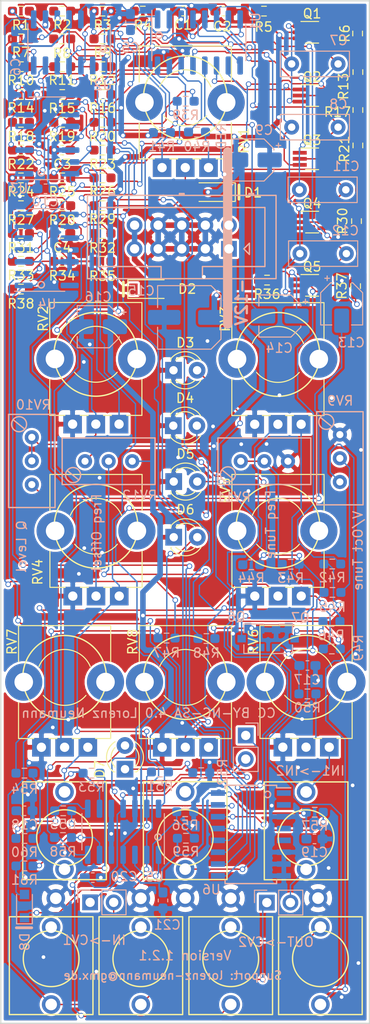
<source format=kicad_pcb>
(kicad_pcb (version 20171130) (host pcbnew "(5.1.8)-1")
  (layers (0 F.Cu signal) (31 B.Cu signal) (34 B.Paste user) (35 F.Paste user) (36 B.SilkS user) (37 F.SilkS user) (38 B.Mask user) (39 F.Mask user) (44 Edge.Cuts user))
  (net 0 "")
  (net 1 Bias1)
  (net 2 GND)
  (net 3 In_L)
  (net 4 OUT24_R)
  (net 5 OUT24_L)
  (net 6 OUT18_R)
  (net 7 OUT18_L)
  (net 8 OUT12_R)
  (net 9 OUT12_L)
  (net 10 OUT6_R)
  (net 11 OUT6_L)
  (net 12 In_R)
  (net 13 +12V)
  (net 14 -12V)
  (net 15 "Net-(C17-Pad1)")
  (net 16 "Net-(D4-Pad2)")
  (net 17 "Net-(D5-Pad2)")
  (net 18 "Net-(D6-Pad2)")
  (net 19 "Net-(D7-Pad2)")
  (net 20 AUDIO1)
  (net 21 AUDIO2)
  (net 22 "Net-(J3-Pad3)")
  (net 23 CV1)
  (net 24 CV2)
  (net 25 Out)
  (net 26 voct)
  (net 27 Bias5)
  (net 28 Bias4)
  (net 29 Bias3)
  (net 30 Bias2)
  (net 31 CurrentSink)
  (net 32 "Net-(R1-Pad1)")
  (net 33 "Net-(R1-Pad2)")
  (net 34 "Net-(R20-Pad2)")
  (net 35 "Net-(R10-Pad1)")
  (net 36 "Net-(R11-Pad1)")
  (net 37 "Net-(R12-Pad1)")
  (net 38 "Net-(R14-Pad1)")
  (net 39 "Net-(R15-Pad1)")
  (net 40 "Net-(R16-Pad1)")
  (net 41 "Net-(R18-Pad1)")
  (net 42 In)
  (net 43 Qcomp)
  (net 44 "Net-(R29-Pad1)")
  (net 45 Q)
  (net 46 "Net-(R41-Pad2)")
  (net 47 "Net-(R44-Pad2)")
  (net 48 "Net-(R49-Pad2)")
  (net 49 "Net-(R50-Pad2)")
  (net 50 "Net-(R53-Pad1)")
  (net 51 Y1)
  (net 52 Y0)
  (net 53 "Net-(R54-Pad2)")
  (net 54 "Net-(C14-Pad1)")
  (net 55 "Net-(C18-Pad1)")
  (net 56 "Net-(D1-Pad1)")
  (net 57 "Net-(D2-Pad2)")
  (net 58 "Net-(D3-Pad2)")
  (net 59 "Net-(D7-Pad1)")
  (net 60 "Net-(D8-Pad1)")
  (net 61 "Net-(J1-Pad3)")
  (net 62 "Net-(J6-Pad1)")
  (net 63 "Net-(J7-Pad3)")
  (net 64 "Net-(Q6-Pad1)")
  (net 65 "Net-(Q6-Pad3)")
  (net 66 "Net-(Q7-Pad3)")
  (net 67 "Net-(R2-Pad2)")
  (net 68 "Net-(R9-Pad2)")
  (net 69 "Net-(R10-Pad2)")
  (net 70 "Net-(R14-Pad2)")
  (net 71 "Net-(R16-Pad2)")
  (net 72 "Net-(R18-Pad2)")
  (net 73 "Net-(R20-Pad1)")
  (net 74 "Net-(R24-Pad1)")
  (net 75 "Net-(R26-Pad1)")
  (net 76 "Net-(R27-Pad1)")
  (net 77 "Net-(R28-Pad1)")
  (net 78 "Net-(R28-Pad2)")
  (net 79 "Net-(R31-Pad2)")
  (net 80 "Net-(R32-Pad1)")
  (net 81 "Net-(R34-Pad2)")
  (net 82 "Net-(R40-Pad2)")
  (net 83 "Net-(R43-Pad1)")
  (net 84 "Net-(R45-Pad2)")
  (net 85 "Net-(R48-Pad2)")
  (net 86 "Net-(R51-Pad2)")
  (net 87 "Net-(R55-Pad2)")
  (net 88 "Net-(R56-Pad1)")
  (net 89 "Net-(R57-Pad1)")
  (net 90 "Net-(R58-Pad2)")
  (net 91 "Net-(U1-Pad9)")
  (net 92 "Net-(U1-Pad8)")
  (net 93 "Net-(C13-Pad1)")
  (module Eigenes:Potentiometer_Alps_RK09K_Horizontal (layer F.Cu) (at 66.58 126.15 90)
    (fp_text reference RV8 (at 11.325 -8.1664 90) (layer F.SilkS))
    (fp_text value B100k)
    (pad 0 np_thru_hole circle (at 7 1.9 90) (size 4 4) (drill 2) (layers *.Cu *.Mask))
    (pad 0 np_thru_hole circle (at 7 -6.9 90) (size 4 4) (drill 2) (layers *.Cu *.Mask))
    (pad 1 thru_hole rect (at 0 0 90) (size 2 2) (drill 1) (layers *.Cu *.Mask) (net 21 AUDIO2))
    (pad 2 thru_hole rect (at 0 -2.5 90) (size 2 2) (drill 1) (layers *.Cu *.Mask) (net 68 "Net-(R9-Pad2)"))
    (pad 3 thru_hole rect (at 0 -5 90) (size 2 2) (drill 1) (layers *.Cu *.Mask) (net 2 GND))
  )
  (module Diode_SMD:D_SOD-323_HandSoldering (layer B.Cu) (at 46.7595 143.2042 90)
    (fp_text reference D8 (at -3.8364 0.0273 90) (layer B.SilkS) (effects (justify mirror)))
    (fp_text value 1N4148)
    (pad 1 smd rect (at -1.25 0 90) (size 1 1) (layers B.Cu B.Paste B.Mask) (net 60 "Net-(D8-Pad1)"))
    (pad 2 smd rect (at 1.25 0 90) (size 1 1) (layers B.Cu B.Paste B.Mask) (net 55 "Net-(C18-Pad1)"))
  )
  (module LED_THT:LED_D3.0mm (layer F.Cu) (at 57.58 128.5 90)
    (fp_text reference D7 (at 0 -2.73 90) (layer F.SilkS))
    (fp_text value LED)
    (pad 2 thru_hole circle (at 2.54 0 90) (size 1.8 1.8) (drill 0.9) (layers *.Cu *.Mask) (net 19 "Net-(D7-Pad2)"))
    (pad 1 thru_hole rect (at 0 0 90) (size 1.8 1.8) (drill 0.9) (layers *.Cu *.Mask) (net 59 "Net-(D7-Pad1)"))
  )
  (module Eigenes:Thonkicon (layer F.Cu) (at 59.2836 148.844 180)
    (fp_text reference J5 hide)
    (fp_text value Audio-Jack-2_Switch)
    (pad 2 thru_hole circle (at 0 6.48 180) (size 2 2) (drill 1.25) (layers *.Cu *.Mask) (net 2 GND))
    (pad 3 thru_hole circle (at 0 3.38 180) (size 2 2) (drill 1.25) (layers *.Cu *.Mask))
    (pad 1 thru_hole circle (at 0 -4.92 180) (size 2 2) (drill 1.25) (layers *.Cu *.Mask) (net 26 voct))
  )
  (module Eigenes:Thonkicon (layer F.Cu) (at 64.06 135.85)
    (fp_text reference J1 hide)
    (fp_text value Audio-Jack-2_Switch)
    (pad 1 thru_hole circle (at 0 -4.92) (size 2 2) (drill 1.25) (layers *.Cu *.Mask) (net 21 AUDIO2))
    (pad 3 thru_hole circle (at 0 3.38) (size 2 2) (drill 1.25) (layers *.Cu *.Mask) (net 61 "Net-(J1-Pad3)"))
    (pad 2 thru_hole circle (at 0 6.48) (size 2 2) (drill 1.25) (layers *.Cu *.Mask) (net 2 GND))
  )
  (module Capacitor_SMD:CP_Elec_6.3x7.7 (layer B.Cu) (at 64.5 80 180)
    (fp_text reference C15 (at 5.1656 2.8602) (layer B.SilkS) (effects (justify mirror)))
    (fp_text value 220u)
    (pad 1 smd roundrect (at -2.7 0 180) (size 3.5 1.6) (layers B.Cu B.Paste B.Mask) (roundrect_rratio 0.15625) (net 1 Bias1))
    (pad 2 smd roundrect (at 2.7 0 180) (size 3.5 1.6) (layers B.Cu B.Paste B.Mask) (roundrect_rratio 0.15625) (net 2 GND))
  )
  (module Capacitor_SMD:CP_Elec_4x5.7 (layer B.Cu) (at 74.25 79.85 180)
    (fp_text reference C14 (at 0.0566 -3.4366) (layer B.SilkS) (effects (justify mirror)))
    (fp_text value 10u)
    (pad 1 smd roundrect (at -1.8 0 180) (size 2.6 1.6) (layers B.Cu B.Paste B.Mask) (roundrect_rratio 0.15625) (net 54 "Net-(C14-Pad1)"))
    (pad 2 smd roundrect (at 1.8 0 180) (size 2.6 1.6) (layers B.Cu B.Paste B.Mask) (roundrect_rratio 0.15625) (net 3 In_L))
  )
  (module Capacitor_THT:C_Rect_L7.2mm_W2.5mm_P5.00mm_FKS2_FKP2_MKS2_MKP2 (layer B.Cu) (at 80.518 52.78625 180)
    (fp_text reference C7 (at -0.0635 2.51965) (layer B.SilkS) (effects (justify mirror)))
    (fp_text value 47n)
    (pad 1 thru_hole circle (at 0 0 180) (size 1.6 1.6) (drill 0.8) (layers *.Cu *.Mask) (net 4 OUT24_R))
    (pad 2 thru_hole circle (at 5 0 180) (size 1.6 1.6) (drill 0.8) (layers *.Cu *.Mask) (net 5 OUT24_L))
  )
  (module Capacitor_THT:C_Rect_L7.2mm_W2.5mm_P5.00mm_FKS2_FKP2_MKS2_MKP2 (layer B.Cu) (at 80.518 59.57875 180)
    (fp_text reference C8 (at -0.03048 2.46939) (layer B.SilkS) (effects (justify mirror)))
    (fp_text value 47n)
    (pad 2 thru_hole circle (at 5 0 180) (size 1.6 1.6) (drill 0.8) (layers *.Cu *.Mask) (net 6 OUT18_R))
    (pad 1 thru_hole circle (at 0 0 180) (size 1.6 1.6) (drill 0.8) (layers *.Cu *.Mask) (net 7 OUT18_L))
  )
  (module Capacitor_THT:C_Rect_L7.2mm_W2.5mm_P5.00mm_FKS2_FKP2_MKS2_MKP2 (layer B.Cu) (at 81.35 66.3 180)
    (fp_text reference C11 (at -0.03414 2.52822) (layer B.SilkS) (effects (justify mirror)))
    (fp_text value 47n)
    (pad 1 thru_hole circle (at 0 0 180) (size 1.6 1.6) (drill 0.8) (layers *.Cu *.Mask) (net 8 OUT12_R))
    (pad 2 thru_hole circle (at 5 0 180) (size 1.6 1.6) (drill 0.8) (layers *.Cu *.Mask) (net 9 OUT12_L))
  )
  (module Capacitor_THT:C_Rect_L7.2mm_W2.5mm_P5.00mm_FKS2_FKP2_MKS2_MKP2 (layer B.Cu) (at 81.407 73.152 180)
    (fp_text reference C12 (at 0.1016 2.47396) (layer B.SilkS) (effects (justify mirror)))
    (fp_text value 47n)
    (pad 2 thru_hole circle (at 5 0 180) (size 1.6 1.6) (drill 0.8) (layers *.Cu *.Mask) (net 10 OUT6_R))
    (pad 1 thru_hole circle (at 0 0 180) (size 1.6 1.6) (drill 0.8) (layers *.Cu *.Mask) (net 11 OUT6_L))
  )
  (module Capacitor_SMD:CP_Elec_4x5.7 (layer B.Cu) (at 80.9 78.55 270)
    (fp_text reference C13 (at 4.1524 -1.0404 180) (layer B.SilkS) (effects (justify mirror)))
    (fp_text value 10u)
    (pad 2 smd roundrect (at 1.8 0 270) (size 2.6 1.6) (layers B.Cu B.Paste B.Mask) (roundrect_rratio 0.15625) (net 12 In_R))
    (pad 1 smd roundrect (at -1.8 0 270) (size 2.6 1.6) (layers B.Cu B.Paste B.Mask) (roundrect_rratio 0.15625) (net 93 "Net-(C13-Pad1)"))
  )
  (module Capacitor_SMD:CP_Elec_4x5.7 (layer B.Cu) (at 54.7 81 180)
    (fp_text reference C16 (at 0 3.2) (layer B.SilkS) (effects (justify mirror)))
    (fp_text value 22u)
    (pad 2 smd roundrect (at 1.8 0 180) (size 2.6 1.6) (layers B.Cu B.Paste B.Mask) (roundrect_rratio 0.15625) (net 2 GND))
    (pad 1 smd roundrect (at -1.8 0 180) (size 2.6 1.6) (layers B.Cu B.Paste B.Mask) (roundrect_rratio 0.15625) (net 13 +12V))
  )
  (module Capacitor_SMD:CP_Elec_4x5.7 (layer B.Cu) (at 71.35 63.1 180)
    (fp_text reference C9 (at -1.1924 3.2068) (layer B.SilkS) (effects (justify mirror)))
    (fp_text value 22u)
    (pad 1 smd roundrect (at -1.8 0 180) (size 2.6 1.6) (layers B.Cu B.Paste B.Mask) (roundrect_rratio 0.15625) (net 2 GND))
    (pad 2 smd roundrect (at 1.8 0 180) (size 2.6 1.6) (layers B.Cu B.Paste B.Mask) (roundrect_rratio 0.15625) (net 14 -12V))
  )
  (module Capacitor_SMD:C_0603_1608Metric_Pad1.08x0.95mm_HandSolder (layer B.Cu) (at 58.166 48.2865 90)
    (fp_text reference C5 (at -2.7421 0 180) (layer B.SilkS) (effects (justify mirror)))
    (fp_text value 100n)
    (pad 1 smd roundrect (at -0.8625 0 90) (size 1.075 0.95) (layers B.Cu B.Paste B.Mask) (net 13 +12V))
    (pad 2 smd roundrect (at 0.8625 0 90) (size 1.075 0.95) (layers B.Cu B.Paste B.Mask) (net 2 GND))
  )
  (module Capacitor_SMD:C_0603_1608Metric_Pad1.08x0.95mm_HandSolder (layer B.Cu) (at 45.80636 50.13054 270)
    (fp_text reference C6 (at 2.98086 -0.01524 90) (layer B.SilkS) (effects (justify mirror)))
    (fp_text value 100n)
    (pad 2 smd roundrect (at 0.8625 0 270) (size 1.075 0.95) (layers B.Cu B.Paste B.Mask) (net 14 -12V))
    (pad 1 smd roundrect (at -0.8625 0 270) (size 1.075 0.95) (layers B.Cu B.Paste B.Mask) (net 2 GND))
  )
  (module Capacitor_SMD:C_0603_1608Metric_Pad1.08x0.95mm_HandSolder (layer F.Cu) (at 50.8235 70.993)
    (fp_text reference C4 (at 0.0019 1.524) (layer F.SilkS))
    (fp_text value 100n)
    (pad 2 smd roundrect (at 0.8625 0) (size 1.075 0.95) (layers F.Cu F.Paste F.Mask) (net 2 GND))
    (pad 1 smd roundrect (at -0.8625 0) (size 1.075 0.95) (layers F.Cu F.Paste F.Mask) (net 13 +12V))
  )
  (module Capacitor_SMD:C_0603_1608Metric_Pad1.08x0.95mm_HandSolder (layer B.Cu) (at 77.2171 117.3734)
    (fp_text reference C17 (at -0.0265 1.524) (layer B.SilkS) (effects (justify mirror)))
    (fp_text value 100P)
    (pad 2 smd roundrect (at 0.8625 0) (size 1.075 0.95) (layers B.Cu B.Paste B.Mask) (net 2 GND))
    (pad 1 smd roundrect (at -0.8625 0) (size 1.075 0.95) (layers B.Cu B.Paste B.Mask) (net 15 "Net-(C17-Pad1)"))
  )
  (module Capacitor_SMD:C_0603_1608Metric_Pad1.08x0.95mm_HandSolder (layer B.Cu) (at 46.7595 132.969)
    (fp_text reference C18 (at 0.0019 1.4986) (layer B.SilkS) (effects (justify mirror)))
    (fp_text value 100n)
    (pad 1 smd roundrect (at -0.8625 0) (size 1.075 0.95) (layers B.Cu B.Paste B.Mask) (net 55 "Net-(C18-Pad1)"))
    (pad 2 smd roundrect (at 0.8625 0) (size 1.075 0.95) (layers B.Cu B.Paste B.Mask) (net 2 GND))
  )
  (module Diode_SMD:D_SOD-123 (layer F.Cu) (at 60.1355 76.962)
    (fp_text reference D2 (at 4.1392 -0.0127) (layer F.SilkS))
    (fp_text value D)
    (pad 1 smd rect (at -1.65 0) (size 0.9 1.2) (layers F.Cu F.Paste F.Mask) (net 13 +12V))
    (pad 2 smd rect (at 1.65 0) (size 0.9 1.2) (layers F.Cu F.Paste F.Mask) (net 57 "Net-(D2-Pad2)"))
  )
  (module Diode_SMD:D_SOD-123 (layer F.Cu) (at 67.2 66.55 180)
    (fp_text reference D1 (at -4.1613 -0.0615 180) (layer F.SilkS))
    (fp_text value D)
    (pad 2 smd rect (at 1.65 0 180) (size 0.9 1.2) (layers F.Cu F.Paste F.Mask) (net 14 -12V))
    (pad 1 smd rect (at -1.65 0 180) (size 0.9 1.2) (layers F.Cu F.Paste F.Mask) (net 56 "Net-(D1-Pad1)"))
  )
  (module Connector_PinHeader_2.54mm:PinHeader_1x02_P2.54mm_Vertical (layer B.Cu) (at 53.8226 142.7988 270)
    (fp_text reference JP2 hide)
    (fp_text value Jumper)
    (pad 1 thru_hole rect (at 0 0 270) (size 1.7 1.7) (drill 1) (layers *.Cu *.Mask) (net 42 In))
    (pad 2 thru_hole oval (at 0 -2.54 270) (size 1.7 1.7) (drill 1) (layers *.Cu *.Mask) (net 63 "Net-(J7-Pad3)"))
  )
  (module Connector_PinHeader_2.54mm:PinHeader_1x02_P2.54mm_Vertical (layer B.Cu) (at 70.57644 124.8791 180)
    (fp_text reference JP1 hide)
    (fp_text value Jumper)
    (pad 1 thru_hole rect (at 0 0 180) (size 1.7 1.7) (drill 1) (layers *.Cu *.Mask) (net 61 "Net-(J1-Pad3)"))
    (pad 2 thru_hole oval (at 0 -2.54 180) (size 1.7 1.7) (drill 1) (layers *.Cu *.Mask) (net 20 AUDIO1))
  )
  (module Connector_PinHeader_2.54mm:PinHeader_1x02_P2.54mm_Vertical (layer B.Cu) (at 72.8472 142.8242 270)
    (fp_text reference JP3 hide)
    (fp_text value Jumper)
    (pad 2 thru_hole oval (at 0 -2.54 270) (size 1.7 1.7) (drill 1) (layers *.Cu *.Mask) (net 22 "Net-(J3-Pad3)"))
    (pad 1 thru_hole rect (at 0 0 270) (size 1.7 1.7) (drill 1) (layers *.Cu *.Mask) (net 25 Out))
  )
  (module Package_TO_SOT_SMD:SOT-23 (layer B.Cu) (at 74.8422 114.5032)
    (fp_text reference Q7 (at 1.6118 -2.2606) (layer B.SilkS) (effects (justify mirror)))
    (fp_text value MMBT3906)
    (pad 3 smd rect (at 1 0) (size 0.9 0.8) (layers B.Cu B.Paste B.Mask) (net 66 "Net-(Q7-Pad3)"))
    (pad 2 smd rect (at -1 -0.95) (size 0.9 0.8) (layers B.Cu B.Paste B.Mask) (net 64 "Net-(Q6-Pad1)"))
    (pad 1 smd rect (at -1 0.95) (size 0.9 0.8) (layers B.Cu B.Paste B.Mask) (net 15 "Net-(C17-Pad1)"))
  )
  (module Package_TO_SOT_SMD:SOT-23 (layer B.Cu) (at 71.136 114.493 180)
    (fp_text reference Q6 (at 1.5654 2.352) (layer B.SilkS) (effects (justify mirror)))
    (fp_text value MMBT3904)
    (pad 1 smd rect (at -1 0.95 180) (size 0.9 0.8) (layers B.Cu B.Paste B.Mask) (net 64 "Net-(Q6-Pad1)"))
    (pad 2 smd rect (at -1 -0.95 180) (size 0.9 0.8) (layers B.Cu B.Paste B.Mask) (net 2 GND))
    (pad 3 smd rect (at 1 0 180) (size 0.9 0.8) (layers B.Cu B.Paste B.Mask) (net 65 "Net-(Q6-Pad3)"))
  )
  (module Package_TO_SOT_SMD:SOT-363_SC-70-6_Handsoldering (layer F.Cu) (at 77.72 49.39)
    (fp_text reference Q1 (at 0 -2) (layer F.SilkS))
    (fp_text value BCM847BS,135)
    (pad 6 smd rect (at 1.33 -0.65) (size 1.5 0.4) (layers F.Cu F.Paste F.Mask) (net 13 +12V))
    (pad 5 smd rect (at 1.33 0) (size 1.5 0.4) (layers F.Cu F.Paste F.Mask) (net 27 Bias5))
    (pad 4 smd rect (at 1.33 0.65) (size 1.5 0.4) (layers F.Cu F.Paste F.Mask) (net 4 OUT24_R))
    (pad 3 smd rect (at -1.33 0.65) (size 1.5 0.4) (layers F.Cu F.Paste F.Mask) (net 13 +12V))
    (pad 2 smd rect (at -1.33 0) (size 1.5 0.4) (layers F.Cu F.Paste F.Mask) (net 27 Bias5))
    (pad 1 smd rect (at -1.33 -0.65) (size 1.5 0.4) (layers F.Cu F.Paste F.Mask) (net 5 OUT24_L))
  )
  (module Package_TO_SOT_SMD:SOT-363_SC-70-6_Handsoldering (layer F.Cu) (at 77.72 56.1825)
    (fp_text reference Q2 (at 0 -2) (layer F.SilkS))
    (fp_text value BCM847BS,135)
    (pad 1 smd rect (at -1.33 -0.65) (size 1.5 0.4) (layers F.Cu F.Paste F.Mask) (net 6 OUT18_R))
    (pad 2 smd rect (at -1.33 0) (size 1.5 0.4) (layers F.Cu F.Paste F.Mask) (net 28 Bias4))
    (pad 3 smd rect (at -1.33 0.65) (size 1.5 0.4) (layers F.Cu F.Paste F.Mask) (net 5 OUT24_L))
    (pad 4 smd rect (at 1.33 0.65) (size 1.5 0.4) (layers F.Cu F.Paste F.Mask) (net 7 OUT18_L))
    (pad 5 smd rect (at 1.33 0) (size 1.5 0.4) (layers F.Cu F.Paste F.Mask) (net 28 Bias4))
    (pad 6 smd rect (at 1.33 -0.65) (size 1.5 0.4) (layers F.Cu F.Paste F.Mask) (net 4 OUT24_R))
  )
  (module Package_TO_SOT_SMD:SOT-363_SC-70-6_Handsoldering (layer F.Cu) (at 77.72 62.975)
    (fp_text reference Q3 (at 0 -2) (layer F.SilkS))
    (fp_text value BCM847BS,135)
    (pad 1 smd rect (at -1.33 -0.65) (size 1.5 0.4) (layers F.Cu F.Paste F.Mask) (net 9 OUT12_L))
    (pad 2 smd rect (at -1.33 0) (size 1.5 0.4) (layers F.Cu F.Paste F.Mask) (net 29 Bias3))
    (pad 3 smd rect (at -1.33 0.65) (size 1.5 0.4) (layers F.Cu F.Paste F.Mask) (net 6 OUT18_R))
    (pad 4 smd rect (at 1.33 0.65) (size 1.5 0.4) (layers F.Cu F.Paste F.Mask) (net 8 OUT12_R))
    (pad 5 smd rect (at 1.33 0) (size 1.5 0.4) (layers F.Cu F.Paste F.Mask) (net 29 Bias3))
    (pad 6 smd rect (at 1.33 -0.65) (size 1.5 0.4) (layers F.Cu F.Paste F.Mask) (net 7 OUT18_L))
  )
  (module Package_TO_SOT_SMD:SOT-363_SC-70-6_Handsoldering (layer F.Cu) (at 77.72 69.7675)
    (fp_text reference Q4 (at 0 -2) (layer F.SilkS))
    (fp_text value BCM847BS,135)
    (pad 6 smd rect (at 1.33 -0.65) (size 1.5 0.4) (layers F.Cu F.Paste F.Mask) (net 8 OUT12_R))
    (pad 5 smd rect (at 1.33 0) (size 1.5 0.4) (layers F.Cu F.Paste F.Mask) (net 30 Bias2))
    (pad 4 smd rect (at 1.33 0.65) (size 1.5 0.4) (layers F.Cu F.Paste F.Mask) (net 11 OUT6_L))
    (pad 3 smd rect (at -1.33 0.65) (size 1.5 0.4) (layers F.Cu F.Paste F.Mask) (net 9 OUT12_L))
    (pad 2 smd rect (at -1.33 0) (size 1.5 0.4) (layers F.Cu F.Paste F.Mask) (net 30 Bias2))
    (pad 1 smd rect (at -1.33 -0.65) (size 1.5 0.4) (layers F.Cu F.Paste F.Mask) (net 10 OUT6_R))
  )
  (module Package_TO_SOT_SMD:SOT-363_SC-70-6_Handsoldering (layer F.Cu) (at 77.72 76.56)
    (fp_text reference Q5 (at 0 -2) (layer F.SilkS))
    (fp_text value BCM847BS,135)
    (pad 1 smd rect (at -1.33 -0.65) (size 1.5 0.4) (layers F.Cu F.Paste F.Mask) (net 31 CurrentSink))
    (pad 2 smd rect (at -1.33 0) (size 1.5 0.4) (layers F.Cu F.Paste F.Mask) (net 54 "Net-(C14-Pad1)"))
    (pad 3 smd rect (at -1.33 0.65) (size 1.5 0.4) (layers F.Cu F.Paste F.Mask) (net 10 OUT6_R))
    (pad 4 smd rect (at 1.33 0.65) (size 1.5 0.4) (layers F.Cu F.Paste F.Mask) (net 31 CurrentSink))
    (pad 5 smd rect (at 1.33 0) (size 1.5 0.4) (layers F.Cu F.Paste F.Mask) (net 93 "Net-(C13-Pad1)"))
    (pad 6 smd rect (at 1.33 -0.65) (size 1.5 0.4) (layers F.Cu F.Paste F.Mask) (net 11 OUT6_L))
  )
  (module Resistor_SMD:R_0603_1608Metric_Pad0.98x0.95mm_HandSolder (layer F.Cu) (at 50.8235 53.086 180)
    (fp_text reference R11 (at 0.0254 -1.43) (layer F.SilkS))
    (fp_text value 1k)
    (pad 1 smd roundrect (at -0.9125 0 180) (size 0.975 0.95) (layers F.Cu F.Paste F.Mask) (net 36 "Net-(R11-Pad1)"))
    (pad 2 smd roundrect (at 0.9125 0 180) (size 0.975 0.95) (layers F.Cu F.Paste F.Mask) (net 69 "Net-(R10-Pad2)"))
  )
  (module Resistor_SMD:R_0603_1608Metric_Pad0.98x0.95mm_HandSolder (layer F.Cu) (at 46.3785 62.0395 180)
    (fp_text reference R22 (at -0.0019 -1.5113) (layer F.SilkS))
    (fp_text value 1k)
    (pad 2 smd roundrect (at 0.9125 0 180) (size 0.975 0.95) (layers F.Cu F.Paste F.Mask) (net 70 "Net-(R14-Pad2)"))
    (pad 1 smd roundrect (at -0.9125 0 180) (size 0.975 0.95) (layers F.Cu F.Paste F.Mask) (net 72 "Net-(R18-Pad2)"))
  )
  (module Resistor_SMD:R_0603_1608Metric_Pad0.98x0.95mm_HandSolder (layer F.Cu) (at 55.16075 50.1015)
    (fp_text reference R9 (at 0.00805 1.45) (layer F.SilkS))
    (fp_text value 100k)
    (pad 2 smd roundrect (at 0.9125 0) (size 0.975 0.95) (layers F.Cu F.Paste F.Mask) (net 68 "Net-(R9-Pad2)"))
    (pad 1 smd roundrect (at -0.9125 0) (size 0.975 0.95) (layers F.Cu F.Paste F.Mask) (net 40 "Net-(R16-Pad1)"))
  )
  (module Resistor_SMD:R_0603_1608Metric_Pad0.98x0.95mm_HandSolder (layer B.Cu) (at 71.1689 106.553 180)
    (fp_text reference R44 (at -0.0019 -1.4224 180) (layer B.SilkS) (effects (justify mirror)))
    (fp_text value 56k)
    (pad 1 smd roundrect (at -0.9125 0 180) (size 0.975 0.95) (layers B.Cu B.Paste B.Mask) (net 15 "Net-(C17-Pad1)"))
    (pad 2 smd roundrect (at 0.9125 0 180) (size 0.975 0.95) (layers B.Cu B.Paste B.Mask) (net 47 "Net-(R44-Pad2)"))
  )
  (module Resistor_SMD:R_0603_1608Metric_Pad0.98x0.95mm_HandSolder (layer B.Cu) (at 77.2179 120.4214)
    (fp_text reference R50 (at -0.0019 1.4732 180) (layer B.SilkS) (effects (justify mirror)))
    (fp_text value 56k)
    (pad 2 smd roundrect (at 0.9125 0) (size 0.975 0.95) (layers B.Cu B.Paste B.Mask) (net 49 "Net-(R50-Pad2)"))
    (pad 1 smd roundrect (at -0.9125 0) (size 0.975 0.95) (layers B.Cu B.Paste B.Mask) (net 15 "Net-(C17-Pad1)"))
  )
  (module Resistor_SMD:R_0603_1608Metric_Pad0.98x0.95mm_HandSolder (layer B.Cu) (at 79.8049 112.649 180)
    (fp_text reference R46 (at 0.0235 -1.4732 180) (layer B.SilkS) (effects (justify mirror)))
    (fp_text value 470)
    (pad 1 smd roundrect (at -0.9125 0 180) (size 0.975 0.95) (layers B.Cu B.Paste B.Mask) (net 14 -12V))
    (pad 2 smd roundrect (at 0.9125 0 180) (size 0.975 0.95) (layers B.Cu B.Paste B.Mask) (net 66 "Net-(Q7-Pad3)"))
  )
  (module Resistor_SMD:R_0603_1608Metric_Pad0.98x0.95mm_HandSolder (layer B.Cu) (at 79.8849 106.4768 180)
    (fp_text reference R42 (at 0.0019 -1.4478 180) (layer B.SilkS) (effects (justify mirror)))
    (fp_text value 1k)
    (pad 2 smd roundrect (at 0.9125 0 180) (size 0.975 0.95) (layers B.Cu B.Paste B.Mask) (net 65 "Net-(Q6-Pad3)"))
    (pad 1 smd roundrect (at -0.9125 0 180) (size 0.975 0.95) (layers B.Cu B.Paste B.Mask) (net 31 CurrentSink))
  )
  (module Resistor_SMD:R_0603_1608Metric_Pad0.98x0.95mm_HandSolder (layer F.Cu) (at 55.16075 53.086 180)
    (fp_text reference R12 (at 0 -1.43) (layer F.SilkS))
    (fp_text value 10k)
    (pad 1 smd roundrect (at -0.9125 0 180) (size 0.975 0.95) (layers F.Cu F.Paste F.Mask) (net 37 "Net-(R12-Pad1)"))
    (pad 2 smd roundrect (at 0.9125 0 180) (size 0.975 0.95) (layers F.Cu F.Paste F.Mask) (net 36 "Net-(R11-Pad1)"))
  )
  (module Resistor_SMD:R_0603_1608Metric_Pad0.98x0.95mm_HandSolder (layer F.Cu) (at 46.3785 53.086)
    (fp_text reference R10 (at 0 1.468) (layer F.SilkS))
    (fp_text value 10k)
    (pad 1 smd roundrect (at -0.9125 0) (size 0.975 0.95) (layers F.Cu F.Paste F.Mask) (net 35 "Net-(R10-Pad1)"))
    (pad 2 smd roundrect (at 0.9125 0) (size 0.975 0.95) (layers F.Cu F.Paste F.Mask) (net 69 "Net-(R10-Pad2)"))
  )
  (module Resistor_SMD:R_0603_1608Metric_Pad0.98x0.95mm_HandSolder (layer F.Cu) (at 46.3785 59.055)
    (fp_text reference R18 (at 0.0019 1.524 180) (layer F.SilkS))
    (fp_text value 10k)
    (pad 2 smd roundrect (at 0.9125 0) (size 0.975 0.95) (layers F.Cu F.Paste F.Mask) (net 72 "Net-(R18-Pad2)"))
    (pad 1 smd roundrect (at -0.9125 0) (size 0.975 0.95) (layers F.Cu F.Paste F.Mask) (net 41 "Net-(R18-Pad1)"))
  )
  (module Resistor_SMD:R_0603_1608Metric_Pad0.98x0.95mm_HandSolder (layer F.Cu) (at 46.3785 56.0705)
    (fp_text reference R14 (at 0.0019 1.4351 180) (layer F.SilkS))
    (fp_text value 10k)
    (pad 1 smd roundrect (at -0.9125 0) (size 0.975 0.95) (layers F.Cu F.Paste F.Mask) (net 38 "Net-(R14-Pad1)"))
    (pad 2 smd roundrect (at 0.9125 0) (size 0.975 0.95) (layers F.Cu F.Paste F.Mask) (net 70 "Net-(R14-Pad2)"))
  )
  (module Resistor_SMD:R_0603_1608Metric_Pad0.98x0.95mm_HandSolder (layer F.Cu) (at 50.8235 50.1015)
    (fp_text reference R8 (at -0.0254 1.5494) (layer F.SilkS))
    (fp_text value 4k7)
    (pad 1 smd roundrect (at -0.9125 0) (size 0.975 0.95) (layers F.Cu F.Paste F.Mask) (net 33 "Net-(R1-Pad2)"))
    (pad 2 smd roundrect (at 0.9125 0) (size 0.975 0.95) (layers F.Cu F.Paste F.Mask) (net 37 "Net-(R12-Pad1)"))
  )
  (module Resistor_SMD:R_0603_1608Metric_Pad0.98x0.95mm_HandSolder (layer F.Cu) (at 46.3785 50.1015 180)
    (fp_text reference R7 (at 0 -1.43) (layer F.SilkS))
    (fp_text value 4k7)
    (pad 1 smd roundrect (at -0.9125 0 180) (size 0.975 0.95) (layers F.Cu F.Paste F.Mask) (net 67 "Net-(R2-Pad2)"))
    (pad 2 smd roundrect (at 0.9125 0 180) (size 0.975 0.95) (layers F.Cu F.Paste F.Mask) (net 35 "Net-(R10-Pad1)"))
  )
  (module Resistor_SMD:R_0603_1608Metric_Pad0.98x0.95mm_HandSolder (layer F.Cu) (at 46.3785 65.024 180)
    (fp_text reference R24 (at -0.0019 -1.4704 180) (layer F.SilkS))
    (fp_text value 4k7)
    (pad 1 smd roundrect (at -0.9125 0 180) (size 0.975 0.95) (layers F.Cu F.Paste F.Mask) (net 74 "Net-(R24-Pad1)"))
    (pad 2 smd roundrect (at 0.9125 0 180) (size 0.975 0.95) (layers F.Cu F.Paste F.Mask) (net 41 "Net-(R18-Pad1)"))
  )
  (module Resistor_SMD:R_0603_1608Metric_Pad0.98x0.95mm_HandSolder (layer F.Cu) (at 50.8235 56.0705 180)
    (fp_text reference R15 (at 0.0254 -1.4859 180) (layer F.SilkS))
    (fp_text value 4k7)
    (pad 2 smd roundrect (at 0.9125 0 180) (size 0.975 0.95) (layers F.Cu F.Paste F.Mask) (net 38 "Net-(R14-Pad1)"))
    (pad 1 smd roundrect (at -0.9125 0 180) (size 0.975 0.95) (layers F.Cu F.Paste F.Mask) (net 39 "Net-(R15-Pad1)"))
  )
  (module Resistor_SMD:R_0603_1608Metric_Pad0.98x0.95mm_HandSolder (layer B.Cu) (at 66.3467 114.4778 180)
    (fp_text reference R48 (at 0.0019 -1.5494 180) (layer B.SilkS) (effects (justify mirror)))
    (fp_text value 100k)
    (pad 2 smd roundrect (at 0.9125 0 180) (size 0.975 0.95) (layers B.Cu B.Paste B.Mask) (net 85 "Net-(R48-Pad2)"))
    (pad 1 smd roundrect (at -0.9125 0 180) (size 0.975 0.95) (layers B.Cu B.Paste B.Mask) (net 64 "Net-(Q6-Pad1)"))
  )
  (module Resistor_SMD:R_0603_1608Metric_Pad0.98x0.95mm_HandSolder (layer B.Cu) (at 75.4145 106.5022)
    (fp_text reference R43 (at -0.0019 1.4732 180) (layer B.SilkS) (effects (justify mirror)))
    (fp_text value 2k2)
    (pad 1 smd roundrect (at -0.9125 0) (size 0.975 0.95) (layers B.Cu B.Paste B.Mask) (net 83 "Net-(R43-Pad1)"))
    (pad 2 smd roundrect (at 0.9125 0) (size 0.975 0.95) (layers B.Cu B.Paste B.Mask) (net 15 "Net-(C17-Pad1)"))
  )
  (module Resistor_SMD:R_0603_1608Metric_Pad0.98x0.95mm_HandSolder (layer F.Cu) (at 55.16075 68.0085 180)
    (fp_text reference R29 (at 0 -1.43) (layer F.SilkS))
    (fp_text value 100k)
    (pad 1 smd roundrect (at -0.9125 0 180) (size 0.975 0.95) (layers F.Cu F.Paste F.Mask) (net 44 "Net-(R29-Pad1)"))
    (pad 2 smd roundrect (at 0.9125 0 180) (size 0.975 0.95) (layers F.Cu F.Paste F.Mask) (net 15 "Net-(C17-Pad1)"))
  )
  (module Resistor_SMD:R_0603_1608Metric_Pad0.98x0.95mm_HandSolder (layer F.Cu) (at 55.16075 47.117 180)
    (fp_text reference R3 (at -0.003 -1.4986) (layer F.SilkS))
    (fp_text value 100k)
    (pad 1 smd roundrect (at -0.9125 0 180) (size 0.975 0.95) (layers F.Cu F.Paste F.Mask) (net 42 In))
    (pad 2 smd roundrect (at 0.9125 0 180) (size 0.975 0.95) (layers F.Cu F.Paste F.Mask) (net 40 "Net-(R16-Pad1)"))
  )
  (module Resistor_SMD:R_0603_1608Metric_Pad0.98x0.95mm_HandSolder (layer B.Cu) (at 61.5461 60.15228)
    (fp_text reference R41 (at -0.0019 1.49352) (layer B.SilkS) (effects (justify mirror)))
    (fp_text value 10k)
    (pad 2 smd roundrect (at 0.9125 0) (size 0.975 0.95) (layers B.Cu B.Paste B.Mask) (net 46 "Net-(R41-Pad2)"))
    (pad 1 smd roundrect (at -0.9125 0) (size 0.975 0.95) (layers B.Cu B.Paste B.Mask) (net 14 -12V))
  )
  (module Resistor_SMD:R_0603_1608Metric_Pad0.98x0.95mm_HandSolder (layer F.Cu) (at 46.3785 47.117)
    (fp_text reference R1 (at 0.0019 1.4986) (layer F.SilkS))
    (fp_text value 10k)
    (pad 2 smd roundrect (at 0.9125 0) (size 0.975 0.95) (layers F.Cu F.Paste F.Mask) (net 33 "Net-(R1-Pad2)"))
    (pad 1 smd roundrect (at -0.9125 0) (size 0.975 0.95) (layers F.Cu F.Paste F.Mask) (net 32 "Net-(R1-Pad1)"))
  )
  (module Resistor_SMD:R_0603_1608Metric_Pad0.98x0.95mm_HandSolder (layer F.Cu) (at 50.8235 47.117 180)
    (fp_text reference R2 (at -0.0019 -1.4986) (layer F.SilkS))
    (fp_text value 10k)
    (pad 2 smd roundrect (at 0.9125 0 180) (size 0.975 0.95) (layers F.Cu F.Paste F.Mask) (net 67 "Net-(R2-Pad2)"))
    (pad 1 smd roundrect (at -0.9125 0 180) (size 0.975 0.95) (layers F.Cu F.Paste F.Mask) (net 2 GND))
  )
  (module Resistor_SMD:R_0603_1608Metric_Pad0.98x0.95mm_HandSolder (layer B.Cu) (at 64.1077 56.7944 180)
    (fp_text reference R39 (at -0.0019 -1.4986) (layer B.SilkS) (effects (justify mirror)))
    (fp_text value 10k)
    (pad 1 smd roundrect (at -0.9125 0 180) (size 0.975 0.95) (layers B.Cu B.Paste B.Mask) (net 34 "Net-(R20-Pad2)"))
    (pad 2 smd roundrect (at 0.9125 0 180) (size 0.975 0.95) (layers B.Cu B.Paste B.Mask) (net 74 "Net-(R24-Pad1)"))
  )
  (module Resistor_SMD:R_0603_1608Metric_Pad0.98x0.95mm_HandSolder (layer F.Cu) (at 50.8235 59.055 180)
    (fp_text reference R19 (at 0.0235 -1.524 180) (layer F.SilkS))
    (fp_text value 10k)
    (pad 1 smd roundrect (at -0.9125 0 180) (size 0.975 0.95) (layers F.Cu F.Paste F.Mask) (net 2 GND))
    (pad 2 smd roundrect (at 0.9125 0 180) (size 0.975 0.95) (layers F.Cu F.Paste F.Mask) (net 39 "Net-(R15-Pad1)"))
  )
  (module Resistor_SMD:R_0603_1608Metric_Pad0.98x0.95mm_HandSolder (layer B.Cu) (at 65.3307 60.0964)
    (fp_text reference R40 (at -0.0019 1.5494) (layer B.SilkS) (effects (justify mirror)))
    (fp_text value 10k)
    (pad 1 smd roundrect (at -0.9125 0) (size 0.975 0.95) (layers B.Cu B.Paste B.Mask) (net 13 +12V))
    (pad 2 smd roundrect (at 0.9125 0) (size 0.975 0.95) (layers B.Cu B.Paste B.Mask) (net 82 "Net-(R40-Pad2)"))
  )
  (module Resistor_SMD:R_0603_1608Metric_Pad0.98x0.95mm_HandSolder (layer F.Cu) (at 59.498 47.117 180)
    (fp_text reference R4 (at 0 -1.524) (layer F.SilkS))
    (fp_text value 10k)
    (pad 2 smd roundrect (at 0.9125 0 180) (size 0.975 0.95) (layers F.Cu F.Paste F.Mask) (net 42 In))
    (pad 1 smd roundrect (at -0.9125 0 180) (size 0.975 0.95) (layers F.Cu F.Paste F.Mask) (net 3 In_L))
  )
  (module Resistor_SMD:R_0603_1608Metric_Pad0.98x0.95mm_HandSolder (layer B.Cu) (at 62.0541 114.427)
    (fp_text reference R47 (at -0.0019 1.5748 180) (layer B.SilkS) (effects (justify mirror)))
    (fp_text value 220)
    (pad 1 smd roundrect (at -0.9125 0) (size 0.975 0.95) (layers B.Cu B.Paste B.Mask) (net 25 Out))
    (pad 2 smd roundrect (at 0.9125 0) (size 0.975 0.95) (layers B.Cu B.Paste B.Mask) (net 32 "Net-(R1-Pad1)"))
  )
  (module Resistor_SMD:R_0603_1608Metric_Pad0.98x0.95mm_HandSolder (layer F.Cu) (at 55.16075 62.0395)
    (fp_text reference R23 (at 0.00805 1.524) (layer F.SilkS))
    (fp_text value 18k)
    (pad 2 smd roundrect (at 0.9125 0) (size 0.975 0.95) (layers F.Cu F.Paste F.Mask) (net 43 Qcomp))
    (pad 1 smd roundrect (at -0.9125 0) (size 0.975 0.95) (layers F.Cu F.Paste F.Mask) (net 73 "Net-(R20-Pad1)"))
  )
  (module Resistor_SMD:R_0603_1608Metric_Pad0.98x0.95mm_HandSolder (layer F.Cu) (at 55.16075 59.055)
    (fp_text reference R20 (at -0.01735 1.524 180) (layer F.SilkS))
    (fp_text value 56k)
    (pad 2 smd roundrect (at 0.9125 0) (size 0.975 0.95) (layers F.Cu F.Paste F.Mask) (net 34 "Net-(R20-Pad2)"))
    (pad 1 smd roundrect (at -0.9125 0) (size 0.975 0.95) (layers F.Cu F.Paste F.Mask) (net 73 "Net-(R20-Pad1)"))
  )
  (module Resistor_SMD:R_0603_1608Metric_Pad0.98x0.95mm_HandSolder (layer F.Cu) (at 72.5405 47.117)
    (fp_text reference R5 (at -0.0383 1.7044) (layer F.SilkS))
    (fp_text value 220)
    (pad 1 smd roundrect (at -0.9125 0) (size 0.975 0.95) (layers F.Cu F.Paste F.Mask) (net 13 +12V))
    (pad 2 smd roundrect (at 0.9125 0) (size 0.975 0.95) (layers F.Cu F.Paste F.Mask) (net 27 Bias5))
  )
  (module Resistor_SMD:R_0603_1608Metric_Pad0.98x0.95mm_HandSolder (layer F.Cu) (at 82.62 49.52 270)
    (fp_text reference R6 (at 0 1.37 270) (layer F.SilkS))
    (fp_text value 220)
    (pad 2 smd roundrect (at 0.9125 0 270) (size 0.975 0.95) (layers F.Cu F.Paste F.Mask) (net 28 Bias4))
    (pad 1 smd roundrect (at -0.9125 0 270) (size 0.975 0.95) (layers F.Cu F.Paste F.Mask) (net 27 Bias5))
  )
  (module Resistor_SMD:R_0603_1608Metric_Pad0.98x0.95mm_HandSolder (layer F.Cu) (at 82.65 53.6625 270)
    (fp_text reference R13 (at 1.5375 1.55 90) (layer F.SilkS))
    (fp_text value 220)
    (pad 2 smd roundrect (at 0.9125 0 270) (size 0.975 0.95) (layers F.Cu F.Paste F.Mask) (net 29 Bias3))
    (pad 1 smd roundrect (at -0.9125 0 270) (size 0.975 0.95) (layers F.Cu F.Paste F.Mask) (net 28 Bias4))
  )
  (module Resistor_SMD:R_0603_1608Metric_Pad0.98x0.95mm_HandSolder (layer F.Cu) (at 82.65 57.7375 270)
    (fp_text reference R17 (at 0.2125 2.2) (layer F.SilkS))
    (fp_text value 220)
    (pad 2 smd roundrect (at 0.9125 0 270) (size 0.975 0.95) (layers F.Cu F.Paste F.Mask) (net 30 Bias2))
    (pad 1 smd roundrect (at -0.9125 0 270) (size 0.975 0.95) (layers F.Cu F.Paste F.Mask) (net 29 Bias3))
  )
  (module Resistor_SMD:R_0603_1608Metric_Pad0.98x0.95mm_HandSolder (layer F.Cu) (at 82.65 61.5375 270)
    (fp_text reference R21 (at 0.3877 1.45 90) (layer F.SilkS))
    (fp_text value 220)
    (pad 1 smd roundrect (at -0.9125 0 270) (size 0.975 0.95) (layers F.Cu F.Paste F.Mask) (net 30 Bias2))
    (pad 2 smd roundrect (at 0.9125 0 270) (size 0.975 0.95) (layers F.Cu F.Paste F.Mask) (net 1 Bias1))
  )
  (module Resistor_SMD:R_0603_1608Metric_Pad0.98x0.95mm_HandSolder (layer F.Cu) (at 82.5 69.6625 270)
    (fp_text reference R30 (at -0.0157 1.5 270) (layer F.SilkS))
    (fp_text value 220)
    (pad 2 smd roundrect (at 0.9125 0 270) (size 0.975 0.95) (layers F.Cu F.Paste F.Mask) (net 2 GND))
    (pad 1 smd roundrect (at -0.9125 0 270) (size 0.975 0.95) (layers F.Cu F.Paste F.Mask) (net 1 Bias1))
  )
  (module Resistor_SMD:R_0603_1608Metric_Pad0.98x0.95mm_HandSolder (layer F.Cu) (at 50.8235 65.024 180)
    (fp_text reference R25 (at -0.0019 -1.4732) (layer F.SilkS))
    (fp_text value 100k)
    (pad 1 smd roundrect (at -0.9125 0 180) (size 0.975 0.95) (layers F.Cu F.Paste F.Mask) (net 45 Q))
    (pad 2 smd roundrect (at 0.9125 0 180) (size 0.975 0.95) (layers F.Cu F.Paste F.Mask) (net 73 "Net-(R20-Pad1)"))
  )
  (module Resistor_SMD:R_0603_1608Metric_Pad0.98x0.95mm_HandSolder (layer F.Cu) (at 55.16075 65.024 180)
    (fp_text reference R26 (at 0 -1.4224 180) (layer F.SilkS))
    (fp_text value 56k)
    (pad 2 smd roundrect (at 0.9125 0 180) (size 0.975 0.95) (layers F.Cu F.Paste F.Mask) (net 45 Q))
    (pad 1 smd roundrect (at -0.9125 0 180) (size 0.975 0.95) (layers F.Cu F.Paste F.Mask) (net 75 "Net-(R26-Pad1)"))
  )
  (module Resistor_SMD:R_0603_1608Metric_Pad0.98x0.95mm_HandSolder (layer F.Cu) (at 72.8707 75.9968)
    (fp_text reference R36 (at 0.0019 1.5113) (layer F.SilkS))
    (fp_text value 470)
    (pad 1 smd roundrect (at -0.9125 0) (size 0.975 0.95) (layers F.Cu F.Paste F.Mask) (net 54 "Net-(C14-Pad1)"))
    (pad 2 smd roundrect (at 0.9125 0) (size 0.975 0.95) (layers F.Cu F.Paste F.Mask) (net 1 Bias1))
  )
  (module Resistor_SMD:R_0603_1608Metric_Pad0.98x0.95mm_HandSolder (layer F.Cu) (at 82.4 76.6375 90)
    (fp_text reference R37 (at 0.0057 -1.4756 90) (layer F.SilkS))
    (fp_text value 470)
    (pad 1 smd roundrect (at -0.9125 0 90) (size 0.975 0.95) (layers F.Cu F.Paste F.Mask) (net 93 "Net-(C13-Pad1)"))
    (pad 2 smd roundrect (at 0.9125 0 90) (size 0.975 0.95) (layers F.Cu F.Paste F.Mask) (net 1 Bias1))
  )
  (module Resistor_SMD:R_0603_1608Metric_Pad0.98x0.95mm_HandSolder (layer B.Cu) (at 79.9103 109.5248)
    (fp_text reference R45 (at -0.0019 1.5748 180) (layer B.SilkS) (effects (justify mirror)))
    (fp_text value 56k)
    (pad 1 smd roundrect (at -0.9125 0) (size 0.975 0.95) (layers B.Cu B.Paste B.Mask) (net 15 "Net-(C17-Pad1)"))
    (pad 2 smd roundrect (at 0.9125 0) (size 0.975 0.95) (layers B.Cu B.Paste B.Mask) (net 84 "Net-(R45-Pad2)"))
  )
  (module Resistor_SMD:R_0603_1608Metric_Pad0.98x0.95mm_HandSolder (layer B.Cu) (at 64.1369 135.9154)
    (fp_text reference R59 (at -0.0019 1.4478) (layer B.SilkS) (effects (justify mirror)))
    (fp_text value 27k)
    (pad 2 smd roundrect (at 0.9125 0) (size 0.975 0.95) (layers B.Cu B.Paste B.Mask) (net 88 "Net-(R56-Pad1)"))
    (pad 1 smd roundrect (at -0.9125 0) (size 0.975 0.95) (layers B.Cu B.Paste B.Mask) (net 13 +12V))
  )
  (module Resistor_SMD:R_0603_1608Metric_Pad0.98x0.95mm_HandSolder (layer B.Cu) (at 64.0607 133.0706)
    (fp_text reference R56 (at -0.0019 1.4478) (layer B.SilkS) (effects (justify mirror)))
    (fp_text value 10k)
    (pad 1 smd roundrect (at -0.9125 0) (size 0.975 0.95) (layers B.Cu B.Paste B.Mask) (net 88 "Net-(R56-Pad1)"))
    (pad 2 smd roundrect (at 0.9125 0) (size 0.975 0.95) (layers B.Cu B.Paste B.Mask) (net 2 GND))
  )
  (module Resistor_SMD:R_0603_1608Metric_Pad0.98x0.95mm_HandSolder (layer B.Cu) (at 46.7595 138.8872 180)
    (fp_text reference R61 (at -0.0019 -1.4986 180) (layer B.SilkS) (effects (justify mirror)))
    (fp_text value 100k)
    (pad 2 smd roundrect (at 0.9125 0 180) (size 0.975 0.95) (layers B.Cu B.Paste B.Mask) (net 55 "Net-(C18-Pad1)"))
    (pad 1 smd roundrect (at -0.9125 0 180) (size 0.975 0.95) (layers B.Cu B.Paste B.Mask) (net 90 "Net-(R58-Pad2)"))
  )
  (module Resistor_SMD:R_0603_1608Metric_Pad0.98x0.95mm_HandSolder (layer B.Cu) (at 50.9035 135.8392)
    (fp_text reference R58 (at -0.0019 1.524) (layer B.SilkS) (effects (justify mirror)))
    (fp_text value 56k)
    (pad 1 smd roundrect (at -0.9125 0) (size 0.975 0.95) (layers B.Cu B.Paste B.Mask) (net 19 "Net-(D7-Pad2)"))
    (pad 2 smd roundrect (at 0.9125 0) (size 0.975 0.95) (layers B.Cu B.Paste B.Mask) (net 90 "Net-(R58-Pad2)"))
  )
  (module Resistor_SMD:R_0603_1608Metric_Pad0.98x0.95mm_HandSolder (layer B.Cu) (at 65.7879 128.8796)
    (fp_text reference R52 (at 2.30188 -0.0635 90) (layer B.SilkS) (effects (justify mirror)))
    (fp_text value 1k)
    (pad 2 smd roundrect (at 0.9125 0) (size 0.975 0.95) (layers B.Cu B.Paste B.Mask) (net 2 GND))
    (pad 1 smd roundrect (at -0.9125 0) (size 0.975 0.95) (layers B.Cu B.Paste B.Mask) (net 59 "Net-(D7-Pad1)"))
  )
  (module Resistor_SMD:R_0603_1608Metric_Pad0.98x0.95mm_HandSolder (layer B.Cu) (at 79.843 115.5954 180)
    (fp_text reference R49 (at -2.8467 0.1143 90) (layer B.SilkS) (effects (justify mirror)))
    (fp_text value 1k8)
    (pad 2 smd roundrect (at 0.9125 0 180) (size 0.975 0.95) (layers B.Cu B.Paste B.Mask) (net 48 "Net-(R49-Pad2)"))
    (pad 1 smd roundrect (at -0.9125 0 180) (size 0.975 0.95) (layers B.Cu B.Paste B.Mask) (net 13 +12V))
  )
  (module Resistor_SMD:R_0603_1608Metric_Pad0.98x0.95mm_HandSolder (layer F.Cu) (at 46.3785 70.993)
    (fp_text reference R31 (at 0.0019 1.524) (layer F.SilkS))
    (fp_text value 100k)
    (pad 1 smd roundrect (at -0.9125 0) (size 0.975 0.95) (layers F.Cu F.Paste F.Mask) (net 76 "Net-(R27-Pad1)"))
    (pad 2 smd roundrect (at 0.9125 0) (size 0.975 0.95) (layers F.Cu F.Paste F.Mask) (net 79 "Net-(R31-Pad2)"))
  )
  (module Resistor_SMD:R_0603_1608Metric_Pad0.98x0.95mm_HandSolder (layer F.Cu) (at 46.3785 68.0085)
    (fp_text reference R27 (at 0.0019 1.524) (layer F.SilkS))
    (fp_text value 100k)
    (pad 1 smd roundrect (at -0.9125 0) (size 0.975 0.95) (layers F.Cu F.Paste F.Mask) (net 76 "Net-(R27-Pad1)"))
    (pad 2 smd roundrect (at 0.9125 0) (size 0.975 0.95) (layers F.Cu F.Paste F.Mask) (net 2 GND))
  )
  (module Resistor_SMD:R_0603_1608Metric_Pad0.98x0.95mm_HandSolder (layer F.Cu) (at 50.8235 68.0085 180)
    (fp_text reference R28 (at 0 -1.546367) (layer F.SilkS))
    (fp_text value 10k)
    (pad 1 smd roundrect (at -0.9125 0 180) (size 0.975 0.95) (layers F.Cu F.Paste F.Mask) (net 77 "Net-(R28-Pad1)"))
    (pad 2 smd roundrect (at 0.9125 0 180) (size 0.975 0.95) (layers F.Cu F.Paste F.Mask) (net 78 "Net-(R28-Pad2)"))
  )
  (module Resistor_SMD:R_0603_1608Metric_Pad0.98x0.95mm_HandSolder (layer B.Cu) (at 78.0015 133.1214 180)
    (fp_text reference R57 (at -0.0019 -1.4732 180) (layer B.SilkS) (effects (justify mirror)))
    (fp_text value 2k2)
    (pad 2 smd roundrect (at 0.9125 0 180) (size 0.975 0.95) (layers B.Cu B.Paste B.Mask) (net 13 +12V))
    (pad 1 smd roundrect (at -0.9125 0 180) (size 0.975 0.95) (layers B.Cu B.Paste B.Mask) (net 89 "Net-(R57-Pad1)"))
  )
  (module Eigenes:Potentiometer_Alps_RK09K_Horizontal (layer F.Cu) (at 53.58 126.15 90)
    (fp_text reference RV7 (at 11.325 -8.1664 90) (layer F.SilkS))
    (fp_text value B100k)
    (pad 3 thru_hole rect (at 0 -5 90) (size 2 2) (drill 1) (layers *.Cu *.Mask) (net 2 GND))
    (pad 2 thru_hole rect (at 0 -2.5 90) (size 2 2) (drill 1) (layers *.Cu *.Mask) (net 71 "Net-(R16-Pad2)"))
    (pad 1 thru_hole rect (at 0 0 90) (size 2 2) (drill 1) (layers *.Cu *.Mask) (net 20 AUDIO1))
    (pad 0 np_thru_hole circle (at 7 -6.9 90) (size 4 4) (drill 2) (layers *.Cu *.Mask))
    (pad 0 np_thru_hole circle (at 7 1.9 90) (size 4 4) (drill 2) (layers *.Cu *.Mask))
  )
  (module Eigenes:Potentiometer_Alps_RK09K_Horizontal (layer F.Cu) (at 76.54 91.475 90)
    (fp_text reference RV3 (at 11.325 -8.1664 90) (layer F.SilkS))
    (fp_text value A100k)
    (pad 0 np_thru_hole circle (at 7 1.9 90) (size 4 4) (drill 2) (layers *.Cu *.Mask))
    (pad 0 np_thru_hole circle (at 7 -6.9 90) (size 4 4) (drill 2) (layers *.Cu *.Mask))
    (pad 1 thru_hole rect (at 0 0 90) (size 2 2) (drill 1) (layers *.Cu *.Mask) (net 23 CV1))
    (pad 2 thru_hole rect (at 0 -2.5 90) (size 2 2) (drill 1) (layers *.Cu *.Mask) (net 47 "Net-(R44-Pad2)"))
    (pad 3 thru_hole rect (at 0 -5 90) (size 2 2) (drill 1) (layers *.Cu *.Mask) (net 2 GND))
  )
  (module Eigenes:Potentiometer_Alps_RK09K_Horizontal (layer F.Cu) (at 79.57 126.14 90)
    (fp_text reference RV6 (at 11.325 -8.1664 90) (layer F.SilkS))
    (fp_text value A100k)
    (pad 3 thru_hole rect (at 0 -5 90) (size 2 2) (drill 1) (layers *.Cu *.Mask) (net 2 GND))
    (pad 2 thru_hole rect (at 0 -2.5 90) (size 2 2) (drill 1) (layers *.Cu *.Mask) (net 49 "Net-(R50-Pad2)"))
    (pad 1 thru_hole rect (at 0 0 90) (size 2 2) (drill 1) (layers *.Cu *.Mask) (net 24 CV2))
    (pad 0 np_thru_hole circle (at 7 -6.9 90) (size 4 4) (drill 2) (layers *.Cu *.Mask))
    (pad 0 np_thru_hole circle (at 7 1.9 90) (size 4 4) (drill 2) (layers *.Cu *.Mask))
  )
  (module Eigenes:Potentiometer_Alps_RK09K_Horizontal (layer F.Cu) (at 66.57 63.92 90)
    (fp_text reference RV1 (at 2.9092 3.788 90) (layer F.SilkS))
    (fp_text value B10k)
    (pad 0 np_thru_hole circle (at 7 1.9 90) (size 4 4) (drill 2) (layers *.Cu *.Mask))
    (pad 0 np_thru_hole circle (at 7 -6.9 90) (size 4 4) (drill 2) (layers *.Cu *.Mask))
    (pad 1 thru_hole rect (at 0 0 90) (size 2 2) (drill 1) (layers *.Cu *.Mask) (net 82 "Net-(R40-Pad2)"))
    (pad 2 thru_hole rect (at 0 -2.5 90) (size 2 2) (drill 1) (layers *.Cu *.Mask) (net 44 "Net-(R29-Pad1)"))
    (pad 3 thru_hole rect (at 0 -5 90) (size 2 2) (drill 1) (layers *.Cu *.Mask) (net 46 "Net-(R41-Pad2)"))
  )
  (module Eigenes:Trim_pot (layer B.Cu) (at 55.8165 95.4405)
    (fp_text reference RV12 (at 3.3401 3.6703) (layer B.SilkS) (effects (justify mirror)))
    (fp_text value 10k)
    (pad 1 thru_hole circle (at -2.54 0) (size 1.524 1.524) (drill 0.762) (layers *.Cu *.Mask) (net 14 -12V))
    (pad 2 thru_hole circle (at 0 0) (size 1.524 1.524) (drill 0.762) (layers *.Cu *.Mask) (net 85 "Net-(R48-Pad2)"))
    (pad 3 thru_hole circle (at 2.54 0) (size 1.524 1.524) (drill 0.762) (layers *.Cu *.Mask) (net 13 +12V))
  )
  (module Eigenes:Trim_pot (layer B.Cu) (at 72.5805 95.4405)
    (fp_text reference RV11 (at -3.3401 3.8481) (layer B.SilkS) (effects (justify mirror)))
    (fp_text value 1k)
    (pad 3 thru_hole circle (at 2.54 0) (size 1.524 1.524) (drill 0.762) (layers *.Cu *.Mask) (net 2 GND))
    (pad 2 thru_hole circle (at 0 0) (size 1.524 1.524) (drill 0.762) (layers *.Cu *.Mask) (net 83 "Net-(R43-Pad1)"))
    (pad 1 thru_hole circle (at -2.54 0) (size 1.524 1.524) (drill 0.762) (layers *.Cu *.Mask) (net 83 "Net-(R43-Pad1)"))
  )
  (module Eigenes:Potentiometer_Alps_RK09K_Horizontal (layer F.Cu) (at 56.96 109.92 90)
    (fp_text reference RV4 (at 2.5796 -8.7762 90) (layer F.SilkS))
    (fp_text value B100k)
    (pad 0 np_thru_hole circle (at 7 1.9 90) (size 4 4) (drill 2) (layers *.Cu *.Mask))
    (pad 0 np_thru_hole circle (at 7 -6.9 90) (size 4 4) (drill 2) (layers *.Cu *.Mask))
    (pad 1 thru_hole rect (at 0 0 90) (size 2 2) (drill 1) (layers *.Cu *.Mask) (net 42 In))
    (pad 2 thru_hole rect (at 0 -2.5 90) (size 2 2) (drill 1) (layers *.Cu *.Mask) (net 43 Qcomp))
    (pad 3 thru_hole rect (at 0 -5 90) (size 2 2) (drill 1) (layers *.Cu *.Mask) (net 2 GND))
  )
  (module Eigenes:Potentiometer_Alps_RK09K_Horizontal (layer F.Cu) (at 56.94 91.46 90)
    (fp_text reference RV2 (at 11.325 -8.1664 90) (layer F.SilkS))
    (fp_text value B100k)
    (pad 3 thru_hole rect (at 0 -5 90) (size 2 2) (drill 1) (layers *.Cu *.Mask) (net 2 GND))
    (pad 2 thru_hole rect (at 0 -2.5 90) (size 2 2) (drill 1) (layers *.Cu *.Mask) (net 75 "Net-(R26-Pad1)"))
    (pad 1 thru_hole rect (at 0 0 90) (size 2 2) (drill 1) (layers *.Cu *.Mask) (net 45 Q))
    (pad 0 np_thru_hole circle (at 7 -6.9 90) (size 4 4) (drill 2) (layers *.Cu *.Mask))
    (pad 0 np_thru_hole circle (at 7 1.9 90) (size 4 4) (drill 2) (layers *.Cu *.Mask))
  )
  (module Eigenes:Potentiometer_Alps_RK09K_Horizontal (layer F.Cu) (at 76.55 109.92 90)
    (fp_text reference RV5 (at 11.325 -8.1664 90) (layer F.SilkS))
    (fp_text value B10k)
    (pad 3 thru_hole rect (at 0 -5 90) (size 2 2) (drill 1) (layers *.Cu *.Mask) (net 2 GND))
    (pad 2 thru_hole rect (at 0 -2.5 90) (size 2 2) (drill 1) (layers *.Cu *.Mask) (net 53 "Net-(R54-Pad2)"))
    (pad 1 thru_hole rect (at 0 0 90) (size 2 2) (drill 1) (layers *.Cu *.Mask) (net 48 "Net-(R49-Pad2)"))
    (pad 0 np_thru_hole circle (at 7 -6.9 90) (size 4 4) (drill 2) (layers *.Cu *.Mask))
    (pad 0 np_thru_hole circle (at 7 1.9 90) (size 4 4) (drill 2) (layers *.Cu *.Mask))
  )
  (module Eigenes:Trim_pot (layer B.Cu) (at 47.55 95.41 90)
    (fp_text reference RV10 (at 6.0274 0.1766 180) (layer B.SilkS) (effects (justify mirror)))
    (fp_text value 10k)
    (pad 1 thru_hole circle (at -2.54 0 90) (size 1.524 1.524) (drill 0.762) (layers *.Cu *.Mask) (net 12 In_R))
    (pad 2 thru_hole circle (at 0 0 90) (size 1.524 1.524) (drill 0.762) (layers *.Cu *.Mask) (net 75 "Net-(R26-Pad1)"))
    (pad 3 thru_hole circle (at 2.54 0 90) (size 1.524 1.524) (drill 0.762) (layers *.Cu *.Mask) (net 75 "Net-(R26-Pad1)"))
  )
  (module Eigenes:Trim_pot (layer B.Cu) (at 80.7085 95.123 270)
    (fp_text reference RV9 (at -6.1722 -0.0381 180) (layer B.SilkS) (effects (justify mirror)))
    (fp_text value 100k)
    (pad 3 thru_hole circle (at 2.54 0 270) (size 1.524 1.524) (drill 0.762) (layers *.Cu *.Mask) (net 26 voct))
    (pad 2 thru_hole circle (at 0 0 270) (size 1.524 1.524) (drill 0.762) (layers *.Cu *.Mask) (net 84 "Net-(R45-Pad2)"))
    (pad 1 thru_hole circle (at -2.54 0 270) (size 1.524 1.524) (drill 0.762) (layers *.Cu *.Mask) (net 2 GND))
  )
  (module Package_SO:SOIC-14_3.9x8.7mm_P1.27mm (layer B.Cu) (at 49.225 60.7695)
    (fp_text reference U3 (at -3.0732 5.3975) (layer B.SilkS) (effects (justify mirror)))
    (fp_text value TL074)
    (pad 1 smd roundrect (at -2.475 3.81) (size 1.95 0.6) (layers B.Cu B.Paste B.Mask) (net 41 "Net-(R18-Pad1)"))
    (pad 2 smd roundrect (at -2.475 2.54) (size 1.95 0.6) (layers B.Cu B.Paste B.Mask) (net 72 "Net-(R18-Pad2)"))
    (pad 3 smd roundrect (at -2.475 1.27) (size 1.95 0.6) (layers B.Cu B.Paste B.Mask) (net 4 OUT24_R))
    (pad 4 smd roundrect (at -2.475 0) (size 1.95 0.6) (layers B.Cu B.Paste B.Mask) (net 13 +12V))
    (pad 5 smd roundrect (at -2.475 -1.27) (size 1.95 0.6) (layers B.Cu B.Paste B.Mask) (net 5 OUT24_L))
    (pad 6 smd roundrect (at -2.475 -2.54) (size 1.95 0.6) (layers B.Cu B.Paste B.Mask) (net 70 "Net-(R14-Pad2)"))
    (pad 7 smd roundrect (at -2.475 -3.81) (size 1.95 0.6) (layers B.Cu B.Paste B.Mask) (net 38 "Net-(R14-Pad1)"))
    (pad 8 smd roundrect (at 2.475 -3.81) (size 1.95 0.6) (layers B.Cu B.Paste B.Mask) (net 34 "Net-(R20-Pad2)"))
    (pad 9 smd roundrect (at 2.475 -2.54) (size 1.95 0.6) (layers B.Cu B.Paste B.Mask) (net 74 "Net-(R24-Pad1)"))
    (pad 10 smd roundrect (at 2.475 -1.27) (size 1.95 0.6) (layers B.Cu B.Paste B.Mask) (net 39 "Net-(R15-Pad1)"))
    (pad 11 smd roundrect (at 2.475 0) (size 1.95 0.6) (layers B.Cu B.Paste B.Mask) (net 14 -12V))
    (pad 12 smd roundrect (at 2.475 1.27) (size 1.95 0.6) (layers B.Cu B.Paste B.Mask) (net 2 GND))
    (pad 13 smd roundrect (at 2.475 2.54) (size 1.95 0.6) (layers B.Cu B.Paste B.Mask) (net 73 "Net-(R20-Pad1)"))
    (pad 14 smd roundrect (at 2.475 3.81) (size 1.95 0.6) (layers B.Cu B.Paste B.Mask) (net 45 Q))
  )
  (module Package_SO:SOIC-14_3.9x8.7mm_P1.27mm (layer B.Cu) (at 51.562 50.484 90)
    (fp_text reference U2 (at -4.6086 3.6576 180) (layer B.SilkS) (effects (justify mirror)))
    (fp_text value TL074)
    (pad 14 smd roundrect (at 2.475 3.81 90) (size 1.95 0.6) (layers B.Cu B.Paste B.Mask) (net 42 In))
    (pad 13 smd roundrect (at 2.475 2.54 90) (size 1.95 0.6) (layers B.Cu B.Paste B.Mask) (net 40 "Net-(R16-Pad1)"))
    (pad 12 smd roundrect (at 2.475 1.27 90) (size 1.95 0.6) (layers B.Cu B.Paste B.Mask) (net 2 GND))
    (pad 11 smd roundrect (at 2.475 0 90) (size 1.95 0.6) (layers B.Cu B.Paste B.Mask) (net 14 -12V))
    (pad 10 smd roundrect (at 2.475 -1.27 90) (size 1.95 0.6) (layers B.Cu B.Paste B.Mask) (net 67 "Net-(R2-Pad2)"))
    (pad 9 smd roundrect (at 2.475 -2.54 90) (size 1.95 0.6) (layers B.Cu B.Paste B.Mask) (net 33 "Net-(R1-Pad2)"))
    (pad 8 smd roundrect (at 2.475 -3.81 90) (size 1.95 0.6) (layers B.Cu B.Paste B.Mask) (net 32 "Net-(R1-Pad1)"))
    (pad 7 smd roundrect (at -2.475 -3.81 90) (size 1.95 0.6) (layers B.Cu B.Paste B.Mask) (net 35 "Net-(R10-Pad1)"))
    (pad 6 smd roundrect (at -2.475 -2.54 90) (size 1.95 0.6) (layers B.Cu B.Paste B.Mask) (net 69 "Net-(R10-Pad2)"))
    (pad 5 smd roundrect (at -2.475 -1.27 90) (size 1.95 0.6) (layers B.Cu B.Paste B.Mask) (net 92 "Net-(U1-Pad8)"))
    (pad 4 smd roundrect (at -2.475 0 90) (size 1.95 0.6) (layers B.Cu B.Paste B.Mask) (net 13 +12V))
    (pad 3 smd roundrect (at -2.475 1.27 90) (size 1.95 0.6) (layers B.Cu B.Paste B.Mask) (net 91 "Net-(U1-Pad9)"))
    (pad 2 smd roundrect (at -2.475 2.54 90) (size 1.95 0.6) (layers B.Cu B.Paste B.Mask) (net 36 "Net-(R11-Pad1)"))
    (pad 1 smd roundrect (at -2.475 3.81 90) (size 1.95 0.6) (layers B.Cu B.Paste B.Mask) (net 37 "Net-(R12-Pad1)"))
  )
  (module Package_SO:SOIC-14_3.9x8.7mm_P1.27mm (layer B.Cu) (at 49.1475 72.76)
    (fp_text reference U4 (at 0.0523 5.8022) (layer B.SilkS) (effects (justify mirror)))
    (fp_text value LM2902)
    (pad 1 smd roundrect (at -2.475 3.81) (size 1.95 0.6) (layers B.Cu B.Paste B.Mask) (net 51 Y1))
    (pad 2 smd roundrect (at -2.475 2.54) (size 1.95 0.6) (layers B.Cu B.Paste B.Mask) (net 81 "Net-(R34-Pad2)"))
    (pad 3 smd roundrect (at -2.475 1.27) (size 1.95 0.6) (layers B.Cu B.Paste B.Mask) (net 79 "Net-(R31-Pad2)"))
    (pad 4 smd roundrect (at -2.475 0) (size 1.95 0.6) (layers B.Cu B.Paste B.Mask) (net 13 +12V))
    (pad 5 smd roundrect (at -2.475 -1.27) (size 1.95 0.6) (layers B.Cu B.Paste B.Mask) (net 76 "Net-(R27-Pad1)"))
    (pad 6 smd roundrect (at -2.475 -2.54) (size 1.95 0.6) (layers B.Cu B.Paste B.Mask) (net 78 "Net-(R28-Pad2)"))
    (pad 7 smd roundrect (at -2.475 -3.81) (size 1.95 0.6) (layers B.Cu B.Paste B.Mask) (net 77 "Net-(R28-Pad1)"))
    (pad 8 smd roundrect (at 2.475 -3.81) (size 1.95 0.6) (layers B.Cu B.Paste B.Mask) (net 52 Y0))
    (pad 9 smd roundrect (at 2.475 -2.54) (size 1.95 0.6) (layers B.Cu B.Paste B.Mask) (net 80 "Net-(R32-Pad1)"))
    (pad 10 smd roundrect (at 2.475 -1.27) (size 1.95 0.6) (layers B.Cu B.Paste B.Mask) (net 77 "Net-(R28-Pad1)"))
    (pad 11 smd roundrect (at 2.475 0) (size 1.95 0.6) (layers B.Cu B.Paste B.Mask) (net 2 GND))
    (pad 12 smd roundrect (at 2.475 1.27) (size 1.95 0.6) (layers B.Cu B.Paste B.Mask) (net 2 GND))
    (pad 13 smd roundrect (at 2.475 2.54) (size 1.95 0.6) (layers B.Cu B.Paste B.Mask) (net 2 GND))
    (pad 14 smd roundrect (at 2.475 3.81) (size 1.95 0.6) (layers B.Cu B.Paste B.Mask))
  )
  (module Package_SO:SOIC-16_3.9x9.9mm_P1.27mm (layer B.Cu) (at 65.532 50.484 270)
    (fp_text reference U1 (at -2.2494 -6.10616 90) (layer B.SilkS) (effects (justify mirror)))
    (fp_text value DG409)
    (pad 16 smd roundrect (at 2.475 4.445 270) (size 1.95 0.6) (layers B.Cu B.Paste B.Mask) (net 51 Y1))
    (pad 15 smd roundrect (at 2.475 3.175 270) (size 1.95 0.6) (layers B.Cu B.Paste B.Mask) (net 2 GND))
    (pad 14 smd roundrect (at 2.475 1.905 270) (size 1.95 0.6) (layers B.Cu B.Paste B.Mask) (net 13 +12V))
    (pad 13 smd roundrect (at 2.475 0.635 270) (size 1.95 0.6) (layers B.Cu B.Paste B.Mask) (net 10 OUT6_R))
    (pad 12 smd roundrect (at 2.475 -0.635 270) (size 1.95 0.6) (layers B.Cu B.Paste B.Mask) (net 8 OUT12_R))
    (pad 11 smd roundrect (at 2.475 -1.905 270) (size 1.95 0.6) (layers B.Cu B.Paste B.Mask) (net 6 OUT18_R))
    (pad 10 smd roundrect (at 2.475 -3.175 270) (size 1.95 0.6) (layers B.Cu B.Paste B.Mask) (net 4 OUT24_R))
    (pad 9 smd roundrect (at 2.475 -4.445 270) (size 1.95 0.6) (layers B.Cu B.Paste B.Mask) (net 91 "Net-(U1-Pad9)"))
    (pad 8 smd roundrect (at -2.475 -4.445 270) (size 1.95 0.6) (layers B.Cu B.Paste B.Mask) (net 92 "Net-(U1-Pad8)"))
    (pad 7 smd roundrect (at -2.475 -3.175 270) (size 1.95 0.6) (layers B.Cu B.Paste B.Mask) (net 5 OUT24_L))
    (pad 6 smd roundrect (at -2.475 -1.905 270) (size 1.95 0.6) (layers B.Cu B.Paste B.Mask) (net 7 OUT18_L))
    (pad 5 smd roundrect (at -2.475 -0.635 270) (size 1.95 0.6) (layers B.Cu B.Paste B.Mask) (net 9 OUT12_L))
    (pad 4 smd roundrect (at -2.475 0.635 270) (size 1.95 0.6) (layers B.Cu B.Paste B.Mask) (net 11 OUT6_L))
    (pad 3 smd roundrect (at -2.475 1.905 270) (size 1.95 0.6) (layers B.Cu B.Paste B.Mask) (net 14 -12V))
    (pad 2 smd roundrect (at -2.475 3.175 270) (size 1.95 0.6) (layers B.Cu B.Paste B.Mask) (net 13 +12V))
    (pad 1 smd roundrect (at -2.475 4.445 270) (size 1.95 0.6) (layers B.Cu B.Paste B.Mask) (net 52 Y0))
  )
  (module Capacitor_SMD:C_0603_1608Metric_Pad1.08x0.95mm_HandSolder (layer F.Cu) (at 68.1725 47.117)
    (fp_text reference C2 (at -0.12 1.651) (layer F.SilkS))
    (fp_text value 100n)
    (pad 1 smd roundrect (at -0.8625 0) (size 1.075 0.95) (layers F.Cu F.Paste F.Mask) (net 13 +12V))
    (pad 2 smd roundrect (at 0.8625 0) (size 1.075 0.95) (layers F.Cu F.Paste F.Mask) (net 2 GND))
  )
  (module Capacitor_SMD:C_0603_1608Metric_Pad1.08x0.95mm_HandSolder (layer F.Cu) (at 50.8235 62.0395)
    (fp_text reference C3 (at 0 1.5113) (layer F.SilkS))
    (fp_text value 100n)
    (pad 2 smd roundrect (at 0.8625 0) (size 1.075 0.95) (layers F.Cu F.Paste F.Mask) (net 14 -12V))
    (pad 1 smd roundrect (at -0.8625 0) (size 1.075 0.95) (layers F.Cu F.Paste F.Mask) (net 2 GND))
  )
  (module Capacitor_SMD:C_0603_1608Metric_Pad1.08x0.95mm_HandSolder (layer B.Cu) (at 77.9769 135.9916)
    (fp_text reference C19 (at 0 1.43 180) (layer B.SilkS) (effects (justify mirror)))
    (fp_text value 100n)
    (pad 2 smd roundrect (at 0.8625 0) (size 1.075 0.95) (layers B.Cu B.Paste B.Mask) (net 2 GND))
    (pad 1 smd roundrect (at -0.8625 0) (size 1.075 0.95) (layers B.Cu B.Paste B.Mask) (net 13 +12V))
  )
  (module Capacitor_SMD:C_0603_1608Metric_Pad1.08x0.95mm_HandSolder (layer B.Cu) (at 54.1136 140.1445 180)
    (fp_text reference C20 (at -3.3666 0.1143) (layer B.SilkS) (effects (justify mirror)))
    (fp_text value 100n)
    (pad 2 smd roundrect (at 0.8625 0 180) (size 1.075 0.95) (layers B.Cu B.Paste B.Mask) (net 14 -12V))
    (pad 1 smd roundrect (at -0.8625 0 180) (size 1.075 0.95) (layers B.Cu B.Paste B.Mask) (net 2 GND))
  )
  (module Capacitor_SMD:C_0603_1608Metric_Pad1.08x0.95mm_HandSolder (layer B.Cu) (at 49.0231 66.1924 180)
    (fp_text reference C10 (at 0.0265 -1.3716) (layer B.SilkS) (effects (justify mirror)))
    (fp_text value 100n)
    (pad 2 smd roundrect (at 0.8625 0 180) (size 1.075 0.95) (layers B.Cu B.Paste B.Mask) (net 2 GND))
    (pad 1 smd roundrect (at -0.8625 0 180) (size 1.075 0.95) (layers B.Cu B.Paste B.Mask) (net 13 +12V))
  )
  (module Capacitor_SMD:C_0603_1608Metric_Pad1.08x0.95mm_HandSolder (layer F.Cu) (at 63.83525 47.117 180)
    (fp_text reference C1 (at 0.00505 -1.4732) (layer F.SilkS))
    (fp_text value 100n)
    (pad 1 smd roundrect (at -0.8625 0 180) (size 1.075 0.95) (layers F.Cu F.Paste F.Mask) (net 2 GND))
    (pad 2 smd roundrect (at 0.8625 0 180) (size 1.075 0.95) (layers F.Cu F.Paste F.Mask) (net 14 -12V))
  )
  (module Capacitor_SMD:C_0603_1608Metric_Pad1.08x0.95mm_HandSolder (layer B.Cu) (at 61.6712 142.5967 270)
    (fp_text reference C21 (at 2.6151 -0.4572 180) (layer B.SilkS) (effects (justify mirror)))
    (fp_text value 100n)
    (pad 1 smd roundrect (at -0.8625 0 270) (size 1.075 0.95) (layers B.Cu B.Paste B.Mask) (net 13 +12V))
    (pad 2 smd roundrect (at 0.8625 0 270) (size 1.075 0.95) (layers B.Cu B.Paste B.Mask) (net 2 GND))
  )
  (module Resistor_SMD:R_0603_1608Metric_Pad0.98x0.95mm_HandSolder (layer F.Cu) (at 50.8235 73.9775 180)
    (fp_text reference R34 (at 0 -1.547167) (layer F.SilkS))
    (fp_text value 10k)
    (pad 2 smd roundrect (at 0.9125 0 180) (size 0.975 0.95) (layers F.Cu F.Paste F.Mask) (net 81 "Net-(R34-Pad2)"))
    (pad 1 smd roundrect (at -0.9125 0 180) (size 0.975 0.95) (layers F.Cu F.Paste F.Mask) (net 13 +12V))
  )
  (module Resistor_SMD:R_0603_1608Metric_Pad0.98x0.95mm_HandSolder (layer F.Cu) (at 46.3785 76.962)
    (fp_text reference R38 (at 0.0019 1.5748) (layer F.SilkS))
    (fp_text value 7k15)
    (pad 1 smd roundrect (at -0.9125 0) (size 0.975 0.95) (layers F.Cu F.Paste F.Mask) (net 81 "Net-(R34-Pad2)"))
    (pad 2 smd roundrect (at 0.9125 0) (size 0.975 0.95) (layers F.Cu F.Paste F.Mask) (net 2 GND))
  )
  (module Resistor_SMD:R_0603_1608Metric_Pad0.98x0.95mm_HandSolder (layer F.Cu) (at 46.3785 73.9775)
    (fp_text reference R33 (at 0 1.5113) (layer F.SilkS))
    (fp_text value 29k4)
    (pad 1 smd roundrect (at -0.9125 0) (size 0.975 0.95) (layers F.Cu F.Paste F.Mask) (net 78 "Net-(R28-Pad2)"))
    (pad 2 smd roundrect (at 0.9125 0) (size 0.975 0.95) (layers F.Cu F.Paste F.Mask) (net 51 Y1))
  )
  (module Resistor_SMD:R_0603_1608Metric_Pad0.98x0.95mm_HandSolder (layer F.Cu) (at 55.16075 73.9775)
    (fp_text reference R35 (at 0 1.588734) (layer F.SilkS))
    (fp_text value 29k4)
    (pad 2 smd roundrect (at 0.9125 0) (size 0.975 0.95) (layers F.Cu F.Paste F.Mask) (net 80 "Net-(R32-Pad1)"))
    (pad 1 smd roundrect (at -0.9125 0) (size 0.975 0.95) (layers F.Cu F.Paste F.Mask) (net 13 +12V))
  )
  (module Resistor_SMD:R_0603_1608Metric_Pad0.98x0.95mm_HandSolder (layer F.Cu) (at 55.16075 70.993 180)
    (fp_text reference R32 (at 0 -1.5494) (layer F.SilkS))
    (fp_text value 4k7)
    (pad 1 smd roundrect (at -0.9125 0 180) (size 0.975 0.95) (layers F.Cu F.Paste F.Mask) (net 80 "Net-(R32-Pad1)"))
    (pad 2 smd roundrect (at 0.9125 0 180) (size 0.975 0.95) (layers F.Cu F.Paste F.Mask) (net 2 GND))
  )
  (module Eigenes:Multicomp_MC9A12-1034_2x05x2.54mm_Straight (layer B.Cu) (at 68.7705 72.64 180)
    (fp_text reference J8 hide)
    (fp_text value Conn_02x05_Odd_Even)
    (pad 1 thru_hole rect (at 0 0 180) (size 1.7 1.7) (drill 1) (layers *.Cu *.Mask) (net 56 "Net-(D1-Pad1)"))
    (pad 2 thru_hole circle (at 0 2.54 180) (size 1.7 1.7) (drill 1) (layers *.Cu *.Mask) (net 56 "Net-(D1-Pad1)"))
    (pad 3 thru_hole circle (at 2.54 0 180) (size 1.7 1.7) (drill 1) (layers *.Cu *.Mask) (net 2 GND))
    (pad 4 thru_hole circle (at 2.54 2.54 180) (size 1.7 1.7) (drill 1) (layers *.Cu *.Mask) (net 2 GND))
    (pad 5 thru_hole circle (at 5.08 0 180) (size 1.7 1.7) (drill 1) (layers *.Cu *.Mask) (net 2 GND))
    (pad 6 thru_hole circle (at 5.08 2.54 180) (size 1.7 1.7) (drill 1) (layers *.Cu *.Mask) (net 2 GND))
    (pad 7 thru_hole circle (at 7.62 0 180) (size 1.7 1.7) (drill 1) (layers *.Cu *.Mask) (net 2 GND))
    (pad 8 thru_hole circle (at 7.62 2.54 180) (size 1.7 1.7) (drill 1) (layers *.Cu *.Mask) (net 2 GND))
    (pad 9 thru_hole circle (at 10.16 0 180) (size 1.7 1.7) (drill 1) (layers *.Cu *.Mask) (net 57 "Net-(D2-Pad2)"))
    (pad 10 thru_hole circle (at 10.16 2.54 180) (size 1.7 1.7) (drill 1) (layers *.Cu *.Mask) (net 57 "Net-(D2-Pad2)"))
  )
  (module Resistor_SMD:R_0603_1608Metric_Pad0.98x0.95mm_HandSolder (layer F.Cu) (at 55.16075 56.0705)
    (fp_text reference R16 (at 0.00805 1.45) (layer F.SilkS))
    (fp_text value 100k)
    (pad 1 smd roundrect (at -0.9125 0) (size 0.975 0.95) (layers F.Cu F.Paste F.Mask) (net 40 "Net-(R16-Pad1)"))
    (pad 2 smd roundrect (at 0.9125 0) (size 0.975 0.95) (layers F.Cu F.Paste F.Mask) (net 71 "Net-(R16-Pad2)"))
  )
  (module LED_THT:LED_D3.0mm (layer F.Cu) (at 62.825 103.6)
    (fp_text reference D6 (at 1.27 -2.96) (layer F.SilkS))
    (fp_text value LED)
    (pad 1 thru_hole rect (at 0 0) (size 1.8 1.8) (drill 0.9) (layers *.Cu *.Mask) (net 2 GND))
    (pad 2 thru_hole circle (at 2.54 0) (size 1.8 1.8) (drill 0.9) (layers *.Cu *.Mask) (net 18 "Net-(D6-Pad2)"))
  )
  (module LED_THT:LED_D3.0mm (layer F.Cu) (at 62.825 97.625)
    (fp_text reference D5 (at 1.27 -2.96) (layer F.SilkS))
    (fp_text value LED)
    (pad 1 thru_hole rect (at 0 0) (size 1.8 1.8) (drill 0.9) (layers *.Cu *.Mask) (net 2 GND))
    (pad 2 thru_hole circle (at 2.54 0) (size 1.8 1.8) (drill 0.9) (layers *.Cu *.Mask) (net 17 "Net-(D5-Pad2)"))
  )
  (module LED_THT:LED_D3.0mm (layer F.Cu) (at 62.775 91.625)
    (fp_text reference D4 (at 1.27 -2.96) (layer F.SilkS))
    (fp_text value LED)
    (pad 2 thru_hole circle (at 2.54 0) (size 1.8 1.8) (drill 0.9) (layers *.Cu *.Mask) (net 16 "Net-(D4-Pad2)"))
    (pad 1 thru_hole rect (at 0 0) (size 1.8 1.8) (drill 0.9) (layers *.Cu *.Mask) (net 2 GND))
  )
  (module LED_THT:LED_D3.0mm (layer F.Cu) (at 62.8 85.675)
    (fp_text reference D3 (at 1.27 -2.96) (layer F.SilkS))
    (fp_text value LED)
    (pad 1 thru_hole rect (at 0 0) (size 1.8 1.8) (drill 0.9) (layers *.Cu *.Mask) (net 2 GND))
    (pad 2 thru_hole circle (at 2.54 0) (size 1.8 1.8) (drill 0.9) (layers *.Cu *.Mask) (net 58 "Net-(D3-Pad2)"))
  )
  (module Eigenes:Thonkicon (layer F.Cu) (at 68.961 148.844 180)
    (fp_text reference J6 hide)
    (fp_text value Audio-Jack-2_Switch)
    (pad 1 thru_hole circle (at 0 -4.92 180) (size 2 2) (drill 1.25) (layers *.Cu *.Mask) (net 62 "Net-(J6-Pad1)"))
    (pad 3 thru_hole circle (at 0 3.38 180) (size 2 2) (drill 1.25) (layers *.Cu *.Mask))
    (pad 2 thru_hole circle (at 0 6.48 180) (size 2 2) (drill 1.25) (layers *.Cu *.Mask) (net 2 GND))
  )
  (module Resistor_SMD:R_0603_1608Metric_Pad0.98x0.95mm_HandSolder (layer B.Cu) (at 46.7595 128.9304 180)
    (fp_text reference R54 (at -0.0019 -1.7018 180) (layer B.SilkS) (effects (justify mirror)))
    (fp_text value 56k)
    (pad 2 smd roundrect (at 0.9125 0 180) (size 0.975 0.95) (layers B.Cu B.Paste B.Mask) (net 53 "Net-(R54-Pad2)"))
    (pad 1 smd roundrect (at -0.9125 0 180) (size 0.975 0.95) (layers B.Cu B.Paste B.Mask) (net 50 "Net-(R53-Pad1)"))
  )
  (module Resistor_SMD:R_0603_1608Metric_Pad0.98x0.95mm_HandSolder (layer B.Cu) (at 53.9769 128.9304)
    (fp_text reference R53 (at -0.0019 1.4732) (layer B.SilkS) (effects (justify mirror)))
    (fp_text value 56k)
    (pad 1 smd roundrect (at -0.9125 0) (size 0.975 0.95) (layers B.Cu B.Paste B.Mask) (net 50 "Net-(R53-Pad1)"))
    (pad 2 smd roundrect (at 0.9125 0) (size 0.975 0.95) (layers B.Cu B.Paste B.Mask) (net 62 "Net-(J6-Pad1)"))
  )
  (module Resistor_SMD:R_0603_1608Metric_Pad0.98x0.95mm_HandSolder (layer B.Cu) (at 46.7595 135.9408)
    (fp_text reference R60 (at 0.0019 1.4732) (layer B.SilkS) (effects (justify mirror)))
    (fp_text value 56k)
    (pad 2 smd roundrect (at 0.9125 0) (size 0.975 0.95) (layers B.Cu B.Paste B.Mask) (net 50 "Net-(R53-Pad1)"))
    (pad 1 smd roundrect (at -0.9125 0) (size 0.975 0.95) (layers B.Cu B.Paste B.Mask) (net 87 "Net-(R55-Pad2)"))
  )
  (module Resistor_SMD:R_0603_1608Metric_Pad0.98x0.95mm_HandSolder (layer B.Cu) (at 50.927 132.969 180)
    (fp_text reference R55 (at 0 -1.4478 180) (layer B.SilkS) (effects (justify mirror)))
    (fp_text value 56k)
    (pad 2 smd roundrect (at 0.9125 0 180) (size 0.975 0.95) (layers B.Cu B.Paste B.Mask) (net 87 "Net-(R55-Pad2)"))
    (pad 1 smd roundrect (at -0.9125 0 180) (size 0.975 0.95) (layers B.Cu B.Paste B.Mask) (net 86 "Net-(R51-Pad2)"))
  )
  (module Resistor_SMD:R_0603_1608Metric_Pad0.98x0.95mm_HandSolder (layer B.Cu) (at 61.3429 128.8034 180)
    (fp_text reference R51 (at 0.0019 -1.524) (layer B.SilkS) (effects (justify mirror)))
    (fp_text value 56k)
    (pad 2 smd roundrect (at 0.9125 0 180) (size 0.975 0.95) (layers B.Cu B.Paste B.Mask) (net 86 "Net-(R51-Pad2)"))
    (pad 1 smd roundrect (at -0.9125 0 180) (size 0.975 0.95) (layers B.Cu B.Paste B.Mask) (net 79 "Net-(R31-Pad2)"))
  )
  (module Package_SO:SOIC-14_3.9x8.7mm_P1.27mm (layer B.Cu) (at 57.3786 135.2184 90)
    (fp_text reference U5 (at -4.8372 3.3782 180) (layer B.SilkS) (effects (justify mirror)))
    (fp_text value TL074)
    (pad 14 smd roundrect (at 2.475 3.81 90) (size 1.95 0.6) (layers B.Cu B.Paste B.Mask) (net 79 "Net-(R31-Pad2)"))
    (pad 13 smd roundrect (at 2.475 2.54 90) (size 1.95 0.6) (layers B.Cu B.Paste B.Mask) (net 86 "Net-(R51-Pad2)"))
    (pad 12 smd roundrect (at 2.475 1.27 90) (size 1.95 0.6) (layers B.Cu B.Paste B.Mask) (net 2 GND))
    (pad 11 smd roundrect (at 2.475 0 90) (size 1.95 0.6) (layers B.Cu B.Paste B.Mask) (net 14 -12V))
    (pad 10 smd roundrect (at 2.475 -1.27 90) (size 1.95 0.6) (layers B.Cu B.Paste B.Mask) (net 2 GND))
    (pad 9 smd roundrect (at 2.475 -2.54 90) (size 1.95 0.6) (layers B.Cu B.Paste B.Mask) (net 50 "Net-(R53-Pad1)"))
    (pad 8 smd roundrect (at 2.475 -3.81 90) (size 1.95 0.6) (layers B.Cu B.Paste B.Mask) (net 87 "Net-(R55-Pad2)"))
    (pad 7 smd roundrect (at -2.475 -3.81 90) (size 1.95 0.6) (layers B.Cu B.Paste B.Mask) (net 19 "Net-(D7-Pad2)"))
    (pad 6 smd roundrect (at -2.475 -2.54 90) (size 1.95 0.6) (layers B.Cu B.Paste B.Mask) (net 90 "Net-(R58-Pad2)"))
    (pad 5 smd roundrect (at -2.475 -1.27 90) (size 1.95 0.6) (layers B.Cu B.Paste B.Mask) (net 2 GND))
    (pad 4 smd roundrect (at -2.475 0 90) (size 1.95 0.6) (layers B.Cu B.Paste B.Mask) (net 13 +12V))
    (pad 3 smd roundrect (at -2.475 1.27 90) (size 1.95 0.6) (layers B.Cu B.Paste B.Mask) (net 88 "Net-(R56-Pad1)"))
    (pad 2 smd roundrect (at -2.475 2.54 90) (size 1.95 0.6) (layers B.Cu B.Paste B.Mask) (net 42 In))
    (pad 1 smd roundrect (at -2.475 3.81 90) (size 1.95 0.6) (layers B.Cu B.Paste B.Mask) (net 60 "Net-(D8-Pad1)"))
  )
  (module Package_SO:SOIC-16W_5.3x10.2mm_P1.27mm (layer B.Cu) (at 71.126 135.509 180)
    (fp_text reference U6 (at 4.2478 -5.9182) (layer B.SilkS) (effects (justify mirror)))
    (fp_text value CD4052B)
    (pad 16 smd rect (at 3.55 4.445 180) (size 1.5 0.6) (layers B.Cu B.Paste B.Mask) (net 13 +12V))
    (pad 15 smd rect (at 3.55 3.175 180) (size 1.5 0.6) (layers B.Cu B.Paste B.Mask) (net 16 "Net-(D4-Pad2)"))
    (pad 14 smd rect (at 3.55 1.905 180) (size 1.5 0.6) (layers B.Cu B.Paste B.Mask) (net 17 "Net-(D5-Pad2)"))
    (pad 13 smd rect (at 3.55 0.635 180) (size 1.5 0.6) (layers B.Cu B.Paste B.Mask) (net 89 "Net-(R57-Pad1)"))
    (pad 12 smd rect (at 3.55 -0.635 180) (size 1.5 0.6) (layers B.Cu B.Paste B.Mask) (net 18 "Net-(D6-Pad2)"))
    (pad 11 smd rect (at 3.55 -1.905 180) (size 1.5 0.6) (layers B.Cu B.Paste B.Mask) (net 58 "Net-(D3-Pad2)"))
    (pad 10 smd rect (at 3.55 -3.175 180) (size 1.5 0.6) (layers B.Cu B.Paste B.Mask) (net 52 Y0))
    (pad 9 smd rect (at 3.55 -4.445 180) (size 1.5 0.6) (layers B.Cu B.Paste B.Mask) (net 51 Y1))
    (pad 8 smd rect (at -3.55 -4.445 180) (size 1.5 0.6) (layers B.Cu B.Paste B.Mask) (net 2 GND))
    (pad 7 smd rect (at -3.55 -3.175 180) (size 1.5 0.6) (layers B.Cu B.Paste B.Mask) (net 2 GND))
    (pad 6 smd rect (at -3.55 -1.905 180) (size 1.5 0.6) (layers B.Cu B.Paste B.Mask) (net 2 GND))
    (pad 5 smd rect (at -3.55 -0.635 180) (size 1.5 0.6) (layers B.Cu B.Paste B.Mask))
    (pad 4 smd rect (at -3.55 0.635 180) (size 1.5 0.6) (layers B.Cu B.Paste B.Mask))
    (pad 3 smd rect (at -3.55 1.905 180) (size 1.5 0.6) (layers B.Cu B.Paste B.Mask) (net 2 GND))
    (pad 2 smd rect (at -3.55 3.175 180) (size 1.5 0.6) (layers B.Cu B.Paste B.Mask))
    (pad 1 smd rect (at -3.55 4.445 180) (size 1.5 0.6) (layers B.Cu B.Paste B.Mask))
  )
  (module Eigenes:Thonkicon_odd (layer F.Cu) (at 49.6316 148.844 180)
    (fp_text reference J4 hide)
    (fp_text value Audio-Jack-2_Switch)
    (pad 2 thru_hole circle (at -0.5 6.48 180) (size 2 2) (drill 1.25) (layers *.Cu *.Mask) (net 2 GND))
    (pad 3 thru_hole circle (at 0 3.38 180) (size 2 2) (drill 1.25) (layers *.Cu *.Mask))
    (pad 1 thru_hole circle (at 0 -4.92 180) (size 2 2) (drill 1.25) (layers *.Cu *.Mask) (net 25 Out))
  )
  (module Eigenes:Thonkicon_odd2 (layer F.Cu) (at 78.613 148.844 180)
    (fp_text reference J7 hide)
    (fp_text value Audio-Jack-2_Switch)
    (pad 2 thru_hole circle (at 0.25 6.5 180) (size 2 2) (drill 1.25) (layers *.Cu *.Mask) (net 2 GND))
    (pad 3 thru_hole circle (at 0 3.38 180) (size 2 2) (drill 1.25) (layers *.Cu *.Mask) (net 63 "Net-(J7-Pad3)"))
    (pad 1 thru_hole circle (at 0 -4.92 180) (size 2 2) (drill 1.25) (layers *.Cu *.Mask) (net 23 CV1))
  )
  (module Eigenes:Thonkicon_noGND (layer F.Cu) (at 51.07 135.86)
    (fp_text reference J2 hide)
    (fp_text value Audio-Jack-2_Switch)
    (pad 3 thru_hole circle (at 0 3.38) (size 2 2) (drill 1.25) (layers *.Cu *.Mask))
    (pad 1 thru_hole circle (at 0 -4.92) (size 2 2) (drill 1.25) (layers *.Cu *.Mask) (net 20 AUDIO1))
  )
  (module Eigenes:Thonkicon_noGND (layer F.Cu) (at 77.075 135.87)
    (fp_text reference J3 hide)
    (fp_text value Audio-Jack-2_Switch)
    (pad 1 thru_hole circle (at 0 -4.92) (size 2 2) (drill 1.25) (layers *.Cu *.Mask) (net 24 CV2))
    (pad 3 thru_hole circle (at 0 3.38) (size 2 2) (drill 1.25) (layers *.Cu *.Mask) (net 22 "Net-(J3-Pad3)"))
  )
  (gr_circle (center 51.9938 96.9264) (end 52.578 97.4852) (layer B.SilkS) (width 0.15))
  (gr_line (start 51.3588 96.4438) (end 52.5526 97.409) (layer B.SilkS) (width 0.15))
  (gr_circle (center 68.6562 96.8502) (end 69.2404 97.409) (layer B.SilkS) (width 0.15))
  (gr_line (start 68.0212 96.3676) (end 69.215 97.3328) (layer B.SilkS) (width 0.15))
  (gr_circle (center 79.248 91.2114) (end 79.8322 91.7702) (layer B.SilkS) (width 0.15))
  (gr_line (start 78.613 90.7288) (end 79.8068 91.694) (layer B.SilkS) (width 0.15))
  (gr_line (start 45.5422 90.9828) (end 46.736 91.948) (layer B.SilkS) (width 0.15))
  (gr_circle (center 46.1772 91.4654) (end 46.7614 92.0242) (layer B.SilkS) (width 0.15))
  (gr_line (start 45.88764 145.5293) (end 47.53864 145.5293) (layer B.SilkS) (width 0.3))
  (gr_line (start 57.404 76.2) (end 57.404 77.724) (layer F.SilkS) (width 0.3))
  (gr_line (start 69.85 65.786) (end 69.85 67.31) (layer F.SilkS) (width 0.3))
  (gr_circle (center 72.92086 131.21386) (end 73.14946 131.46786) (layer B.SilkS) (width 0.15))
  (gr_circle (center 61.1378 135.7884) (end 61.3664 136.0424) (layer B.SilkS) (width 0.15))
  (gr_circle (center 48.5648 76.493278) (end 48.7934 76.747278) (layer B.SilkS) (width 0.15))
  (gr_circle (center 48.5648 64.4652) (end 48.7934 64.7192) (layer B.SilkS) (width 0.15))
  (gr_circle (center 55.245 51.1556) (end 55.4736 51.4096) (layer B.SilkS) (width 0.15))
  (gr_circle (center 61.2394 49.7078) (end 61.468 49.9618) (layer B.SilkS) (width 0.15))
  (gr_text IN1->IN2 (at 77.5208 128.6764) (layer B.SilkS) (effects (font (size 1 1)) (justify mirror)))
  (gr_text OUT->CV2 (at 73.82764 147.06092) (layer B.SilkS) (effects (font (size 1 1)) (justify mirror)))
  (gr_text IN->CV1 (at 54.27472 146.85264) (layer B.SilkS) (effects (font (size 1 1)) (justify mirror)))
  (gr_text "Version 1.2.1" (at 64.0334 148.5138) (layer B.SilkS) (effects (font (size 1 1)) (justify mirror)))
  (gr_text "CC BY-NC-SA 4.0 Lorenz Neumann" (at 60.1218 122.4788) (layer B.SilkS) (effects (font (size 1 1)) (justify mirror)))
  (gr_text "Support: lorenz-neumann@gmx.de" (at 62.7126 150.6474) (layer B.SilkS) (effects (font (size 0.9 0.9)) (justify mirror)))
  (gr_text "V/Oct Tune" (at 82.6516 105.0544 90) (layer B.SilkS) (effects (font (size 1 1)) (justify mirror)))
  (gr_text "Q Level\n" (at 46.4312 104.5972 90) (layer B.SilkS) (effects (font (size 1 1)) (justify mirror)))
  (gr_text "Freq Offset" (at 54.5338 103.1494 90) (layer B.SilkS) (effects (font (size 1 1)) (justify mirror)))
  (gr_text "Freq Tune" (at 73.2536 102.235 90) (layer B.SilkS) (effects (font (size 1 1)) (justify mirror)))
  (gr_text " RED" (at 67.945 60.1726 90) (layer B.SilkS) (effects (font (size 1 1)) (justify mirror)))
  (gr_text -12V (at 70.1294 78.359 90) (layer B.SilkS) (effects (font (size 1.25 1.25) (thickness 0.25)) (justify mirror)))
  (gr_line (start 68.6308 62.23) (end 68.6308 80.7212) (layer B.SilkS) (width 1))
  (gr_line (start 44.2 155.8) (end 44.2 46) (layer Edge.Cuts) (width 0.15))
  (gr_line (start 83.9 155.8) (end 44.2 155.8) (layer Edge.Cuts) (width 0.15))
  (gr_line (start 83.9 46) (end 83.9 155.8) (layer Edge.Cuts) (width 0.15))
  (gr_line (start 44.2 46) (end 83.9 46) (layer Edge.Cuts) (width 0.15))
  (via (at 51.7525 72.77354) (size 0.6) (drill 0.4) (layers F.Cu B.Cu) (net 2))
  (segment (start 45.466 47.117) (end 45.466 47.117032) (width 0.15) (layer F.Cu) (net 32))
  (segment (start 47.752 48.009) (end 46.357968 48.009) (width 0.15) (layer B.Cu) (net 32))
  (via (at 45.466 47.117) (size 0.6) (drill 0.4) (layers F.Cu B.Cu) (net 32))
  (segment (start 46.358 48.009) (end 45.466 47.117) (width 0.15) (layer B.Cu) (net 32))
  (segment (start 47.752 48.009) (end 46.358 48.009) (width 0.15) (layer B.Cu) (net 32))
  (via (at 45.00626 108.65358) (size 0.6) (drill 0.4) (layers F.Cu B.Cu) (net 32))
  (segment (start 63.1952 114.1984) (end 62.9666 114.427) (width 0.15) (layer B.Cu) (net 32))
  (segment (start 82.775012 62.575012) (end 82.775012 68.474988) (width 0.15) (layer F.Cu) (net 1))
  (segment (start 82.775012 68.474988) (end 82.5 68.75) (width 0.15) (layer F.Cu) (net 1))
  (segment (start 82.65 62.45) (end 82.775012 62.575012) (width 0.15) (layer F.Cu) (net 1))
  (segment (start 83.25001 74.87499) (end 82.4 75.725) (width 0.15) (layer F.Cu) (net 1))
  (segment (start 83.25001 69.50001) (end 83.25001 74.87499) (width 0.15) (layer F.Cu) (net 1))
  (segment (start 82.5 68.75) (end 83.25001 69.50001) (width 0.15) (layer F.Cu) (net 1))
  (segment (start 81.925 75.725) (end 82.4 75.725) (width 0.15) (layer F.Cu) (net 1))
  (segment (start 67.2 80) (end 67.2 79.9549) (width 0.6) (layer B.Cu) (net 1))
  (segment (start 82.3646 75.725) (end 82.4 75.725) (width 0.6) (layer F.Cu) (net 1))
  (via (at 67.437 77.61732) (size 0.6) (drill 0.4) (layers F.Cu B.Cu) (net 1))
  (segment (start 73.7832 76.5721) (end 73.7832 75.9968) (width 0.15) (layer F.Cu) (net 1))
  (segment (start 67.2 77.85432) (end 67.437 77.61732) (width 0.6) (layer B.Cu) (net 1))
  (segment (start 67.2 80) (end 67.2 77.85432) (width 0.6) (layer B.Cu) (net 1))
  (segment (start 67.437 77.61732) (end 72.7964 77.61732) (width 0.6) (layer F.Cu) (net 1))
  (segment (start 72.7964 77.61732) (end 73.40854 78.22946) (width 0.6) (layer F.Cu) (net 1))
  (segment (start 79.880542 78.22946) (end 82.385002 75.725) (width 0.6) (layer F.Cu) (net 1))
  (segment (start 73.40854 78.22946) (end 79.880542 78.22946) (width 0.6) (layer F.Cu) (net 1))
  (segment (start 82.385002 75.725) (end 82.4 75.725) (width 0.6) (layer F.Cu) (net 1))
  (segment (start 73.7832 76.63052) (end 72.7964 77.61732) (width 0.15) (layer F.Cu) (net 1))
  (segment (start 73.7832 75.9968) (end 73.7832 76.63052) (width 0.15) (layer F.Cu) (net 1))
  (segment (start 61.1505 70.1) (end 63.6905 70.1) (width 0.6) (layer F.Cu) (net 2))
  (segment (start 63.6905 70.1) (end 66.2305 70.1) (width 0.6) (layer F.Cu) (net 2))
  (segment (start 63.6905 72.64) (end 61.1505 72.64) (width 0.6) (layer F.Cu) (net 2))
  (segment (start 66.2305 72.64) (end 63.6905 72.64) (width 0.6) (layer F.Cu) (net 2))
  (segment (start 61.1505 70.1) (end 61.1505 72.64) (width 0.6) (layer B.Cu) (net 2))
  (segment (start 63.6905 70.1) (end 63.6905 72.64) (width 0.6) (layer B.Cu) (net 2))
  (segment (start 66.2305 70.1) (end 66.2305 72.64) (width 0.6) (layer B.Cu) (net 2))
  (segment (start 45.81432 49.276) (end 45.80636 49.26804) (width 0.15) (layer B.Cu) (net 2))
  (segment (start 47.1424 66.1924) (end 46.99 66.04) (width 0.15) (layer B.Cu) (net 2))
  (segment (start 48.1606 66.1924) (end 47.1424 66.1924) (width 0.15) (layer B.Cu) (net 2))
  (segment (start 47.291 66.341) (end 47.291 68.0085) (width 0.15) (layer F.Cu) (net 2))
  (segment (start 46.99 66.04) (end 47.291 66.341) (width 0.15) (layer F.Cu) (net 2))
  (segment (start 73.15 63.1) (end 73.15 66.292) (width 0.15) (layer B.Cu) (net 2))
  (segment (start 71.628 69.342) (end 71.628 69.85) (width 0.15) (layer F.Cu) (net 2))
  (segment (start 73.854999 72.076999) (end 79.188999 72.076999) (width 0.15) (layer F.Cu) (net 2))
  (segment (start 71.628 69.85) (end 73.854999 72.076999) (width 0.15) (layer F.Cu) (net 2))
  (segment (start 79.188999 72.076999) (end 79.502 72.39) (width 0.15) (layer F.Cu) (net 2))
  (segment (start 79.502 72.39) (end 80.518 71.374) (width 0.6) (layer B.Cu) (net 2))
  (segment (start 80.518 71.374) (end 80.772 71.374) (width 0.15) (layer B.Cu) (net 2))
  (segment (start 74.676 133.604) (end 75.946 133.604) (width 0.15) (layer B.Cu) (net 2))
  (segment (start 75.946 133.858) (end 75.946 133.604) (width 0.15) (layer B.Cu) (net 2))
  (segment (start 75.946 133.858) (end 76.2 134.112) (width 0.15) (layer B.Cu) (net 2))
  (segment (start 66.7004 127.7874) (end 66.67881 127.76581) (width 0.15) (layer B.Cu) (net 2))
  (segment (start 66.7004 128.8796) (end 66.7004 127.7874) (width 0.15) (layer B.Cu) (net 2))
  (segment (start 71.4883 48.2981) (end 71.8566 48.2981) (width 0.15) (layer F.Cu) (net 2))
  (segment (start 70.3072 47.117) (end 71.4883 48.2981) (width 0.15) (layer F.Cu) (net 2))
  (segment (start 51.736 47.117) (end 50.98599 46.36699) (width 0.15) (layer F.Cu) (net 2))
  (segment (start 50.98599 46.36699) (end 46.82871 46.36699) (width 0.15) (layer F.Cu) (net 2))
  (segment (start 46.82871 46.36699) (end 46.482 46.7137) (width 0.15) (layer F.Cu) (net 2))
  (segment (start 46.482 46.7137) (end 46.482 48.768) (width 0.15) (layer F.Cu) (net 2))
  (segment (start 55.201924 140.1445) (end 54.9761 140.1445) (width 0.15) (layer F.Cu) (net 2))
  (segment (start 53.086 46.736) (end 52.705 47.117) (width 0.15) (layer F.Cu) (net 2))
  (segment (start 52.705 47.117) (end 51.736 47.117) (width 0.15) (layer F.Cu) (net 2))
  (segment (start 52.832 48.009) (end 52.832 46.99) (width 0.15) (layer B.Cu) (net 2))
  (segment (start 52.832 46.99) (end 53.3654 46.4566) (width 0.15) (layer B.Cu) (net 2))
  (segment (start 53.3654 46.4566) (end 57.1986 46.4566) (width 0.15) (layer B.Cu) (net 2))
  (segment (start 57.1986 46.4566) (end 58.166 47.424) (width 0.15) (layer B.Cu) (net 2))
  (via (at 80.518 71.374) (size 0.6) (drill 0.4) (layers F.Cu B.Cu) (net 2))
  (segment (start 81.317 70.575) (end 80.518 71.374) (width 0.6) (layer F.Cu) (net 2))
  (segment (start 82.5 70.575) (end 81.317 70.575) (width 0.6) (layer F.Cu) (net 2))
  (segment (start 71.228758 115.443) (end 71.11492 115.556838) (width 0.15) (layer B.Cu) (net 2))
  (via (at 71.11492 115.556838) (size 0.6) (drill 0.4) (layers F.Cu B.Cu) (net 2))
  (segment (start 70.690656 115.556838) (end 71.11492 115.556838) (width 0.15) (layer F.Cu) (net 2))
  (segment (start 69.4817 114.347882) (end 70.690656 115.556838) (width 0.15) (layer F.Cu) (net 2))
  (segment (start 69.4817 114.0079) (end 69.4817 114.347882) (width 0.15) (layer F.Cu) (net 2))
  (segment (start 72.136 115.443) (end 71.228758 115.443) (width 0.15) (layer B.Cu) (net 2))
  (via (at 45.63872 52.0319) (size 0.6) (drill 0.4) (layers F.Cu B.Cu) (net 2))
  (segment (start 45.63872 52.0319) (end 45.5803 52.0319) (width 0.15) (layer B.Cu) (net 2))
  (segment (start 45.5803 52.0319) (end 45.3644 52.2478) (width 0.15) (layer B.Cu) (net 2))
  (segment (start 45.3644 52.2478) (end 45.5041 52.1081) (width 0.15) (layer B.Cu) (net 2))
  (segment (start 66.67881 127.76581) (end 66.675 127.762) (width 0.15) (layer B.Cu) (net 2))
  (via (at 66.67881 127.76581) (size 0.6) (drill 0.4) (layers F.Cu B.Cu) (net 2))
  (via (at 63.73876 123.53036) (size 0.6) (drill 0.4) (layers F.Cu B.Cu) (net 2))
  (via (at 58.46318 130.56616) (size 0.6) (drill 0.4) (layers F.Cu B.Cu) (net 2))
  (via (at 49.80432 124.01804) (size 0.6) (drill 0.4) (layers F.Cu B.Cu) (net 2))
  (via (at 51.48072 123.17984) (size 0.6) (drill 0.4) (layers F.Cu B.Cu) (net 2))
  (via (at 47.26432 127.8255) (size 0.6) (drill 0.4) (layers F.Cu B.Cu) (net 2))
  (via (at 47.1297 131.22402) (size 0.6) (drill 0.4) (layers F.Cu B.Cu) (net 2))
  (via (at 47.71898 134.82828) (size 0.6) (drill 0.4) (layers F.Cu B.Cu) (net 2))
  (via (at 57.57672 135.37184) (size 0.6) (drill 0.4) (layers F.Cu B.Cu) (net 2))
  (via (at 56.10352 135.44042) (size 0.6) (drill 0.4) (layers F.Cu B.Cu) (net 2))
  (via (at 51.10988 137.46988) (size 0.6) (drill 0.4) (layers F.Cu B.Cu) (net 2))
  (via (at 46.8884 140.11402) (size 0.6) (drill 0.4) (layers F.Cu B.Cu) (net 2))
  (via (at 48.80356 148.67636) (size 0.6) (drill 0.4) (layers F.Cu B.Cu) (net 2))
  (via (at 54.4957 150.22576) (size 0.6) (drill 0.4) (layers F.Cu B.Cu) (net 2))
  (via (at 80.89392 152.96134) (size 0.6) (drill 0.4) (layers F.Cu B.Cu) (net 2))
  (via (at 82.70494 149.31644) (size 0.6) (drill 0.4) (layers F.Cu B.Cu) (net 2))
  (via (at 79.49692 139.10818) (size 0.6) (drill 0.4) (layers F.Cu B.Cu) (net 2))
  (via (at 64.8335 134.56158) (size 0.6) (drill 0.4) (layers F.Cu B.Cu) (net 2))
  (via (at 76.21016 128.3081) (size 0.6) (drill 0.4) (layers F.Cu B.Cu) (net 2))
  (via (at 82.08264 130.2385) (size 0.6) (drill 0.4) (layers F.Cu B.Cu) (net 2))
  (via (at 76.63942 123.12142) (size 0.6) (drill 0.4) (layers F.Cu B.Cu) (net 2))
  (via (at 78.3717 118.9736) (size 0.6) (drill 0.4) (layers F.Cu B.Cu) (net 2))
  (via (at 82.38998 116.13388) (size 0.6) (drill 0.4) (layers F.Cu B.Cu) (net 2))
  (via (at 74.60488 107.91698) (size 0.6) (drill 0.4) (layers F.Cu B.Cu) (net 2))
  (via (at 52.6161 107.5309) (size 0.6) (drill 0.4) (layers F.Cu B.Cu) (net 2))
  (via (at 53.19522 104.76738) (size 0.6) (drill 0.4) (layers F.Cu B.Cu) (net 2))
  (via (at 55.10784 105.25252) (size 0.6) (drill 0.4) (layers F.Cu B.Cu) (net 2))
  (via (at 54.84368 97.21596) (size 0.6) (drill 0.4) (layers F.Cu B.Cu) (net 2))
  (via (at 63.30442 95.02902) (size 0.6) (drill 0.4) (layers F.Cu B.Cu) (net 2))
  (via (at 67.05854 91.70162) (size 0.6) (drill 0.4) (layers F.Cu B.Cu) (net 2))
  (via (at 70.09384 93.6117) (size 0.6) (drill 0.4) (layers F.Cu B.Cu) (net 2))
  (via (at 70.866 98.63582) (size 0.6) (drill 0.4) (layers F.Cu B.Cu) (net 2))
  (via (at 72.81672 93.59392) (size 0.6) (drill 0.4) (layers F.Cu B.Cu) (net 2))
  (via (at 74.20864 88.35644) (size 0.6) (drill 0.4) (layers F.Cu B.Cu) (net 2))
  (via (at 79.82966 88.66632) (size 0.6) (drill 0.4) (layers F.Cu B.Cu) (net 2))
  (via (at 82.97926 94.22384) (size 0.6) (drill 0.4) (layers F.Cu B.Cu) (net 2))
  (via (at 66.07556 75.64628) (size 0.6) (drill 0.4) (layers F.Cu B.Cu) (net 2))
  (via (at 66.45656 82.5373) (size 0.6) (drill 0.4) (layers F.Cu B.Cu) (net 2))
  (via (at 53.78704 82.89798) (size 0.6) (drill 0.4) (layers F.Cu B.Cu) (net 2))
  (via (at 53.14696 84.78266) (size 0.6) (drill 0.4) (layers F.Cu B.Cu) (net 2))
  (via (at 49.97196 76.21016) (size 0.6) (drill 0.4) (layers F.Cu B.Cu) (net 2))
  (via (at 50.11166 69.85762) (size 0.6) (drill 0.4) (layers F.Cu B.Cu) (net 2))
  (via (at 46.27372 67.00012) (size 0.6) (drill 0.4) (layers F.Cu B.Cu) (net 2))
  (segment (start 49.961 62.0395) (end 49.961 62.02252) (width 0.15) (layer F.Cu) (net 2))
  (segment (start 49.961 61.48658) (end 51.00066 60.44692) (width 0.15) (layer F.Cu) (net 2))
  (segment (start 51.00066 59.79034) (end 51.736 59.055) (width 0.15) (layer F.Cu) (net 2))
  (segment (start 51.00066 60.44692) (end 51.00066 59.79034) (width 0.15) (layer F.Cu) (net 2))
  (segment (start 49.961 62.02252) (end 49.961 61.48658) (width 0.15) (layer F.Cu) (net 2))
  (via (at 49.961 62.02252) (size 0.6) (drill 0.4) (layers F.Cu B.Cu) (net 2))
  (via (at 64.73698 46.5328) (size 0.6) (drill 0.4) (layers F.Cu B.Cu) (net 2))
  (via (at 56.98744 47.8409) (size 0.6) (drill 0.4) (layers F.Cu B.Cu) (net 2))
  (segment (start 69.035 47.117) (end 70.3072 47.117) (width 0.15) (layer F.Cu) (net 2))
  (via (at 61.73724 51.51628) (size 0.6) (drill 0.4) (layers F.Cu B.Cu) (net 2))
  (segment (start 61.73724 52.33924) (end 61.73724 51.51628) (width 0.15) (layer B.Cu) (net 2))
  (segment (start 62.357 52.959) (end 61.73724 52.33924) (width 0.15) (layer B.Cu) (net 2))
  (via (at 63.3984 50.09134) (size 0.6) (drill 0.4) (layers F.Cu B.Cu) (net 2))
  (segment (start 63.3984 50.09134) (end 64.58966 48.90008) (width 0.15) (layer F.Cu) (net 2))
  (segment (start 64.58966 47.22509) (end 64.69775 47.117) (width 0.15) (layer F.Cu) (net 2))
  (segment (start 64.58966 48.90008) (end 64.58966 47.22509) (width 0.15) (layer F.Cu) (net 2))
  (via (at 50.17516 63.59398) (size 0.6) (drill 0.4) (layers F.Cu B.Cu) (net 2))
  (segment (start 49.961 63.37982) (end 50.17516 63.59398) (width 0.15) (layer B.Cu) (net 2))
  (segment (start 49.961 62.02252) (end 49.961 63.37982) (width 0.15) (layer B.Cu) (net 2))
  (segment (start 50.17516 63.59398) (end 50.49012 63.90894) (width 0.15) (layer F.Cu) (net 2))
  (via (at 73.37044 132.41274) (size 0.6) (drill 0.4) (layers F.Cu B.Cu) (net 2))
  (via (at 50.09134 57.658) (size 0.6) (drill 0.4) (layers F.Cu B.Cu) (net 2))
  (via (at 48.941328 57.81294) (size 0.6) (drill 0.4) (layers F.Cu B.Cu) (net 2))
  (segment (start 49.096268 57.658) (end 48.941328 57.81294) (width 0.15) (layer B.Cu) (net 2))
  (segment (start 50.09134 57.658) (end 49.096268 57.658) (width 0.15) (layer B.Cu) (net 2))
  (segment (start 51.48834 59.055) (end 50.09134 57.658) (width 0.15) (layer F.Cu) (net 2))
  (segment (start 51.736 59.055) (end 51.48834 59.055) (width 0.15) (layer F.Cu) (net 2))
  (segment (start 64.73698 47.07777) (end 64.69775 47.117) (width 0.15) (layer F.Cu) (net 2))
  (segment (start 64.73698 46.5328) (end 64.73698 47.07777) (width 0.15) (layer F.Cu) (net 2))
  (via (at 54.9761 140.1445) (size 0.6) (drill 0.4) (layers F.Cu B.Cu) (net 2))
  (via (at 46.482 48.768) (size 0.6) (drill 0.4) (layers F.Cu B.Cu) (net 2))
  (segment (start 64.563159 46.358979) (end 64.73698 46.5328) (width 0.15) (layer B.Cu) (net 2))
  (segment (start 58.166 46.8865) (end 58.693521 46.358979) (width 0.15) (layer B.Cu) (net 2))
  (segment (start 58.166 47.424) (end 58.166 46.8865) (width 0.15) (layer B.Cu) (net 2))
  (segment (start 46.3064 48.768) (end 45.80636 49.26804) (width 0.15) (layer B.Cu) (net 2))
  (segment (start 46.482 48.768) (end 46.3064 48.768) (width 0.15) (layer B.Cu) (net 2))
  (segment (start 62.632421 46.358979) (end 62.632421 46.605021) (width 0.15) (layer B.Cu) (net 2))
  (segment (start 58.693521 46.358979) (end 62.632421 46.358979) (width 0.15) (layer B.Cu) (net 2))
  (segment (start 62.632421 46.358979) (end 64.563159 46.358979) (width 0.15) (layer B.Cu) (net 2))
  (via (at 48.33523 61.3791) (size 0.6) (drill 0.4) (layers F.Cu B.Cu) (net 2))
  (segment (start 49.961 62.0395) (end 48.99563 62.0395) (width 0.15) (layer F.Cu) (net 2))
  (segment (start 48.99563 62.0395) (end 48.33523 61.3791) (width 0.15) (layer F.Cu) (net 2))
  (segment (start 45.3644 52.2478) (end 45.228604 52.383596) (width 0.15) (layer B.Cu) (net 2))
  (segment (start 45.228604 57.175316) (end 45.228604 57.59958) (width 0.15) (layer B.Cu) (net 2))
  (via (at 45.228604 57.59958) (size 0.6) (drill 0.4) (layers F.Cu B.Cu) (net 2))
  (segment (start 45.228604 52.383596) (end 45.228604 57.175316) (width 0.15) (layer B.Cu) (net 2))
  (segment (start 69.544123 111.925877) (end 69.544123 113.611726) (width 0.15) (layer B.Cu) (net 2))
  (via (at 69.207323 113.948526) (size 0.6) (drill 0.4) (layers F.Cu B.Cu) (net 2))
  (segment (start 71.55 109.92) (end 69.544123 111.925877) (width 0.15) (layer B.Cu) (net 2))
  (segment (start 69.544123 113.611726) (end 69.207323 113.948526) (width 0.15) (layer B.Cu) (net 2))
  (segment (start 46.4058 51.26482) (end 45.63872 52.0319) (width 0.15) (layer F.Cu) (net 2))
  (segment (start 46.4058 48.8442) (end 46.4058 51.26482) (width 0.15) (layer F.Cu) (net 2))
  (segment (start 46.482 48.768) (end 46.4058 48.8442) (width 0.15) (layer F.Cu) (net 2))
  (segment (start 63.3984 51.000947) (end 63.76382 51.366367) (width 0.15) (layer B.Cu) (net 2))
  (segment (start 63.3984 50.09134) (end 63.3984 51.000947) (width 0.15) (layer B.Cu) (net 2))
  (segment (start 63.613907 51.51628) (end 63.76382 51.366367) (width 0.15) (layer F.Cu) (net 2))
  (segment (start 61.73724 51.51628) (end 63.613907 51.51628) (width 0.15) (layer F.Cu) (net 2))
  (via (at 63.76382 51.366367) (size 0.6) (drill 0.4) (layers F.Cu B.Cu) (net 2))
  (segment (start 65.8622 47.117) (end 64.69775 47.117) (width 0.15) (layer F.Cu) (net 2))
  (segment (start 65.8876 47.117) (end 65.8622 47.117) (width 0.15) (layer F.Cu) (net 2))
  (segment (start 66.63761 46.36699) (end 65.8876 47.117) (width 0.15) (layer F.Cu) (net 2))
  (segment (start 68.28499 46.36699) (end 66.63761 46.36699) (width 0.15) (layer F.Cu) (net 2))
  (segment (start 69.035 47.117) (end 68.28499 46.36699) (width 0.15) (layer F.Cu) (net 2))
  (segment (start 76.3436 76.6064) (end 76.39 76.56) (width 0.15) (layer F.Cu) (net 54))
  (segment (start 76.05 75.66138) (end 75.54976 75.16114) (width 0.15) (layer B.Cu) (net 54))
  (via (at 75.54976 75.16114) (size 0.6) (drill 0.4) (layers F.Cu B.Cu) (net 54))
  (segment (start 76.05 79.85) (end 76.05 75.66138) (width 0.15) (layer B.Cu) (net 54))
  (segment (start 75.249761 76.319761) (end 75.49 76.56) (width 0.15) (layer F.Cu) (net 54))
  (segment (start 75.49 76.56) (end 76.39 76.56) (width 0.15) (layer F.Cu) (net 54))
  (segment (start 75.249761 75.461139) (end 75.249761 76.319761) (width 0.15) (layer F.Cu) (net 54))
  (segment (start 75.54976 75.16114) (end 75.249761 75.461139) (width 0.15) (layer F.Cu) (net 54))
  (segment (start 71.9582 75.3999) (end 71.9582 75.9968) (width 0.15) (layer F.Cu) (net 54))
  (segment (start 72.2884 75.0697) (end 71.9582 75.3999) (width 0.15) (layer F.Cu) (net 54))
  (segment (start 74.858322 75.0697) (end 72.2884 75.0697) (width 0.15) (layer F.Cu) (net 54))
  (segment (start 75.249761 75.461139) (end 74.858322 75.0697) (width 0.15) (layer F.Cu) (net 54))
  (segment (start 75.249761 75.889841) (end 75.249761 75.461139) (width 0.15) (layer F.Cu) (net 54))
  (segment (start 60.4105 47.117) (end 60.2234 47.117) (width 0.15) (layer F.Cu) (net 3))
  (segment (start 71.263254 78.663254) (end 71.263254 59.322419) (width 0.15) (layer B.Cu) (net 3))
  (via (at 71.263254 59.322419) (size 0.6) (drill 0.4) (layers F.Cu B.Cu) (net 3))
  (segment (start 72.45 79.85) (end 71.263254 78.663254) (width 0.15) (layer B.Cu) (net 3))
  (segment (start 60.4105 48.240201) (end 59.72048 48.930221) (width 0.15) (layer F.Cu) (net 3))
  (segment (start 60.4105 47.117) (end 60.4105 48.240201) (width 0.15) (layer F.Cu) (net 3))
  (via (at 59.72048 48.930221) (size 0.6) (drill 0.4) (layers F.Cu B.Cu) (net 3))
  (via (at 62.57641 58.078161) (size 0.6) (drill 0.4) (layers F.Cu B.Cu) (net 3))
  (segment (start 59.72048 48.930221) (end 59.72048 53.24633) (width 0.15) (layer B.Cu) (net 3))
  (segment (start 62.357 55.88285) (end 62.357 57.858751) (width 0.15) (layer B.Cu) (net 3))
  (segment (start 59.72048 53.24633) (end 62.357 55.88285) (width 0.15) (layer B.Cu) (net 3))
  (segment (start 62.357 57.858751) (end 62.57641 58.078161) (width 0.15) (layer B.Cu) (net 3))
  (segment (start 71.263254 59.322419) (end 64.194132 59.322419) (width 0.15) (layer F.Cu) (net 3))
  (segment (start 64.194132 59.322419) (end 62.949874 58.078161) (width 0.15) (layer F.Cu) (net 3))
  (segment (start 62.949874 58.078161) (end 62.57641 58.078161) (width 0.15) (layer F.Cu) (net 3))
  (segment (start 78.6892 54.61505) (end 80.518 52.78625) (width 0.15) (layer B.Cu) (net 4))
  (segment (start 78.6892 54.91481) (end 78.6892 54.61505) (width 0.15) (layer B.Cu) (net 4))
  (segment (start 78.6892 54.91481) (end 78.68919 54.9148) (width 0.15) (layer B.Cu) (net 4))
  (segment (start 79.05 51.31825) (end 80.518 52.78625) (width 0.15) (layer F.Cu) (net 4))
  (segment (start 79.05 50.04) (end 79.05 51.31825) (width 0.15) (layer F.Cu) (net 4))
  (via (at 78.6892 54.91481) (size 0.6) (drill 0.4) (layers F.Cu B.Cu) (net 4))
  (segment (start 79.05 55.27561) (end 78.6892 54.91481) (width 0.15) (layer F.Cu) (net 4))
  (segment (start 79.05 55.5325) (end 79.05 55.27561) (width 0.15) (layer F.Cu) (net 4))
  (segment (start 68.707 53.934) (end 70.745001 55.972001) (width 0.15) (layer B.Cu) (net 4))
  (segment (start 68.707 52.959) (end 68.707 53.934) (width 0.15) (layer B.Cu) (net 4))
  (segment (start 48.014902 62.0395) (end 48.326259 62.350857) (width 0.15) (layer B.Cu) (net 4))
  (segment (start 46.75 62.0395) (end 48.014902 62.0395) (width 0.15) (layer B.Cu) (net 4))
  (via (at 48.326259 62.350857) (size 0.6) (drill 0.4) (layers F.Cu B.Cu) (net 4))
  (via (at 70.675883 61.514422) (size 0.6) (drill 0.4) (layers F.Cu B.Cu) (net 4))
  (segment (start 48.326259 62.350857) (end 48.994381 63.018979) (width 0.15) (layer F.Cu) (net 4))
  (segment (start 48.994381 63.018979) (end 50.451161 63.018979) (width 0.15) (layer F.Cu) (net 4))
  (segment (start 50.451161 63.018979) (end 50.836623 63.404441) (width 0.15) (layer F.Cu) (net 4))
  (segment (start 50.836623 63.404441) (end 59.620847 63.404441) (width 0.15) (layer F.Cu) (net 4))
  (segment (start 59.620847 63.404441) (end 60.512476 62.512812) (width 0.15) (layer F.Cu) (net 4))
  (segment (start 60.512476 62.512812) (end 69.677493 62.512812) (width 0.15) (layer F.Cu) (net 4))
  (segment (start 69.677493 62.512812) (end 70.675883 61.514422) (width 0.15) (layer F.Cu) (net 4))
  (segment (start 70.675883 59.060609) (end 70.675883 61.514422) (width 0.15) (layer B.Cu) (net 4))
  (segment (start 70.745001 58.991491) (end 70.675883 59.060609) (width 0.15) (layer B.Cu) (net 4))
  (segment (start 70.745001 55.972001) (end 70.745001 58.991491) (width 0.15) (layer B.Cu) (net 4))
  (segment (start 70.745001 55.095538) (end 70.883049 54.95749) (width 0.15) (layer B.Cu) (net 4))
  (segment (start 78.6892 54.91481) (end 75.572273 54.91481) (width 0.15) (layer F.Cu) (net 4))
  (via (at 70.883049 54.95749) (size 0.6) (drill 0.4) (layers F.Cu B.Cu) (net 4))
  (segment (start 70.745001 55.972001) (end 70.745001 55.095538) (width 0.15) (layer B.Cu) (net 4))
  (segment (start 74.554545 54.555479) (end 74.152534 54.95749) (width 0.15) (layer F.Cu) (net 4))
  (segment (start 75.572273 54.91481) (end 75.212942 54.555479) (width 0.15) (layer F.Cu) (net 4))
  (segment (start 75.212942 54.555479) (end 74.554545 54.555479) (width 0.15) (layer F.Cu) (net 4))
  (segment (start 74.152534 54.95749) (end 70.883049 54.95749) (width 0.15) (layer F.Cu) (net 4))
  (segment (start 75.3898 48.74) (end 75.3618 48.768) (width 0.15) (layer F.Cu) (net 5))
  (segment (start 76.39 48.74) (end 75.3898 48.74) (width 0.15) (layer F.Cu) (net 5))
  (segment (start 75.3618 52.63005) (end 75.518 52.78625) (width 0.15) (layer B.Cu) (net 5))
  (via (at 75.19924 48.71466) (size 0.6) (drill 0.4) (layers F.Cu B.Cu) (net 5))
  (segment (start 75.22458 48.74) (end 75.19924 48.71466) (width 0.15) (layer F.Cu) (net 5))
  (segment (start 76.39 48.74) (end 75.22458 48.74) (width 0.15) (layer F.Cu) (net 5))
  (segment (start 75.518 49.03342) (end 75.518 52.78625) (width 0.15) (layer B.Cu) (net 5))
  (segment (start 75.19924 48.71466) (end 75.518 49.03342) (width 0.15) (layer B.Cu) (net 5))
  (segment (start 75.198043 56.737147) (end 75.28754 56.737147) (width 0.15) (layer F.Cu) (net 5))
  (via (at 75.28754 56.737147) (size 0.6) (drill 0.4) (layers F.Cu B.Cu) (net 5))
  (segment (start 75.0824 56.85279) (end 75.198043 56.737147) (width 0.15) (layer F.Cu) (net 5))
  (segment (start 76.39 56.8325) (end 75.382893 56.8325) (width 0.15) (layer F.Cu) (net 5))
  (segment (start 75.518 52.78625) (end 75.518 56.506687) (width 0.15) (layer B.Cu) (net 5))
  (segment (start 75.518 56.506687) (end 75.28754 56.737147) (width 0.15) (layer B.Cu) (net 5))
  (segment (start 75.382893 56.8325) (end 75.28754 56.737147) (width 0.15) (layer F.Cu) (net 5))
  (via (at 48.503516 54.59673) (size 0.6) (drill 0.4) (layers F.Cu B.Cu) (net 5))
  (segment (start 48.366326 58.858174) (end 48.366326 56.675476) (width 0.15) (layer B.Cu) (net 5))
  (segment (start 48.803515 54.896729) (end 48.503516 54.59673) (width 0.15) (layer B.Cu) (net 5))
  (segment (start 47.725 59.4995) (end 48.366326 58.858174) (width 0.15) (layer B.Cu) (net 5))
  (segment (start 46.75 59.4995) (end 47.725 59.4995) (width 0.15) (layer B.Cu) (net 5))
  (segment (start 48.803515 56.238287) (end 48.803515 54.896729) (width 0.15) (layer B.Cu) (net 5))
  (segment (start 48.366326 56.675476) (end 48.803515 56.238287) (width 0.15) (layer B.Cu) (net 5))
  (segment (start 70.999252 51.138374) (end 70.999252 51.021589) (width 0.15) (layer F.Cu) (net 5))
  (via (at 70.999252 51.021589) (size 0.6) (drill 0.4) (layers F.Cu B.Cu) (net 5))
  (segment (start 70.658123 51.021589) (end 70.999252 51.021589) (width 0.15) (layer B.Cu) (net 5))
  (segment (start 68.707 49.070466) (end 70.658123 51.021589) (width 0.15) (layer B.Cu) (net 5))
  (segment (start 68.707 48.009) (end 68.707 49.070466) (width 0.15) (layer B.Cu) (net 5))
  (segment (start 71.106339 51.245461) (end 70.999252 51.138374) (width 0.15) (layer F.Cu) (net 5))
  (segment (start 49.264236 53.83601) (end 48.503516 54.59673) (width 0.15) (layer F.Cu) (net 5))
  (segment (start 68.695159 51.245461) (end 68.325389 50.875691) (width 0.15) (layer F.Cu) (net 5))
  (segment (start 68.325389 50.875691) (end 64.821309 50.875691) (width 0.15) (layer F.Cu) (net 5))
  (segment (start 52.959606 53.83601) (end 49.264236 53.83601) (width 0.15) (layer F.Cu) (net 5))
  (segment (start 64.821309 50.875691) (end 64.338821 51.358179) (width 0.15) (layer F.Cu) (net 5))
  (segment (start 64.338821 51.358179) (end 64.338821 51.642368) (width 0.15) (layer F.Cu) (net 5))
  (segment (start 64.338821 51.642368) (end 62.528411 53.452778) (width 0.15) (layer F.Cu) (net 5))
  (segment (start 71.106339 51.245461) (end 68.695159 51.245461) (width 0.15) (layer F.Cu) (net 5))
  (segment (start 57.413762 53.452778) (end 56.68052 54.18602) (width 0.15) (layer F.Cu) (net 5))
  (segment (start 62.528411 53.452778) (end 57.413762 53.452778) (width 0.15) (layer F.Cu) (net 5))
  (segment (start 56.68052 54.18602) (end 54.995984 54.18602) (width 0.15) (layer F.Cu) (net 5))
  (segment (start 54.995984 54.18602) (end 54.428802 54.753202) (width 0.15) (layer F.Cu) (net 5))
  (segment (start 54.428802 54.753202) (end 53.876798 54.753202) (width 0.15) (layer F.Cu) (net 5))
  (segment (start 53.876798 54.753202) (end 52.959606 53.83601) (width 0.15) (layer F.Cu) (net 5))
  (segment (start 71.12 51.2318) (end 71.106339 51.245461) (width 0.15) (layer F.Cu) (net 5))
  (segment (start 73.96355 51.2318) (end 71.12 51.2318) (width 0.15) (layer F.Cu) (net 5))
  (segment (start 75.518 52.78625) (end 73.96355 51.2318) (width 0.15) (layer F.Cu) (net 5))
  (segment (start 75.213932 63.625) (end 75.20002 63.611088) (width 0.15) (layer F.Cu) (net 6))
  (segment (start 76.39 63.625) (end 75.213932 63.625) (width 0.15) (layer F.Cu) (net 6))
  (segment (start 74.71253 55.35548) (end 74.93753 55.13048) (width 0.15) (layer B.Cu) (net 6))
  (via (at 74.93753 55.13048) (size 0.6) (drill 0.4) (layers F.Cu B.Cu) (net 6))
  (segment (start 74.71253 58.77328) (end 74.71253 55.35548) (width 0.15) (layer B.Cu) (net 6))
  (segment (start 75.518 59.57875) (end 74.71253 58.77328) (width 0.15) (layer B.Cu) (net 6))
  (segment (start 75.33955 55.5325) (end 74.93753 55.13048) (width 0.15) (layer F.Cu) (net 6))
  (segment (start 76.39 55.5325) (end 75.33955 55.5325) (width 0.15) (layer F.Cu) (net 6))
  (segment (start 74.718001 63.129069) (end 75.213932 63.625) (width 0.15) (layer F.Cu) (net 6))
  (segment (start 74.718001 60.378749) (end 74.718001 63.129069) (width 0.15) (layer F.Cu) (net 6))
  (segment (start 75.518 59.57875) (end 74.718001 60.378749) (width 0.15) (layer F.Cu) (net 6))
  (via (at 67.218001 54.644999) (size 0.6) (drill 0.4) (layers F.Cu B.Cu) (net 6))
  (segment (start 67.437 52.959) (end 67.437 54.426) (width 0.15) (layer B.Cu) (net 6))
  (segment (start 67.437 54.426) (end 67.218001 54.644999) (width 0.15) (layer B.Cu) (net 6))
  (segment (start 76.39 55.5325) (end 70.449502 55.5325) (width 0.15) (layer F.Cu) (net 6))
  (segment (start 70.449502 55.5325) (end 69.562001 54.644999) (width 0.15) (layer F.Cu) (net 6))
  (segment (start 69.562001 54.644999) (end 67.218001 54.644999) (width 0.15) (layer F.Cu) (net 6))
  (segment (start 79.05 61.04675) (end 80.518 59.57875) (width 0.15) (layer F.Cu) (net 7))
  (segment (start 79.05 62.325) (end 79.05 61.04675) (width 0.15) (layer F.Cu) (net 7))
  (segment (start 79.05 56.8325) (end 78.5547 57.3278) (width 0.15) (layer F.Cu) (net 7))
  (segment (start 80.518 59.2836) (end 80.518 59.57875) (width 0.15) (layer F.Cu) (net 7))
  (segment (start 78.5547 57.3278) (end 78.5622 57.3278) (width 0.15) (layer F.Cu) (net 7))
  (segment (start 71.29021 57.1754) (end 71.34101 57.2262) (width 0.15) (layer B.Cu) (net 7))
  (via (at 71.3359 57.24398) (size 0.6) (drill 0.4) (layers F.Cu B.Cu) (net 7))
  (segment (start 71.29021 57.19829) (end 71.3359 57.24398) (width 0.15) (layer B.Cu) (net 7))
  (segment (start 71.29021 57.1754) (end 71.29021 57.19829) (width 0.15) (layer B.Cu) (net 7))
  (segment (start 78.64602 57.41162) (end 80.518 59.2836) (width 0.15) (layer F.Cu) (net 7))
  (segment (start 78.5622 57.3278) (end 78.64602 57.41162) (width 0.15) (layer F.Cu) (net 7))
  (segment (start 71.6026 54.483) (end 71.6026 56.86301) (width 0.15) (layer B.Cu) (net 7))
  (segment (start 71.29021 54.17061) (end 71.6026 54.483) (width 0.15) (layer B.Cu) (net 7))
  (segment (start 71.5772 52.946404) (end 71.29021 53.233394) (width 0.15) (layer B.Cu) (net 7))
  (segment (start 71.5772 50.775521) (end 71.5772 52.946404) (width 0.15) (layer B.Cu) (net 7))
  (segment (start 71.29021 50.488531) (end 71.5772 50.775521) (width 0.15) (layer B.Cu) (net 7))
  (segment (start 71.6026 56.86301) (end 71.29021 57.1754) (width 0.15) (layer B.Cu) (net 7))
  (segment (start 71.29021 53.233394) (end 71.29021 54.17061) (width 0.15) (layer B.Cu) (net 7))
  (segment (start 70.5612 46.6344) (end 71.29021 47.36341) (width 0.15) (layer B.Cu) (net 7))
  (segment (start 67.437 48.009) (end 67.437 47.034) (width 0.15) (layer B.Cu) (net 7))
  (segment (start 67.437 47.034) (end 67.8366 46.6344) (width 0.15) (layer B.Cu) (net 7))
  (segment (start 71.29021 47.36341) (end 71.29021 50.488531) (width 0.15) (layer B.Cu) (net 7))
  (segment (start 67.8366 46.6344) (end 70.5612 46.6344) (width 0.15) (layer B.Cu) (net 7))
  (segment (start 72.718622 57.41162) (end 78.64602 57.41162) (width 0.15) (layer F.Cu) (net 7))
  (segment (start 71.50354 57.41162) (end 72.718622 57.41162) (width 0.15) (layer F.Cu) (net 7))
  (segment (start 71.3359 57.24398) (end 71.50354 57.41162) (width 0.15) (layer F.Cu) (net 7))
  (segment (start 79.05 64) (end 81.35 66.3) (width 0.15) (layer F.Cu) (net 8))
  (segment (start 79.05 68.6) (end 81.35 66.3) (width 0.15) (layer F.Cu) (net 8))
  (segment (start 79.05 69.1175) (end 79.05 68.6) (width 0.15) (layer F.Cu) (net 8))
  (segment (start 78.813339 64.100001) (end 79.05 63.86334) (width 0.15) (layer F.Cu) (net 8))
  (segment (start 79.05 63.86334) (end 79.05 64) (width 0.15) (layer F.Cu) (net 8))
  (segment (start 79.05 63.625) (end 79.05 63.86334) (width 0.15) (layer F.Cu) (net 8))
  (via (at 68.29044 64.63284) (size 0.6) (drill 0.4) (layers F.Cu B.Cu) (net 8))
  (segment (start 68.823279 64.100001) (end 70.025821 64.100001) (width 0.15) (layer F.Cu) (net 8))
  (segment (start 68.29044 64.63284) (end 68.823279 64.100001) (width 0.15) (layer F.Cu) (net 8))
  (segment (start 70.025821 64.100001) (end 78.813339 64.100001) (width 0.15) (layer F.Cu) (net 8))
  (segment (start 69.822621 64.100001) (end 70.025821 64.100001) (width 0.15) (layer F.Cu) (net 8))
  (segment (start 67.9196 64.262) (end 68.29044 64.63284) (width 0.15) (layer B.Cu) (net 8))
  (segment (start 67.9196 60.1726) (end 67.9196 64.262) (width 0.15) (layer B.Cu) (net 8))
  (segment (start 66.167 58.42) (end 67.9196 60.1726) (width 0.15) (layer B.Cu) (net 8))
  (segment (start 66.167 52.959) (end 66.167 58.42) (width 0.15) (layer B.Cu) (net 8))
  (via (at 76.7207 61.4934) (size 0.6) (drill 0.4) (layers F.Cu B.Cu) (net 9))
  (segment (start 76.39 61.8241) (end 76.7207 61.4934) (width 0.15) (layer F.Cu) (net 9))
  (segment (start 76.39 62.325) (end 76.39 61.8241) (width 0.15) (layer F.Cu) (net 9))
  (segment (start 76.35 61.8641) (end 76.35 66.3) (width 0.15) (layer B.Cu) (net 9))
  (segment (start 76.7207 61.4934) (end 76.35 61.8641) (width 0.15) (layer B.Cu) (net 9))
  (via (at 76.5556 54.30012) (size 0.6) (drill 0.4) (layers F.Cu B.Cu) (net 9))
  (segment (start 76.7207 54.46522) (end 76.5556 54.30012) (width 0.15) (layer B.Cu) (net 9))
  (segment (start 76.7207 61.4934) (end 76.7207 54.46522) (width 0.15) (layer B.Cu) (net 9))
  (segment (start 75.49 70.4175) (end 76.39 70.4175) (width 0.15) (layer F.Cu) (net 9))
  (segment (start 75.364999 70.292499) (end 75.49 70.4175) (width 0.15) (layer F.Cu) (net 9))
  (segment (start 75.364999 67.285001) (end 75.364999 70.292499) (width 0.15) (layer F.Cu) (net 9))
  (segment (start 76.35 66.3) (end 75.364999 67.285001) (width 0.15) (layer F.Cu) (net 9))
  (via (at 70.916802 52.197) (size 0.6) (drill 0.4) (layers F.Cu B.Cu) (net 9))
  (segment (start 66.167 48.009) (end 66.167 48.984) (width 0.15) (layer B.Cu) (net 9))
  (segment (start 66.167 48.984) (end 66.44201 49.25901) (width 0.15) (layer B.Cu) (net 9))
  (segment (start 70.916802 51.798138) (end 70.916802 52.197) (width 0.15) (layer B.Cu) (net 9))
  (segment (start 76.5556 54.30012) (end 75.452573 54.30012) (width 0.15) (layer F.Cu) (net 9))
  (segment (start 75.452573 54.30012) (end 73.649452 52.496999) (width 0.15) (layer F.Cu) (net 9))
  (segment (start 73.649452 52.496999) (end 71.216801 52.496999) (width 0.15) (layer F.Cu) (net 9))
  (segment (start 71.216801 52.496999) (end 70.916802 52.197) (width 0.15) (layer F.Cu) (net 9))
  (segment (start 68.377674 49.25901) (end 70.916802 51.798138) (width 0.15) (layer B.Cu) (net 9))
  (segment (start 66.44201 49.25901) (end 68.377674 49.25901) (width 0.15) (layer B.Cu) (net 9))
  (segment (start 76.3605 69.088) (end 76.39 69.1175) (width 0.15) (layer F.Cu) (net 10))
  (segment (start 64.897 52.959) (end 64.897 53.42921) (width 0.15) (layer B.Cu) (net 10))
  (segment (start 76.39 77.21) (end 75.11634 77.21) (width 0.15) (layer F.Cu) (net 10))
  (via (at 74.85634 77.23886) (size 0.6) (drill 0.4) (layers F.Cu B.Cu) (net 10))
  (segment (start 75.08748 77.23886) (end 74.85634 77.23886) (width 0.15) (layer F.Cu) (net 10))
  (segment (start 75.11634 77.21) (end 75.08748 77.23886) (width 0.15) (layer F.Cu) (net 10))
  (segment (start 74.85634 74.70266) (end 76.407 73.152) (width 0.15) (layer B.Cu) (net 10))
  (segment (start 74.85634 77.23886) (end 74.85634 74.70266) (width 0.15) (layer B.Cu) (net 10))
  (via (at 76.29652 68.3133) (size 0.6) (drill 0.4) (layers F.Cu B.Cu) (net 10))
  (segment (start 76.407 68.42378) (end 76.29652 68.3133) (width 0.15) (layer B.Cu) (net 10))
  (segment (start 76.407 73.152) (end 76.407 68.42378) (width 0.15) (layer B.Cu) (net 10))
  (segment (start 76.29652 69.02402) (end 76.39 69.1175) (width 0.15) (layer F.Cu) (net 10))
  (segment (start 76.29652 68.3133) (end 76.29652 69.02402) (width 0.15) (layer F.Cu) (net 10))
  (segment (start 64.897 52.959) (end 64.897 51.64903) (width 0.15) (layer B.Cu) (net 10))
  (via (at 65.095329 51.450701) (size 0.6) (drill 0.4) (layers F.Cu B.Cu) (net 10))
  (segment (start 64.897 51.64903) (end 65.095329 51.450701) (width 0.15) (layer B.Cu) (net 10))
  (via (at 72.821799 51.815999) (size 0.6) (drill 0.4) (layers F.Cu B.Cu) (net 10))
  (segment (start 76.29652 68.3133) (end 75.274999 67.291779) (width 0.15) (layer B.Cu) (net 10))
  (segment (start 73.476076 59.127828) (end 73.476076 52.470276) (width 0.15) (layer B.Cu) (net 10))
  (segment (start 75.274999 67.291779) (end 75.274999 60.926751) (width 0.15) (layer B.Cu) (net 10))
  (segment (start 75.274999 60.926751) (end 73.476076 59.127828) (width 0.15) (layer B.Cu) (net 10))
  (segment (start 73.476076 52.470276) (end 72.821799 51.815999) (width 0.15) (layer B.Cu) (net 10))
  (segment (start 72.602399 51.596599) (end 72.821799 51.815999) (width 0.15) (layer F.Cu) (net 10))
  (segment (start 68.512999 51.596599) (end 72.602399 51.596599) (width 0.15) (layer F.Cu) (net 10))
  (segment (start 68.367101 51.450701) (end 68.512999 51.596599) (width 0.15) (layer F.Cu) (net 10))
  (segment (start 65.095329 51.450701) (end 68.367101 51.450701) (width 0.15) (layer F.Cu) (net 10))
  (segment (start 79.05 70.4175) (end 79.05 70.795) (width 0.15) (layer F.Cu) (net 11))
  (segment (start 79.05 75.509) (end 79.05 75.91) (width 0.15) (layer F.Cu) (net 11))
  (segment (start 81.407 73.152) (end 79.05 75.509) (width 0.15) (layer F.Cu) (net 11))
  (segment (start 64.897 48.750796) (end 64.897 48.009) (width 0.15) (layer B.Cu) (net 11))
  (via (at 68.97116 50.67046) (size 0.6) (drill 0.4) (layers F.Cu B.Cu) (net 11))
  (via (at 77.40142 50.90414) (size 0.6) (drill 0.4) (layers F.Cu B.Cu) (net 11))
  (segment (start 77.40142 50.90414) (end 77.75702 51.25974) (width 0.15) (layer B.Cu) (net 11))
  (via (at 79.34706 71.20128) (size 0.6) (drill 0.4) (layers F.Cu B.Cu) (net 11))
  (segment (start 77.75702 69.61124) (end 79.34706 71.20128) (width 0.15) (layer B.Cu) (net 11))
  (segment (start 77.75702 51.25974) (end 77.75702 69.61124) (width 0.15) (layer B.Cu) (net 11))
  (segment (start 68.1355 49.8348) (end 68.97116 50.67046) (width 0.15) (layer B.Cu) (net 11))
  (segment (start 65.441521 49.668121) (end 65.6082 49.8348) (width 0.15) (layer B.Cu) (net 11))
  (segment (start 65.441521 48.553521) (end 65.441521 49.668121) (width 0.15) (layer B.Cu) (net 11))
  (segment (start 65.6082 49.8348) (end 68.1355 49.8348) (width 0.15) (layer B.Cu) (net 11))
  (segment (start 64.897 48.009) (end 65.441521 48.553521) (width 0.15) (layer B.Cu) (net 11))
  (segment (start 79.10068 70.84568) (end 81.407 73.152) (width 0.15) (layer F.Cu) (net 11))
  (segment (start 79.34706 71.09206) (end 79.10068 70.84568) (width 0.15) (layer F.Cu) (net 11))
  (segment (start 79.34706 71.20128) (end 79.34706 71.09206) (width 0.15) (layer F.Cu) (net 11))
  (segment (start 79.05 70.795) (end 79.10068 70.84568) (width 0.15) (layer F.Cu) (net 11))
  (segment (start 74.09434 50.90414) (end 77.40142 50.90414) (width 0.15) (layer F.Cu) (net 11))
  (segment (start 73.6346 50.4444) (end 74.09434 50.90414) (width 0.15) (layer F.Cu) (net 11))
  (segment (start 70.741705 50.4444) (end 73.6346 50.4444) (width 0.15) (layer F.Cu) (net 11))
  (segment (start 70.515645 50.67046) (end 70.741705 50.4444) (width 0.15) (layer F.Cu) (net 11))
  (segment (start 68.97116 50.67046) (end 70.515645 50.67046) (width 0.15) (layer F.Cu) (net 11))
  (segment (start 47.55 97.95) (end 49.033502 99.433502) (width 0.15) (layer F.Cu) (net 12))
  (via (at 78.43109 99.433502) (size 0.6) (drill 0.4) (layers F.Cu B.Cu) (net 12))
  (segment (start 49.033502 99.433502) (end 78.43109 99.433502) (width 0.15) (layer F.Cu) (net 12))
  (segment (start 80.9 80.35) (end 80.9 85.382002) (width 0.15) (layer B.Cu) (net 12))
  (segment (start 80.9 85.382002) (end 78.03134 88.250662) (width 0.15) (layer B.Cu) (net 12))
  (segment (start 78.03134 88.250662) (end 78.03134 89.976348) (width 0.15) (layer B.Cu) (net 12))
  (segment (start 78.03134 89.976348) (end 78.43109 90.376098) (width 0.15) (layer B.Cu) (net 12))
  (segment (start 78.43109 90.376098) (end 78.43109 99.433502) (width 0.15) (layer B.Cu) (net 12))
  (via (at 82.54492 78.58252) (size 0.6) (drill 0.4) (layers F.Cu B.Cu) (net 93))
  (segment (start 82.4 78.4376) (end 82.54492 78.58252) (width 0.15) (layer F.Cu) (net 93))
  (segment (start 82.4 77.55) (end 82.4 78.4376) (width 0.15) (layer F.Cu) (net 93))
  (segment (start 81.471783 76.611462) (end 80.919469 76.059148) (width 0.15) (layer B.Cu) (net 93))
  (via (at 80.919469 76.059148) (size 0.6) (drill 0.4) (layers F.Cu B.Cu) (net 93))
  (segment (start 81.471783 77.607782) (end 81.471783 76.611462) (width 0.15) (layer B.Cu) (net 93))
  (segment (start 82.54492 78.58252) (end 80.919469 76.957069) (width 0.15) (layer B.Cu) (net 93))
  (segment (start 80.919469 76.957069) (end 80.919469 76.059148) (width 0.15) (layer B.Cu) (net 93))
  (segment (start 79.05 76.56) (end 80.418617 76.56) (width 0.15) (layer F.Cu) (net 93))
  (segment (start 80.418617 76.56) (end 80.919469 76.059148) (width 0.15) (layer F.Cu) (net 93))
  (segment (start 77.089 135.9662) (end 77.1144 135.9916) (width 0.2) (layer B.Cu) (net 13))
  (segment (start 77.089 133.1214) (end 77.089 135.9662) (width 0.2) (layer B.Cu) (net 13))
  (segment (start 63.376056 135.9154) (end 63.2244 135.9154) (width 0.2) (layer B.Cu) (net 13))
  (segment (start 62.4078 48.0598) (end 62.357 48.009) (width 0.2) (layer B.Cu) (net 13))
  (segment (start 56.03169 60.40049) (end 56.007 60.3758) (width 0.15) (layer B.Cu) (net 13))
  (segment (start 49.9468 66.1312) (end 49.8856 66.1924) (width 0.2) (layer B.Cu) (net 13))
  (segment (start 56.5 81) (end 56.5 80.209531) (width 0.6) (layer B.Cu) (net 13))
  (segment (start 54.24825 73.9775) (end 51.736 73.9775) (width 0.2) (layer F.Cu) (net 13))
  (segment (start 67.68791 130.95209) (end 67.576 131.064) (width 0.6) (layer B.Cu) (net 13))
  (segment (start 60.588189 100.745977) (end 61.360001 101.517789) (width 0.6) (layer B.Cu) (net 13))
  (segment (start 61.360001 101.517789) (end 61.360001 107.657997) (width 0.6) (layer B.Cu) (net 13))
  (segment (start 61.3918 107.626198) (end 61.360001 107.657997) (width 0.15) (layer B.Cu) (net 13))
  (segment (start 61.3918 106.9594) (end 61.3918 107.626198) (width 0.15) (layer B.Cu) (net 13))
  (segment (start 49.8856 66.1924) (end 50.610834 66.1924) (width 0.2) (layer B.Cu) (net 13))
  (segment (start 50.610834 66.1924) (end 50.667317 66.248883) (width 0.2) (layer B.Cu) (net 13))
  (segment (start 58.870179 94.926821) (end 58.3565 95.4405) (width 0.15) (layer B.Cu) (net 13))
  (segment (start 60.3885 95.4405) (end 60.588189 95.640189) (width 0.15) (layer B.Cu) (net 13))
  (segment (start 58.3565 95.4405) (end 60.3885 95.4405) (width 0.15) (layer B.Cu) (net 13))
  (segment (start 60.588189 95.640189) (end 60.588189 100.745977) (width 0.6) (layer B.Cu) (net 13))
  (segment (start 77.895811 49.484189) (end 77.895811 48.979531) (width 0.2) (layer F.Cu) (net 13))
  (segment (start 76.39 50.04) (end 77.34 50.04) (width 0.2) (layer F.Cu) (net 13))
  (segment (start 77.895811 48.979531) (end 78.135342 48.74) (width 0.2) (layer F.Cu) (net 13))
  (segment (start 77.34 50.04) (end 77.895811 49.484189) (width 0.2) (layer F.Cu) (net 13))
  (segment (start 78.135342 48.74) (end 79.05 48.74) (width 0.2) (layer F.Cu) (net 13))
  (segment (start 56.007 61.0616) (end 56.007 61.475608) (width 0.15) (layer B.Cu) (net 13))
  (segment (start 56.5 81) (end 56.00192 80.50192) (width 0.6) (layer B.Cu) (net 13))
  (segment (start 55.93588 74.041) (end 55.88 73.98512) (width 0.2) (layer B.Cu) (net 13))
  (segment (start 55.95332 74.094) (end 56.00192 74.1426) (width 0.2) (layer B.Cu) (net 13))
  (segment (start 60.588189 90.280789) (end 60.588189 95.640189) (width 0.6) (layer B.Cu) (net 13))
  (segment (start 56.01208 85.70468) (end 60.588189 90.280789) (width 0.6) (layer B.Cu) (net 13))
  (segment (start 56.01208 81.48792) (end 56.01208 85.70468) (width 0.6) (layer B.Cu) (net 13))
  (segment (start 56.5 81) (end 56.01208 81.48792) (width 0.6) (layer B.Cu) (net 13))
  (segment (start 52.228233 54.811021) (end 51.562 54.144788) (width 0.2) (layer B.Cu) (net 13))
  (segment (start 51.562 54.144788) (end 51.562 52.959) (width 0.2) (layer B.Cu) (net 13))
  (segment (start 63.627 51.984) (end 63.627 52.959) (width 0.15) (layer B.Cu) (net 13))
  (via (at 52.13096 54.6989) (size 0.6) (drill 0.4) (layers F.Cu B.Cu) (net 13))
  (segment (start 52.228233 54.796173) (end 52.13096 54.6989) (width 0.15) (layer B.Cu) (net 13))
  (segment (start 52.228233 54.811021) (end 52.228233 54.796173) (width 0.15) (layer B.Cu) (net 13))
  (via (at 46.75 60.7695) (size 0.6) (drill 0.4) (layers F.Cu B.Cu) (net 13))
  (segment (start 46.75 60.7695) (end 49.391809 60.7695) (width 0.2) (layer F.Cu) (net 13))
  (via (at 49.48525 60.676059) (size 0.6) (drill 0.4) (layers F.Cu B.Cu) (net 13))
  (segment (start 49.391809 60.7695) (end 49.48525 60.676059) (width 0.2) (layer F.Cu) (net 13))
  (segment (start 49.961 72.2025) (end 51.736 73.9775) (width 0.15) (layer F.Cu) (net 13))
  (segment (start 49.961 70.993) (end 49.961 72.2025) (width 0.15) (layer F.Cu) (net 13))
  (via (at 56.00192 75.77074) (size 0.6) (drill 0.4) (layers F.Cu B.Cu) (net 13))
  (segment (start 54.24825 74.01707) (end 56.00192 75.77074) (width 0.2) (layer F.Cu) (net 13))
  (segment (start 54.24825 73.9775) (end 54.24825 74.01707) (width 0.2) (layer F.Cu) (net 13))
  (segment (start 56.00192 75.77074) (end 56.00192 73.70064) (width 0.6) (layer B.Cu) (net 13))
  (via (at 50.87874 66.36258) (size 0.6) (drill 0.4) (layers F.Cu B.Cu) (net 13))
  (segment (start 50.70856 66.1924) (end 50.87874 66.36258) (width 0.2) (layer B.Cu) (net 13))
  (segment (start 49.8856 66.1924) (end 50.70856 66.1924) (width 0.2) (layer B.Cu) (net 13))
  (segment (start 67.576 131.064) (end 66.626 131.064) (width 0.2) (layer B.Cu) (net 13))
  (segment (start 65.9638 131.7262) (end 65.9638 136.4996) (width 0.2) (layer B.Cu) (net 13))
  (segment (start 64.77 137.6934) (end 63.119 137.6934) (width 0.2) (layer B.Cu) (net 13))
  (segment (start 65.9638 136.4996) (end 64.77 137.6934) (width 0.2) (layer B.Cu) (net 13))
  (segment (start 66.626 131.064) (end 65.9638 131.7262) (width 0.2) (layer B.Cu) (net 13))
  (via (at 76.82992 133.22808) (size 0.6) (drill 0.4) (layers F.Cu B.Cu) (net 13))
  (segment (start 76.9366 133.1214) (end 76.82992 133.22808) (width 0.2) (layer B.Cu) (net 13))
  (segment (start 77.089 133.1214) (end 76.9366 133.1214) (width 0.2) (layer B.Cu) (net 13))
  (via (at 80.56626 114.59718) (size 0.6) (drill 0.4) (layers F.Cu B.Cu) (net 13))
  (segment (start 80.7555 114.78642) (end 80.56626 114.59718) (width 0.15) (layer B.Cu) (net 13))
  (segment (start 80.7555 115.5954) (end 80.7555 114.78642) (width 0.15) (layer B.Cu) (net 13))
  (via (at 63.62192 53.57779) (size 0.6) (drill 0.4) (layers F.Cu B.Cu) (net 13))
  (segment (start 63.627 51.984) (end 63.627 53.57271) (width 0.15) (layer B.Cu) (net 13))
  (segment (start 63.627 53.57271) (end 63.62192 53.57779) (width 0.15) (layer B.Cu) (net 13))
  (segment (start 56.00192 80.50192) (end 56.00192 75.77074) (width 0.6) (layer B.Cu) (net 13))
  (segment (start 57.19318 76.962) (end 56.00192 75.77074) (width 0.6) (layer F.Cu) (net 13))
  (segment (start 58.4855 76.962) (end 57.19318 76.962) (width 0.6) (layer F.Cu) (net 13))
  (via (at 48.03551 72.797558) (size 0.6) (drill 0.4) (layers F.Cu B.Cu) (net 13))
  (segment (start 49.840068 70.993) (end 48.03551 72.797558) (width 0.15) (layer F.Cu) (net 13))
  (segment (start 49.961 70.993) (end 49.840068 70.993) (width 0.15) (layer F.Cu) (net 13))
  (segment (start 46.6725 72.76) (end 47.997952 72.76) (width 0.15) (layer B.Cu) (net 13))
  (segment (start 47.997952 72.76) (end 48.03551 72.797558) (width 0.15) (layer B.Cu) (net 13))
  (segment (start 55.779769 54.761031) (end 56.064112 54.761031) (width 0.2) (layer B.Cu) (net 13))
  (via (at 56.064112 54.761031) (size 0.6) (drill 0.4) (layers F.Cu B.Cu) (net 13))
  (segment (start 63.321921 53.877789) (end 57.483741 53.877789) (width 0.15) (layer F.Cu) (net 13))
  (segment (start 56.06539 54.47541) (end 56.064112 54.476688) (width 0.2) (layer B.Cu) (net 13))
  (segment (start 55.729779 54.811021) (end 55.779769 54.761031) (width 0.2) (layer B.Cu) (net 13))
  (segment (start 56.064112 54.476688) (end 56.064112 54.761031) (width 0.2) (layer B.Cu) (net 13))
  (segment (start 56.600499 54.761031) (end 56.064112 54.761031) (width 0.15) (layer F.Cu) (net 13))
  (segment (start 63.62192 53.57779) (end 63.321921 53.877789) (width 0.15) (layer F.Cu) (net 13))
  (segment (start 57.483741 53.877789) (end 56.600499 54.761031) (width 0.15) (layer F.Cu) (net 13))
  (via (at 52.64561 51.111143) (size 0.6) (drill 0.4) (layers F.Cu B.Cu) (net 13))
  (segment (start 51.562 52.194753) (end 52.64561 51.111143) (width 0.15) (layer B.Cu) (net 13))
  (segment (start 51.562 52.959) (end 51.562 52.194753) (width 0.15) (layer B.Cu) (net 13))
  (segment (start 72.096602 48.798102) (end 72.356602 48.538102) (width 0.2) (layer F.Cu) (net 13))
  (segment (start 67.927806 48.798102) (end 72.096602 48.798102) (width 0.2) (layer F.Cu) (net 13))
  (segment (start 72.356602 48.538102) (end 72.356602 47.845602) (width 0.2) (layer F.Cu) (net 13))
  (segment (start 72.356602 47.845602) (end 71.628 47.117) (width 0.2) (layer F.Cu) (net 13))
  (segment (start 67.31 47.117) (end 67.31 48.180296) (width 0.2) (layer F.Cu) (net 13))
  (segment (start 67.31 48.180296) (end 67.927806 48.798102) (width 0.2) (layer F.Cu) (net 13))
  (via (at 68.762536 131.193688) (size 0.6) (drill 0.4) (layers F.Cu B.Cu) (net 13))
  (segment (start 68.632848 131.064) (end 68.762536 131.193688) (width 0.2) (layer B.Cu) (net 13))
  (segment (start 67.576 131.064) (end 68.632848 131.064) (width 0.2) (layer B.Cu) (net 13))
  (segment (start 70.796928 133.22808) (end 68.762536 131.193688) (width 0.2) (layer F.Cu) (net 13))
  (segment (start 76.82992 133.22808) (end 70.796928 133.22808) (width 0.2) (layer F.Cu) (net 13))
  (segment (start 63.2244 137.588) (end 63.119 137.6934) (width 0.2) (layer B.Cu) (net 13))
  (segment (start 63.2244 135.9154) (end 63.2244 137.588) (width 0.2) (layer B.Cu) (net 13))
  (via (at 64.86652 49.83226) (size 0.6) (drill 0.4) (layers F.Cu B.Cu) (net 13))
  (segment (start 67.31 48.180296) (end 66.518484 48.180296) (width 0.2) (layer F.Cu) (net 13))
  (segment (start 66.518484 48.180296) (end 64.86652 49.83226) (width 0.2) (layer F.Cu) (net 13))
  (via (at 74.13752 58.4962) (size 0.6) (drill 0.4) (layers F.Cu B.Cu) (net 13))
  (segment (start 63.963402 46.73399) (end 63.290598 46.73399) (width 0.2) (layer B.Cu) (net 13))
  (segment (start 64.86652 49.83226) (end 64.22701 49.19275) (width 0.2) (layer B.Cu) (net 13))
  (segment (start 64.22701 46.997598) (end 63.963402 46.73399) (width 0.2) (layer B.Cu) (net 13))
  (segment (start 63.290598 46.73399) (end 62.4078 47.616788) (width 0.2) (layer B.Cu) (net 13))
  (segment (start 64.22701 49.19275) (end 64.22701 46.997598) (width 0.2) (layer B.Cu) (net 13))
  (segment (start 56.019601 60.363199) (end 56.019601 54.805542) (width 0.6) (layer B.Cu) (net 13))
  (segment (start 56.007 60.3758) (end 56.019601 60.363199) (width 0.6) (layer B.Cu) (net 13))
  (segment (start 56.019601 54.805542) (end 56.064112 54.761031) (width 0.6) (layer B.Cu) (net 13))
  (segment (start 52.430959 54.398901) (end 53.027507 54.398901) (width 0.15) (layer F.Cu) (net 13))
  (segment (start 55.72193 55.103213) (end 56.064112 54.761031) (width 0.15) (layer F.Cu) (net 13))
  (segment (start 53.731819 55.103213) (end 55.72193 55.103213) (width 0.15) (layer F.Cu) (net 13))
  (segment (start 53.027507 54.398901) (end 53.731819 55.103213) (width 0.15) (layer F.Cu) (net 13))
  (segment (start 52.13096 54.6989) (end 52.430959 54.398901) (width 0.15) (layer F.Cu) (net 13))
  (segment (start 66.5206 66.55) (end 66.5226 66.548) (width 0.6) (layer F.Cu) (net 14))
  (segment (start 65.55 66.55) (end 66.5206 66.55) (width 0.6) (layer F.Cu) (net 14))
  (segment (start 69.55 63.944864) (end 69.55 63.1) (width 0.6) (layer B.Cu) (net 14))
  (segment (start 63.627 48.009) (end 63.627 47.4726) (width 0.2) (layer B.Cu) (net 14))
  (segment (start 63.0428 47.04695) (end 62.97275 47.117) (width 0.2) (layer F.Cu) (net 14))
  (segment (start 63.0428 46.8884) (end 63.0428 47.04695) (width 0.2) (layer F.Cu) (net 14))
  (segment (start 57.1754 59.249382) (end 57.169999 59.243981) (width 0.15) (layer B.Cu) (net 14))
  (segment (start 51.9159 60.5536) (end 51.7 60.7695) (width 0.15) (layer B.Cu) (net 14))
  (segment (start 51.686 62.0395) (end 51.686 62.0044) (width 0.15) (layer F.Cu) (net 14))
  (segment (start 51.7381 60.8076) (end 51.7 60.7695) (width 0.15) (layer B.Cu) (net 14))
  (segment (start 80.6704 112.649) (end 80.7174 112.649) (width 0.2) (layer B.Cu) (net 14))
  (segment (start 80.645 112.6236) (end 80.6704 112.649) (width 0.2) (layer B.Cu) (net 14))
  (segment (start 57.169999 59.624609) (end 57.1754 59.63001) (width 0.6) (layer B.Cu) (net 14))
  (segment (start 57.169999 59.243981) (end 57.169999 59.624609) (width 0.6) (layer B.Cu) (net 14))
  (segment (start 66.9036 95.3008) (end 67.121002 95.518202) (width 0.15) (layer B.Cu) (net 14))
  (segment (start 67.121002 95.518202) (end 67.121002 96.322602) (width 0.6) (layer B.Cu) (net 14))
  (segment (start 67.121002 96.322602) (end 67.115012 96.328592) (width 0.6) (layer B.Cu) (net 14))
  (segment (start 57.3151 132.8069) (end 57.3786 132.7434) (width 0.15) (layer B.Cu) (net 14))
  (via (at 63.627 48.009) (size 0.6) (drill 0.4) (layers F.Cu B.Cu) (net 14))
  (segment (start 62.97275 47.35475) (end 63.627 48.009) (width 0.15) (layer F.Cu) (net 14))
  (segment (start 62.97275 47.117) (end 62.97275 47.35475) (width 0.15) (layer F.Cu) (net 14))
  (segment (start 51.562 48.009) (end 51.562 48.984) (width 0.2) (layer B.Cu) (net 14))
  (segment (start 45.900901 50.868019) (end 45.76572 51.0032) (width 0.2) (layer B.Cu) (net 14))
  (segment (start 51.562 48.984) (end 49.677981 50.868019) (width 0.2) (layer B.Cu) (net 14))
  (segment (start 49.677981 50.868019) (end 45.900901 50.868019) (width 0.2) (layer B.Cu) (net 14))
  (segment (start 57.169999 59.243981) (end 57.169999 57.497659) (width 0.6) (layer B.Cu) (net 14))
  (via (at 57.169999 57.497659) (size 0.6) (drill 0.4) (layers F.Cu B.Cu) (net 14))
  (segment (start 69.55 63.1) (end 69.55 64.65852) (width 0.6) (layer B.Cu) (net 14))
  (via (at 66.5206 66.55) (size 0.6) (drill 0.4) (layers F.Cu B.Cu) (net 14))
  (segment (start 67.65852 66.55) (end 66.5206 66.55) (width 0.6) (layer B.Cu) (net 14))
  (segment (start 69.55 64.65852) (end 67.65852 66.55) (width 0.6) (layer B.Cu) (net 14))
  (via (at 60.049709 60.470033) (size 0.6) (drill 0.4) (layers F.Cu B.Cu) (net 14))
  (via (at 57.01284 50.83302) (size 0.6) (drill 0.4) (layers F.Cu B.Cu) (net 14))
  (via (at 57.936781 52.108052) (size 0.6) (drill 0.4) (layers F.Cu B.Cu) (net 14))
  (segment (start 57.169999 55.240626) (end 57.267054 55.143571) (width 0.6) (layer B.Cu) (net 14))
  (segment (start 57.267054 52.777779) (end 57.936781 52.108052) (width 0.6) (layer B.Cu) (net 14))
  (segment (start 57.267054 55.143571) (end 57.267054 52.777779) (width 0.6) (layer B.Cu) (net 14))
  (segment (start 57.169999 57.497659) (end 57.169999 55.240626) (width 0.6) (layer B.Cu) (net 14))
  (segment (start 57.01284 52.523565) (end 57.267054 52.777779) (width 0.15) (layer B.Cu) (net 14))
  (segment (start 57.01284 50.83302) (end 57.01284 52.523565) (width 0.15) (layer B.Cu) (net 14))
  (via (at 51.496912 51.426005) (size 0.6) (drill 0.4) (layers F.Cu B.Cu) (net 14))
  (segment (start 55.187909 52.322472) (end 52.393379 52.322472) (width 0.15) (layer F.Cu) (net 14))
  (segment (start 57.936781 52.108052) (end 57.936781 52.434769) (width 0.15) (layer F.Cu) (net 14))
  (segment (start 55.61096 53.83601) (end 55.187909 53.412959) (width 0.15) (layer F.Cu) (net 14))
  (segment (start 51.562 48.009) (end 51.562 51.360917) (width 0.15) (layer B.Cu) (net 14))
  (segment (start 57.936781 52.434769) (end 56.53554 53.83601) (width 0.15) (layer F.Cu) (net 14))
  (segment (start 55.187909 53.412959) (end 55.187909 52.322472) (width 0.15) (layer F.Cu) (net 14))
  (segment (start 51.562 51.360917) (end 51.496912 51.426005) (width 0.15) (layer B.Cu) (net 14))
  (segment (start 56.53554 53.83601) (end 55.61096 53.83601) (width 0.15) (layer F.Cu) (net 14))
  (segment (start 52.393379 52.322472) (end 51.496912 51.426005) (width 0.15) (layer F.Cu) (net 14))
  (via (at 79.766191 111.051197) (size 0.6) (drill 0.4) (layers F.Cu B.Cu) (net 14))
  (segment (start 80.7174 112.002406) (end 79.766191 111.051197) (width 0.2) (layer B.Cu) (net 14))
  (segment (start 80.7174 112.649) (end 80.7174 112.002406) (width 0.2) (layer B.Cu) (net 14))
  (segment (start 67.13571 95.503494) (end 67.121002 95.518202) (width 0.6) (layer B.Cu) (net 14))
  (via (at 57.345045 131.281838) (size 0.6) (drill 0.4) (layers F.Cu B.Cu) (net 14))
  (segment (start 57.3786 132.7434) (end 57.3786 131.315393) (width 0.15) (layer B.Cu) (net 14))
  (segment (start 57.3786 131.315393) (end 57.345045 131.281838) (width 0.15) (layer B.Cu) (net 14))
  (via (at 70.722374 129.358506) (size 0.6) (drill 0.4) (layers F.Cu B.Cu) (net 14))
  (via (at 68.26407 111.206409) (size 0.6) (drill 0.4) (layers F.Cu B.Cu) (net 14))
  (segment (start 68.231891 111.206409) (end 68.26407 111.206409) (width 0.2) (layer B.Cu) (net 14))
  (segment (start 68.02171 111.41659) (end 68.231891 111.206409) (width 0.2) (layer B.Cu) (net 14))
  (via (at 67.13571 93.82349) (size 0.6) (drill 0.4) (layers F.Cu B.Cu) (net 14))
  (segment (start 54.89351 93.82349) (end 67.13571 93.82349) (width 0.15) (layer F.Cu) (net 14))
  (segment (start 67.13571 93.82349) (end 67.13571 95.503494) (width 0.6) (layer B.Cu) (net 14))
  (segment (start 53.2765 95.4405) (end 54.89351 93.82349) (width 0.15) (layer F.Cu) (net 14))
  (segment (start 69.55 63.1) (end 69.55 60.797552) (width 0.6) (layer B.Cu) (net 14))
  (segment (start 69.55 60.797552) (end 69.337288 60.58484) (width 0.6) (layer B.Cu) (net 14))
  (via (at 69.337288 60.58484) (size 0.6) (drill 0.4) (layers F.Cu B.Cu) (net 14))
  (segment (start 76.3054 117.4226) (end 76.3546 117.3734) (width 0.15) (layer B.Cu) (net 15))
  (segment (start 76.3054 120.4214) (end 76.3054 117.4226) (width 0.15) (layer B.Cu) (net 15))
  (segment (start 76.327 107.3404) (end 76.2762 107.3912) (width 0.15) (layer B.Cu) (net 15))
  (segment (start 76.327 106.5022) (end 76.327 107.3404) (width 0.15) (layer B.Cu) (net 15))
  (via (at 72.51446 105.52176) (size 0.6) (drill 0.4) (layers F.Cu B.Cu) (net 15))
  (segment (start 72.0814 105.95482) (end 72.51446 105.52176) (width 0.15) (layer B.Cu) (net 15))
  (segment (start 72.0814 106.553) (end 72.0814 105.95482) (width 0.15) (layer B.Cu) (net 15))
  (via (at 76.34732 105.57002) (size 0.6) (drill 0.4) (layers F.Cu B.Cu) (net 15))
  (segment (start 76.29906 105.52176) (end 76.34732 105.57002) (width 0.15) (layer F.Cu) (net 15))
  (segment (start 72.51446 105.52176) (end 76.29906 105.52176) (width 0.15) (layer F.Cu) (net 15))
  (segment (start 76.34732 106.48188) (end 76.327 106.5022) (width 0.15) (layer B.Cu) (net 15))
  (segment (start 76.34732 105.57002) (end 76.34732 106.48188) (width 0.15) (layer B.Cu) (net 15))
  (via (at 72.5043 97.68586) (size 0.6) (drill 0.4) (layers F.Cu B.Cu) (net 15))
  (via (at 61.70676 67.36334) (size 0.6) (drill 0.4) (layers F.Cu B.Cu) (net 15))
  (segment (start 78.622389 109.149389) (end 78.9978 109.5248) (width 0.15) (layer B.Cu) (net 15))
  (segment (start 76.327 106.5022) (end 76.8145 106.5022) (width 0.15) (layer B.Cu) (net 15))
  (segment (start 78.622389 108.310089) (end 78.622389 109.149389) (width 0.15) (layer B.Cu) (net 15))
  (segment (start 76.8145 106.5022) (end 78.622389 108.310089) (width 0.15) (layer B.Cu) (net 15))
  (segment (start 63.975001 74.020501) (end 63.975001 93.716249) (width 0.15) (layer B.Cu) (net 15))
  (segment (start 63.975001 93.716249) (end 65.798313 95.539561) (width 0.15) (layer B.Cu) (net 15))
  (segment (start 62.618842 67.36334) (end 64.815501 69.559999) (width 0.15) (layer B.Cu) (net 15))
  (segment (start 64.815501 73.180001) (end 63.975001 74.020501) (width 0.15) (layer B.Cu) (net 15))
  (segment (start 64.815501 69.559999) (end 64.815501 73.180001) (width 0.15) (layer B.Cu) (net 15))
  (segment (start 61.70676 67.36334) (end 62.618842 67.36334) (width 0.15) (layer B.Cu) (net 15))
  (via (at 65.798313 95.539561) (size 0.6) (drill 0.4) (layers F.Cu B.Cu) (net 15))
  (segment (start 67.30794 97.049188) (end 65.798313 95.539561) (width 0.15) (layer F.Cu) (net 15))
  (segment (start 71.867628 97.049188) (end 67.30794 97.049188) (width 0.15) (layer F.Cu) (net 15))
  (segment (start 72.5043 97.68586) (end 71.867628 97.049188) (width 0.15) (layer F.Cu) (net 15))
  (segment (start 63.627 53.934) (end 63.627 52.959) (width 0.15) (layer B.Cu) (net 13))
  (segment (start 64.31499 54.62199) (end 63.627 53.934) (width 0.15) (layer B.Cu) (net 13))
  (segment (start 65.52367 54.62199) (end 64.31499 54.62199) (width 0.15) (layer B.Cu) (net 13))
  (segment (start 65.8114 54.90972) (end 65.52367 54.62199) (width 0.15) (layer B.Cu) (net 13))
  (segment (start 65.8114 58.7248) (end 65.8114 54.90972) (width 0.15) (layer B.Cu) (net 13))
  (segment (start 64.4144 60.1218) (end 65.8114 58.7248) (width 0.15) (layer B.Cu) (net 13))
  (segment (start 58.245738 49.24552) (end 58.10504 49.24552) (width 0.2) (layer B.Cu) (net 13))
  (segment (start 59.161047 48.330211) (end 58.245738 49.24552) (width 0.2) (layer B.Cu) (net 13))
  (segment (start 60.852322 49.403) (end 60.363661 48.914339) (width 0.2) (layer B.Cu) (net 13))
  (segment (start 60.338333 48.330211) (end 59.161047 48.330211) (width 0.2) (layer B.Cu) (net 13))
  (segment (start 60.363661 48.355539) (end 60.338333 48.330211) (width 0.2) (layer B.Cu) (net 13))
  (segment (start 62.103 49.403) (end 60.852322 49.403) (width 0.2) (layer B.Cu) (net 13))
  (segment (start 60.363661 48.914339) (end 60.363661 48.355539) (width 0.2) (layer B.Cu) (net 13))
  (segment (start 62.357 49.149) (end 62.103 49.403) (width 0.2) (layer B.Cu) (net 13))
  (segment (start 62.357 48.009) (end 62.357 49.149) (width 0.2) (layer B.Cu) (net 13))
  (segment (start 49.33037 60.830939) (end 49.48525 60.676059) (width 0.2) (layer B.Cu) (net 13))
  (segment (start 49.33037 65.63717) (end 49.33037 60.830939) (width 0.2) (layer B.Cu) (net 13))
  (segment (start 49.8856 66.1924) (end 49.33037 65.63717) (width 0.2) (layer B.Cu) (net 13))
  (segment (start 61.560436 121.92) (end 61.595 121.92) (width 0.2) (layer B.Cu) (net 13))
  (segment (start 59.31859 124.161846) (end 61.560436 121.92) (width 0.2) (layer B.Cu) (net 13))
  (segment (start 59.31859 134.77841) (end 59.31859 124.161846) (width 0.2) (layer B.Cu) (net 13))
  (segment (start 57.3786 136.7184) (end 59.31859 134.77841) (width 0.2) (layer B.Cu) (net 13))
  (segment (start 57.3786 137.6934) (end 57.3786 136.7184) (width 0.2) (layer B.Cu) (net 13))
  (segment (start 61.595 122.1232) (end 62.530012 121.188188) (width 0.6) (layer B.Cu) (net 13))
  (via (at 59.509758 112.00481) (size 0.6) (drill 0.4) (layers F.Cu B.Cu) (net 13))
  (segment (start 62.530012 117.819822) (end 60.44178 115.73159) (width 0.6) (layer B.Cu) (net 13))
  (segment (start 59.51317 112.001398) (end 59.509758 112.00481) (width 0.15) (layer F.Cu) (net 13))
  (segment (start 69.2836 112.001398) (end 59.51317 112.001398) (width 0.15) (layer F.Cu) (net 13))
  (segment (start 80.56626 114.59718) (end 78.597593 112.628513) (width 0.15) (layer F.Cu) (net 13))
  (segment (start 59.826577 115.731589) (end 59.509758 115.41477) (width 0.6) (layer B.Cu) (net 13))
  (segment (start 62.530012 121.188188) (end 62.530012 117.819822) (width 0.6) (layer B.Cu) (net 13))
  (segment (start 78.597593 112.628513) (end 69.910715 112.628513) (width 0.15) (layer F.Cu) (net 13))
  (segment (start 60.44178 115.73159) (end 59.826577 115.731589) (width 0.6) (layer B.Cu) (net 13))
  (segment (start 61.360001 107.657997) (end 59.509758 109.50824) (width 0.6) (layer B.Cu) (net 13))
  (segment (start 69.910715 112.628513) (end 69.2836 112.001398) (width 0.15) (layer F.Cu) (net 13))
  (segment (start 59.509758 109.50824) (end 59.509758 112.00481) (width 0.6) (layer B.Cu) (net 13))
  (segment (start 59.509758 115.41477) (end 59.509758 112.00481) (width 0.6) (layer B.Cu) (net 13))
  (segment (start 56.00192 74.1426) (end 56.00192 67.312347) (width 0.6) (layer B.Cu) (net 13))
  (segment (start 57.073855 64.490655) (end 57.073855 66.240412) (width 0.6) (layer B.Cu) (net 13))
  (segment (start 56.773856 66.540411) (end 57.073855 66.240412) (width 0.6) (layer B.Cu) (net 13))
  (segment (start 56.00192 67.312347) (end 56.773856 66.540411) (width 0.6) (layer B.Cu) (net 13))
  (segment (start 50.87874 66.36258) (end 50.948569 66.432409) (width 0.2) (layer F.Cu) (net 13))
  (segment (start 56.007 63.4238) (end 57.073855 64.490655) (width 0.6) (layer B.Cu) (net 13))
  (segment (start 56.881858 66.432409) (end 57.073855 66.240412) (width 0.2) (layer F.Cu) (net 13))
  (segment (start 50.948569 66.432409) (end 56.881858 66.432409) (width 0.2) (layer F.Cu) (net 13))
  (via (at 57.073855 66.240412) (size 0.6) (drill 0.4) (layers F.Cu B.Cu) (net 13))
  (segment (start 69.121118 61.937802) (end 59.9724 61.937802) (width 0.6) (layer F.Cu) (net 13))
  (segment (start 55.95718 63.37398) (end 56.007 63.4238) (width 0.6) (layer B.Cu) (net 13))
  (segment (start 56.928621 63.4238) (end 57.282358 63.070063) (width 0.6) (layer B.Cu) (net 13))
  (segment (start 55.95718 61.768828) (end 55.95718 63.37398) (width 0.6) (layer B.Cu) (net 13))
  (segment (start 56.007 61.719008) (end 55.95718 61.768828) (width 0.6) (layer B.Cu) (net 13))
  (segment (start 56.007 60.3758) (end 56.007 61.719008) (width 0.6) (layer B.Cu) (net 13))
  (segment (start 74.13752 58.4962) (end 74.13752 58.920464) (width 0.6) (layer F.Cu) (net 13))
  (segment (start 72.357064 60.70092) (end 70.358 60.70092) (width 0.6) (layer F.Cu) (net 13))
  (segment (start 59.9724 61.937802) (end 59.140138 62.770064) (width 0.6) (layer F.Cu) (net 13))
  (segment (start 56.007 63.4238) (end 56.928621 63.4238) (width 0.6) (layer B.Cu) (net 13))
  (segment (start 74.13752 58.920464) (end 72.357064 60.70092) (width 0.6) (layer F.Cu) (net 13))
  (segment (start 59.140138 62.770064) (end 57.582357 62.770064) (width 0.6) (layer F.Cu) (net 13))
  (segment (start 57.282358 63.070063) (end 57.582357 62.770064) (width 0.6) (layer B.Cu) (net 13))
  (segment (start 70.358 60.70092) (end 69.121118 61.937802) (width 0.6) (layer F.Cu) (net 13))
  (via (at 57.582357 62.770064) (size 0.6) (drill 0.4) (layers F.Cu B.Cu) (net 13))
  (segment (start 59.87639 51.533042) (end 60.5282 50.881232) (width 0.15) (layer F.Cu) (net 13))
  (segment (start 52.64561 51.111143) (end 52.788469 51.254002) (width 0.15) (layer F.Cu) (net 13))
  (segment (start 60.361562 50.714594) (end 60.5282 50.881232) (width 0.15) (layer B.Cu) (net 13))
  (via (at 60.5282 50.881232) (size 0.6) (drill 0.4) (layers F.Cu B.Cu) (net 13))
  (segment (start 57.658812 51.533042) (end 59.87639 51.533042) (width 0.15) (layer F.Cu) (net 13))
  (segment (start 60.261093 48.305211) (end 60.361562 48.40568) (width 0.15) (layer B.Cu) (net 13))
  (segment (start 57.433822 51.758032) (end 57.658812 51.533042) (width 0.15) (layer F.Cu) (net 13))
  (segment (start 63.627 51.984) (end 63.482478 51.984) (width 0.15) (layer B.Cu) (net 13))
  (segment (start 63.482478 51.984) (end 62.37971 50.881232) (width 0.15) (layer B.Cu) (net 13))
  (segment (start 62.37971 50.881232) (end 60.5282 50.881232) (width 0.15) (layer B.Cu) (net 13))
  (segment (start 59.484789 48.305211) (end 60.261093 48.305211) (width 0.15) (layer B.Cu) (net 13))
  (segment (start 60.361562 48.40568) (end 60.361562 50.714594) (width 0.15) (layer B.Cu) (net 13))
  (segment (start 56.087828 51.254002) (end 56.591859 51.758033) (width 0.15) (layer F.Cu) (net 13))
  (segment (start 56.591859 51.758033) (end 57.433822 51.758032) (width 0.15) (layer F.Cu) (net 13))
  (segment (start 52.788469 51.254002) (end 56.087828 51.254002) (width 0.15) (layer F.Cu) (net 13))
  (segment (start 74.551 50.04) (end 76.39 50.04) (width 0.2) (layer F.Cu) (net 13))
  (segment (start 71.628 47.117) (end 74.551 50.04) (width 0.2) (layer F.Cu) (net 13))
  (segment (start 74.13752 49.76368) (end 74.2061 49.6951) (width 0.6) (layer B.Cu) (net 13))
  (segment (start 74.13752 58.4962) (end 74.13752 49.76368) (width 0.6) (layer B.Cu) (net 13))
  (via (at 74.2061 49.6951) (size 0.6) (drill 0.4) (layers F.Cu B.Cu) (net 13))
  (segment (start 59.281588 140.713988) (end 57.404 138.8364) (width 0.2) (layer B.Cu) (net 13))
  (segment (start 61.258196 140.713988) (end 59.281588 140.713988) (width 0.2) (layer B.Cu) (net 13))
  (segment (start 61.563611 140.408573) (end 61.258196 140.713988) (width 0.2) (layer B.Cu) (net 13))
  (segment (start 61.563611 139.248789) (end 61.563611 140.408573) (width 0.2) (layer B.Cu) (net 13))
  (segment (start 57.404 138.8364) (end 57.404 137.326588) (width 0.2) (layer B.Cu) (net 13))
  (segment (start 63.119 137.6934) (end 61.563611 139.248789) (width 0.2) (layer B.Cu) (net 13))
  (segment (start 61.258196 141.321196) (end 61.6712 141.7342) (width 0.2) (layer B.Cu) (net 13))
  (segment (start 61.258196 140.713988) (end 61.258196 141.321196) (width 0.2) (layer B.Cu) (net 13))
  (segment (start 60.315847 60.470033) (end 60.6336 60.15228) (width 0.6) (layer B.Cu) (net 14))
  (segment (start 60.049709 60.470033) (end 60.315847 60.470033) (width 0.6) (layer B.Cu) (net 14))
  (segment (start 60.049709 60.470033) (end 62.729763 60.470033) (width 0.6) (layer F.Cu) (net 14))
  (segment (start 62.729763 60.470033) (end 62.912798 60.286998) (width 0.6) (layer F.Cu) (net 14))
  (segment (start 62.912798 60.286998) (end 63.757002 60.286998) (width 0.6) (layer F.Cu) (net 14))
  (segment (start 64.054844 60.58484) (end 69.337288 60.58484) (width 0.6) (layer F.Cu) (net 14))
  (segment (start 63.757002 60.286998) (end 64.054844 60.58484) (width 0.6) (layer F.Cu) (net 14))
  (segment (start 67.13571 92.979288) (end 67.13571 93.82349) (width 0.6) (layer B.Cu) (net 14))
  (segment (start 72.3138 83.2104) (end 72.3138 87.801198) (width 0.6) (layer B.Cu) (net 14))
  (segment (start 70.1548 81.0514) (end 72.3138 83.2104) (width 0.6) (layer B.Cu) (net 14))
  (segment (start 72.3138 87.801198) (end 67.13571 92.979288) (width 0.6) (layer B.Cu) (net 14))
  (segment (start 70.1548 63.7048) (end 70.1548 81.0514) (width 0.6) (layer B.Cu) (net 14))
  (segment (start 69.55 63.1) (end 70.1548 63.7048) (width 0.6) (layer B.Cu) (net 14))
  (segment (start 54.1782 141.0716) (end 53.2511 140.1445) (width 0.15) (layer B.Cu) (net 14))
  (segment (start 55.5752 141.1986) (end 54.3052 141.1986) (width 0.15) (layer B.Cu) (net 14))
  (segment (start 55.9816 140.7922) (end 55.5752 141.1986) (width 0.15) (layer B.Cu) (net 14))
  (segment (start 55.9816 139.7) (end 55.9816 140.7922) (width 0.15) (layer B.Cu) (net 14))
  (segment (start 54.3052 141.1986) (end 54.1782 141.0716) (width 0.15) (layer B.Cu) (net 14))
  (segment (start 56.7436 138.938) (end 55.9816 139.7) (width 0.15) (layer B.Cu) (net 14))
  (segment (start 56.7436 133.3784) (end 56.7436 138.938) (width 0.15) (layer B.Cu) (net 14))
  (segment (start 57.3786 132.7434) (end 56.7436 133.3784) (width 0.15) (layer B.Cu) (net 14))
  (segment (start 67.22059 111.41659) (end 68.02171 111.41659) (width 0.15) (layer B.Cu) (net 14))
  (segment (start 65.5828 109.7788) (end 67.22059 111.41659) (width 0.15) (layer B.Cu) (net 14))
  (segment (start 65.5828 108.7882) (end 65.5828 109.7788) (width 0.15) (layer B.Cu) (net 14))
  (segment (start 67.024988 96.418616) (end 67.024988 107.346012) (width 0.15) (layer B.Cu) (net 14))
  (segment (start 67.024988 107.346012) (end 65.5828 108.7882) (width 0.15) (layer B.Cu) (net 14))
  (segment (start 67.121002 96.322602) (end 67.024988 96.418616) (width 0.15) (layer B.Cu) (net 14))
  (segment (start 57.345045 131.281838) (end 61.82116 131.281838) (width 0.15) (layer F.Cu) (net 14))
  (segment (start 61.82116 131.281838) (end 63.670187 129.432811) (width 0.15) (layer F.Cu) (net 14))
  (segment (start 63.670187 129.432811) (end 70.648069 129.432811) (width 0.15) (layer F.Cu) (net 14))
  (segment (start 70.648069 129.432811) (end 70.722374 129.358506) (width 0.15) (layer F.Cu) (net 14))
  (segment (start 68.408857 111.351196) (end 68.26407 111.206409) (width 0.2) (layer F.Cu) (net 14))
  (segment (start 79.466192 111.351196) (end 68.408857 111.351196) (width 0.2) (layer F.Cu) (net 14))
  (segment (start 79.766191 111.051197) (end 79.466192 111.351196) (width 0.2) (layer F.Cu) (net 14))
  (segment (start 66.204999 118.057999) (end 66.204999 121.456009) (width 0.15) (layer B.Cu) (net 14))
  (segment (start 69.05752 127.693652) (end 70.722374 129.358506) (width 0.15) (layer B.Cu) (net 14))
  (segment (start 66.49669 112.94161) (end 66.49669 117.766308) (width 0.15) (layer B.Cu) (net 14))
  (segment (start 68.02171 111.41659) (end 66.49669 112.94161) (width 0.15) (layer B.Cu) (net 14))
  (segment (start 66.49669 117.766308) (end 66.204999 118.057999) (width 0.15) (layer B.Cu) (net 14))
  (segment (start 66.204999 121.456009) (end 69.05752 124.30853) (width 0.15) (layer B.Cu) (net 14))
  (segment (start 69.05752 124.30853) (end 69.05752 127.693652) (width 0.15) (layer B.Cu) (net 14))
  (via (at 52.862506 60.56603) (size 0.6) (drill 0.4) (layers F.Cu B.Cu) (net 14))
  (segment (start 52.659036 60.7695) (end 52.862506 60.56603) (width 0.15) (layer B.Cu) (net 14))
  (segment (start 51.7 60.7695) (end 52.659036 60.7695) (width 0.15) (layer B.Cu) (net 14))
  (segment (start 51.686 62.0395) (end 51.686 61.742536) (width 0.15) (layer F.Cu) (net 14))
  (segment (start 51.686 61.742536) (end 52.862506 60.56603) (width 0.15) (layer F.Cu) (net 14))
  (segment (start 57.169999 59.624609) (end 57.169999 60.275135) (width 0.6) (layer B.Cu) (net 14))
  (via (at 57.364896 60.470032) (size 0.6) (drill 0.4) (layers F.Cu B.Cu) (net 14))
  (segment (start 57.78916 60.470032) (end 57.364896 60.470032) (width 0.6) (layer F.Cu) (net 14))
  (segment (start 60.049709 60.470033) (end 57.78916 60.470032) (width 0.6) (layer F.Cu) (net 14))
  (segment (start 57.169999 60.275135) (end 57.364896 60.470032) (width 0.6) (layer B.Cu) (net 14))
  (segment (start 62.744659 49.993915) (end 62.156355 50.582219) (width 0.15) (layer F.Cu) (net 14))
  (segment (start 60.979605 49.956211) (end 60.076795 49.956211) (width 0.15) (layer F.Cu) (net 14))
  (segment (start 60.076795 49.956211) (end 59.199986 50.83302) (width 0.15) (layer F.Cu) (net 14))
  (segment (start 62.97275 47.117) (end 62.744659 47.345091) (width 0.15) (layer F.Cu) (net 14))
  (segment (start 59.199986 50.83302) (end 57.01284 50.83302) (width 0.15) (layer F.Cu) (net 14))
  (segment (start 62.156355 50.582219) (end 61.605613 50.582219) (width 0.15) (layer F.Cu) (net 14))
  (segment (start 61.605613 50.582219) (end 60.979605 49.956211) (width 0.15) (layer F.Cu) (net 14))
  (segment (start 62.744659 47.345091) (end 62.744659 49.993915) (width 0.15) (layer F.Cu) (net 14))
  (segment (start 57.169999 57.497659) (end 56.902468 57.76519) (width 0.15) (layer F.Cu) (net 14))
  (segment (start 56.902468 57.76519) (end 54.558227 57.76519) (width 0.15) (layer F.Cu) (net 14))
  (via (at 54.21981 57.426773) (size 0.6) (drill 0.4) (layers F.Cu B.Cu) (net 14))
  (segment (start 52.862506 60.56603) (end 52.862506 60.141766) (width 0.15) (layer B.Cu) (net 14))
  (segment (start 54.21981 58.784462) (end 54.21981 57.426773) (width 0.15) (layer B.Cu) (net 14))
  (segment (start 52.862506 60.141766) (end 54.21981 58.784462) (width 0.15) (layer B.Cu) (net 14))
  (segment (start 54.558227 57.76519) (end 54.21981 57.426773) (width 0.15) (layer F.Cu) (net 14))
  (segment (start 46.7595 141.9542) (end 46.1095 141.9542) (width 0.15) (layer B.Cu) (net 55))
  (segment (start 46.1095 141.9542) (end 45.847 141.6917) (width 0.15) (layer B.Cu) (net 55))
  (segment (start 45.847 141.6917) (end 45.847 138.8872) (width 0.15) (layer B.Cu) (net 55))
  (segment (start 45.847 138.8872) (end 46.60951 138.12469) (width 0.15) (layer B.Cu) (net 55))
  (segment (start 46.60951 138.12469) (end 46.60951 133.68151) (width 0.15) (layer B.Cu) (net 55))
  (segment (start 46.60951 133.68151) (end 45.897 132.969) (width 0.15) (layer B.Cu) (net 55))
  (segment (start 58.6105 73.787) (end 61.7855 76.962) (width 0.6) (layer F.Cu) (net 57))
  (segment (start 58.6105 72.64) (end 58.6105 73.787) (width 0.6) (layer F.Cu) (net 57))
  (segment (start 58.6105 70.1) (end 58.6105 72.64) (width 0.6) (layer B.Cu) (net 57))
  (segment (start 68.7705 66.6295) (end 68.85 66.55) (width 0.6) (layer F.Cu) (net 56))
  (segment (start 68.7705 70.1) (end 68.7705 66.6295) (width 0.6) (layer F.Cu) (net 56))
  (segment (start 68.7705 70.1) (end 68.7705 72.64) (width 0.6) (layer B.Cu) (net 56))
  (segment (start 46.7595 144.4542) (end 47.024701 144.188999) (width 0.15) (layer B.Cu) (net 60))
  (segment (start 61.087 137.795) (end 61.1886 137.6934) (width 0.15) (layer B.Cu) (net 60))
  (via (at 48.06696 143.91386) (size 0.6) (drill 0.4) (layers F.Cu B.Cu) (net 60))
  (segment (start 47.29984 143.91386) (end 46.7595 144.4542) (width 0.15) (layer B.Cu) (net 60))
  (segment (start 48.06696 143.91386) (end 47.29984 143.91386) (width 0.15) (layer B.Cu) (net 60))
  (segment (start 64.8754 128.8796) (end 64.505776 128.8796) (width 0.15) (layer B.Cu) (net 59))
  (via (at 64.30264 127.89916) (size 0.6) (drill 0.4) (layers F.Cu B.Cu) (net 59))
  (segment (start 63.7018 128.5) (end 64.30264 127.89916) (width 0.15) (layer F.Cu) (net 59))
  (segment (start 57.58 128.5) (end 63.7018 128.5) (width 0.15) (layer F.Cu) (net 59))
  (segment (start 64.30264 128.30684) (end 64.8754 128.8796) (width 0.15) (layer B.Cu) (net 59))
  (segment (start 64.30264 127.89916) (end 64.30264 128.30684) (width 0.15) (layer B.Cu) (net 59))
  (segment (start 52.3327 137.6934) (end 53.5686 137.6934) (width 0.15) (layer B.Cu) (net 19))
  (segment (start 50.4785 135.8392) (end 52.3327 137.6934) (width 0.15) (layer B.Cu) (net 19))
  (segment (start 49.991 135.8392) (end 50.4785 135.8392) (width 0.15) (layer B.Cu) (net 19))
  (segment (start 57.58 125.96) (end 55.8288 127.7112) (width 0.15) (layer F.Cu) (net 19))
  (segment (start 55.8288 127.7112) (end 50.11166 127.7112) (width 0.15) (layer F.Cu) (net 19))
  (via (at 49.54016 128.2827) (size 0.6) (drill 0.4) (layers F.Cu B.Cu) (net 19))
  (segment (start 50.11166 127.7112) (end 49.54016 128.2827) (width 0.15) (layer F.Cu) (net 19))
  (segment (start 49.240161 135.088361) (end 49.991 135.8392) (width 0.15) (layer B.Cu) (net 19))
  (segment (start 49.240161 128.582699) (end 49.240161 135.088361) (width 0.15) (layer B.Cu) (net 19))
  (segment (start 49.54016 128.2827) (end 49.240161 128.582699) (width 0.15) (layer B.Cu) (net 19))
  (segment (start 65.365 103.6) (end 65.365 104.4556) (width 0.15) (layer F.Cu) (net 18))
  (via (at 62.47638 105.35666) (size 0.6) (drill 0.4) (layers F.Cu B.Cu) (net 18))
  (segment (start 65.120002 103.6) (end 65.365 103.6) (width 0.15) (layer F.Cu) (net 18))
  (segment (start 63.363342 105.35666) (end 65.120002 103.6) (width 0.15) (layer F.Cu) (net 18))
  (segment (start 62.47638 105.35666) (end 63.363342 105.35666) (width 0.15) (layer F.Cu) (net 18))
  (segment (start 67.576 133.604) (end 69.17182 133.604) (width 0.15) (layer B.Cu) (net 17))
  (via (at 69.17182 133.604) (size 0.6) (drill 0.4) (layers F.Cu B.Cu) (net 17))
  (via (at 72.49003 134.459682) (size 0.6) (drill 0.4) (layers F.Cu B.Cu) (net 17))
  (segment (start 69.17182 133.604) (end 71.634348 133.604) (width 0.15) (layer F.Cu) (net 17))
  (segment (start 71.634348 133.604) (end 72.49003 134.459682) (width 0.15) (layer F.Cu) (net 17))
  (segment (start 65.365 97.625) (end 67.949198 97.625) (width 0.15) (layer F.Cu) (net 17))
  (via (at 67.950009 97.624189) (size 0.6) (drill 0.4) (layers F.Cu B.Cu) (net 17))
  (segment (start 67.949198 97.625) (end 67.950009 97.624189) (width 0.15) (layer F.Cu) (net 17))
  (segment (start 65.315 91.625) (end 65.315 94.24306) (width 0.15) (layer B.Cu) (net 16))
  (segment (start 66.540001 95.468061) (end 66.540001 101.031419) (width 0.15) (layer B.Cu) (net 16))
  (segment (start 65.315 94.24306) (end 66.540001 95.468061) (width 0.15) (layer B.Cu) (net 16))
  (via (at 66.3194 101.25202) (size 0.6) (drill 0.4) (layers F.Cu B.Cu) (net 16))
  (segment (start 66.540001 101.031419) (end 66.3194 101.25202) (width 0.15) (layer B.Cu) (net 16))
  (segment (start 65.712379 100.644999) (end 58.201599 100.644999) (width 0.15) (layer F.Cu) (net 16))
  (segment (start 66.3194 101.25202) (end 65.712379 100.644999) (width 0.15) (layer F.Cu) (net 16))
  (via (at 58.02884 100.47224) (size 0.6) (drill 0.4) (layers F.Cu B.Cu) (net 16))
  (segment (start 58.201599 100.644999) (end 58.02884 100.47224) (width 0.15) (layer F.Cu) (net 16))
  (via (at 69.08038 132.42544) (size 0.6) (drill 0.4) (layers F.Cu B.Cu) (net 16))
  (segment (start 67.66744 132.42544) (end 67.576 132.334) (width 0.15) (layer B.Cu) (net 16))
  (segment (start 69.08038 132.42544) (end 67.66744 132.42544) (width 0.15) (layer B.Cu) (net 16))
  (segment (start 69.08038 132.42544) (end 57.581716 132.42544) (width 0.15) (layer F.Cu) (net 16))
  (segment (start 57.581716 132.42544) (end 56.47182 131.315544) (width 0.15) (layer F.Cu) (net 16))
  (segment (start 56.47182 131.315544) (end 56.47182 130.89128) (width 0.15) (layer F.Cu) (net 16))
  (via (at 56.47182 130.89128) (size 0.6) (drill 0.4) (layers F.Cu B.Cu) (net 16))
  (segment (start 56.584999 101.916081) (end 56.584999 106.104839) (width 0.15) (layer B.Cu) (net 16))
  (segment (start 60.203602 116.3066) (end 61.955001 118.057999) (width 0.15) (layer B.Cu) (net 16))
  (segment (start 56.171821 130.591281) (end 56.47182 130.89128) (width 0.15) (layer B.Cu) (net 16))
  (segment (start 56.459999 127.324999) (end 56.171821 127.613177) (width 0.15) (layer B.Cu) (net 16))
  (segment (start 58.86958 108.38942) (end 58.86958 115.58778) (width 0.15) (layer B.Cu) (net 16))
  (segment (start 58.700001 127.324999) (end 56.459999 127.324999) (width 0.15) (layer B.Cu) (net 16))
  (segment (start 58.77814 127.24686) (end 58.700001 127.324999) (width 0.15) (layer B.Cu) (net 16))
  (segment (start 58.86958 115.58778) (end 59.5884 116.3066) (width 0.15) (layer B.Cu) (net 16))
  (segment (start 61.955001 120.950011) (end 58.77814 124.126872) (width 0.15) (layer B.Cu) (net 16))
  (segment (start 61.955001 118.057999) (end 61.955001 120.950011) (width 0.15) (layer B.Cu) (net 16))
  (segment (start 59.5884 116.3066) (end 60.203602 116.3066) (width 0.15) (layer B.Cu) (net 16))
  (segment (start 58.02884 100.47224) (end 56.584999 101.916081) (width 0.15) (layer B.Cu) (net 16))
  (segment (start 56.584999 106.104839) (end 58.86958 108.38942) (width 0.15) (layer B.Cu) (net 16))
  (segment (start 58.77814 124.126872) (end 58.77814 127.24686) (width 0.15) (layer B.Cu) (net 16))
  (segment (start 56.171821 127.613177) (end 56.171821 130.591281) (width 0.15) (layer B.Cu) (net 16))
  (segment (start 75.417171 118.025179) (end 73.52384 116.131848) (width 0.15) (layer B.Cu) (net 17))
  (segment (start 68.620131 105.195001) (end 70.742001 105.195001) (width 0.15) (layer B.Cu) (net 17))
  (segment (start 72.751189 134.198523) (end 72.751189 125.000201) (width 0.15) (layer B.Cu) (net 17))
  (segment (start 69.1896 112.88999) (end 69.1896 109.10601) (width 0.15) (layer B.Cu) (net 17))
  (segment (start 67.950009 97.853007) (end 67.950009 97.624189) (width 0.15) (layer B.Cu) (net 17))
  (segment (start 75.417171 122.334219) (end 75.417171 118.025179) (width 0.15) (layer B.Cu) (net 17))
  (segment (start 71.925001 101.827999) (end 67.950009 97.853007) (width 0.15) (layer B.Cu) (net 17))
  (segment (start 71.925001 104.012001) (end 71.925001 101.827999) (width 0.15) (layer B.Cu) (net 17))
  (segment (start 70.742001 105.195001) (end 71.925001 104.012001) (width 0.15) (layer B.Cu) (net 17))
  (segment (start 72.751189 125.000201) (end 75.417171 122.334219) (width 0.15) (layer B.Cu) (net 17))
  (segment (start 68.620131 108.536541) (end 68.620131 105.195001) (width 0.15) (layer B.Cu) (net 17))
  (segment (start 69.1896 109.10601) (end 68.620131 108.536541) (width 0.15) (layer B.Cu) (net 17))
  (segment (start 72.49003 134.459682) (end 72.751189 134.198523) (width 0.15) (layer B.Cu) (net 17))
  (segment (start 68.632321 113.447269) (end 69.1896 112.88999) (width 0.15) (layer B.Cu) (net 17))
  (segment (start 68.632321 115.205761) (end 68.632321 113.447269) (width 0.15) (layer B.Cu) (net 17))
  (segment (start 69.558408 116.131848) (end 68.632321 115.205761) (width 0.15) (layer B.Cu) (net 17))
  (segment (start 73.52384 116.131848) (end 69.558408 116.131848) (width 0.15) (layer B.Cu) (net 17))
  (segment (start 67.636462 124.71146) (end 66.0146 124.71146) (width 0.15) (layer B.Cu) (net 18))
  (segment (start 67.9323 129.550264) (end 67.9323 125.007298) (width 0.15) (layer B.Cu) (net 18))
  (segment (start 68.76542 136.144) (end 69.75348 135.15594) (width 0.15) (layer B.Cu) (net 18))
  (segment (start 63.455032 117.430032) (end 62.0776 116.0526) (width 0.15) (layer B.Cu) (net 18))
  (segment (start 69.75348 131.371444) (end 67.9323 129.550264) (width 0.15) (layer B.Cu) (net 18))
  (segment (start 69.75348 135.15594) (end 69.75348 131.371444) (width 0.15) (layer B.Cu) (net 18))
  (segment (start 62.176381 105.656659) (end 62.47638 105.35666) (width 0.15) (layer B.Cu) (net 18))
  (segment (start 63.455032 122.151891) (end 63.455032 117.430032) (width 0.15) (layer B.Cu) (net 18))
  (segment (start 67.576 136.144) (end 68.76542 136.144) (width 0.15) (layer B.Cu) (net 18))
  (segment (start 62.0776 105.75544) (end 62.176381 105.656659) (width 0.15) (layer B.Cu) (net 18))
  (segment (start 62.0776 116.0526) (end 62.0776 105.75544) (width 0.15) (layer B.Cu) (net 18))
  (segment (start 67.9323 125.007298) (end 67.636462 124.71146) (width 0.15) (layer B.Cu) (net 18))
  (segment (start 66.0146 124.71146) (end 63.455032 122.151891) (width 0.15) (layer B.Cu) (net 18))
  (segment (start 70.224368 135.665632) (end 70.224368 131.826974) (width 0.15) (layer B.Cu) (net 58))
  (segment (start 67.576 137.414) (end 68.476 137.414) (width 0.15) (layer B.Cu) (net 58))
  (segment (start 68.476 137.414) (end 70.224368 135.665632) (width 0.15) (layer B.Cu) (net 58))
  (segment (start 70.224368 131.826974) (end 70.224368 130.991328) (width 0.15) (layer B.Cu) (net 58))
  (segment (start 70.224368 130.991328) (end 69.70522 130.47218) (width 0.15) (layer B.Cu) (net 58))
  (via (at 69.70522 130.47218) (size 0.6) (drill 0.4) (layers F.Cu B.Cu) (net 58))
  (via (at 72.118096 130.252712) (size 0.6) (drill 0.4) (layers F.Cu B.Cu) (net 58))
  (segment (start 71.898628 130.47218) (end 72.118096 130.252712) (width 0.15) (layer F.Cu) (net 58))
  (segment (start 69.70522 130.47218) (end 71.898628 130.47218) (width 0.15) (layer F.Cu) (net 58))
  (segment (start 53.19014 128.97612) (end 53.10378 128.88976) (width 0.15) (layer F.Cu) (net 20))
  (via (at 51.040031 128.645225) (size 0.6) (drill 0.4) (layers F.Cu B.Cu) (net 20))
  (segment (start 52.559246 128.345226) (end 51.34003 128.345226) (width 0.15) (layer F.Cu) (net 20))
  (segment (start 53.58 126.15) (end 51.084775 128.645225) (width 0.15) (layer B.Cu) (net 20))
  (segment (start 51.084775 128.645225) (end 51.040031 128.645225) (width 0.15) (layer B.Cu) (net 20))
  (segment (start 51.07 130.94) (end 51.07 128.675194) (width 0.15) (layer B.Cu) (net 20))
  (segment (start 51.07 128.675194) (end 51.040031 128.645225) (width 0.15) (layer B.Cu) (net 20))
  (segment (start 53.10378 128.88976) (end 52.559246 128.345226) (width 0.15) (layer F.Cu) (net 20))
  (segment (start 51.34003 128.345226) (end 51.040031 128.645225) (width 0.15) (layer F.Cu) (net 20))
  (segment (start 62.864808 129.7432) (end 53.95722 129.7432) (width 0.15) (layer F.Cu) (net 20))
  (segment (start 63.525208 129.0828) (end 62.864808 129.7432) (width 0.15) (layer F.Cu) (net 20))
  (segment (start 68.91274 129.0828) (end 63.525208 129.0828) (width 0.15) (layer F.Cu) (net 20))
  (segment (start 70.57644 127.4191) (end 68.91274 129.0828) (width 0.15) (layer F.Cu) (net 20))
  (segment (start 53.95722 129.7432) (end 53.10378 128.88976) (width 0.15) (layer F.Cu) (net 20))
  (segment (start 64.2944 130.93) (end 64.06 130.93) (width 0.15) (layer B.Cu) (net 21))
  (segment (start 65.7606 129.4638) (end 64.2944 130.93) (width 0.15) (layer B.Cu) (net 21))
  (segment (start 65.7606 126.9694) (end 65.7606 129.4638) (width 0.15) (layer B.Cu) (net 21))
  (segment (start 66.58 126.15) (end 65.7606 126.9694) (width 0.15) (layer B.Cu) (net 21))
  (segment (start 69.7104 139.23) (end 69.723 139.2174) (width 0.15) (layer F.Cu) (net 61))
  (segment (start 64.06 139.23) (end 69.7104 139.23) (width 0.15) (layer F.Cu) (net 61))
  (via (at 70.22846 139.25042) (size 0.6) (drill 0.4) (layers F.Cu B.Cu) (net 61))
  (segment (start 69.73082 139.25042) (end 69.7104 139.23) (width 0.15) (layer F.Cu) (net 61))
  (segment (start 70.22846 139.25042) (end 69.73082 139.25042) (width 0.15) (layer F.Cu) (net 61))
  (segment (start 79.57 128.455) (end 77.075 130.95) (width 0.15) (layer B.Cu) (net 24))
  (segment (start 79.57 126.14) (end 79.57 128.455) (width 0.15) (layer B.Cu) (net 24))
  (segment (start 79.612999 152.764001) (end 78.613 153.764) (width 0.15) (layer B.Cu) (net 23))
  (segment (start 80.845001 151.531999) (end 79.612999 152.764001) (width 0.15) (layer B.Cu) (net 23))
  (segment (start 80.845001 133.407451) (end 80.845001 151.531999) (width 0.15) (layer B.Cu) (net 23))
  (segment (start 79.72075 132.2832) (end 80.845001 133.407451) (width 0.15) (layer B.Cu) (net 23))
  (segment (start 76.521198 132.2832) (end 79.72075 132.2832) (width 0.15) (layer B.Cu) (net 23))
  (segment (start 75.7682 131.530202) (end 76.521198 132.2832) (width 0.15) (layer B.Cu) (net 23))
  (segment (start 76.54 91.475) (end 76.54 100.51101) (width 0.15) (layer B.Cu) (net 23))
  (segment (start 77.84643 108.47883) (end 77.84643 111.014336) (width 0.15) (layer B.Cu) (net 23))
  (segment (start 76.54 100.51101) (end 75.56449 101.48652) (width 0.15) (layer B.Cu) (net 23))
  (segment (start 75.56449 101.48652) (end 75.56449 107.41609) (width 0.15) (layer B.Cu) (net 23))
  (segment (start 75.56449 107.41609) (end 76.2762 108.1278) (width 0.15) (layer B.Cu) (net 23))
  (segment (start 76.2762 108.1278) (end 77.4954 108.1278) (width 0.15) (layer B.Cu) (net 23))
  (segment (start 77.4954 108.1278) (end 77.84643 108.47883) (width 0.15) (layer B.Cu) (net 23))
  (segment (start 77.84643 111.014336) (end 77.216 111.644766) (width 0.15) (layer B.Cu) (net 23))
  (segment (start 73.1012 127.6392) (end 75.7682 130.3062) (width 0.15) (layer B.Cu) (net 23))
  (segment (start 77.216 111.644766) (end 77.216 121.03038) (width 0.15) (layer B.Cu) (net 23))
  (segment (start 77.216 121.03038) (end 73.1012 125.14518) (width 0.15) (layer B.Cu) (net 23))
  (segment (start 73.1012 125.14518) (end 73.1012 127.6392) (width 0.15) (layer B.Cu) (net 23))
  (segment (start 75.7682 130.3062) (end 75.7682 131.530202) (width 0.15) (layer B.Cu) (net 23))
  (via (at 61.02604 113.65484) (size 0.6) (drill 0.4) (layers F.Cu B.Cu) (net 25))
  (segment (start 61.1416 113.7704) (end 61.02604 113.65484) (width 0.15) (layer B.Cu) (net 25))
  (segment (start 61.1416 114.427) (end 61.1416 113.7704) (width 0.15) (layer B.Cu) (net 25))
  (segment (start 61.02604 113.65484) (end 50.5587 113.65484) (width 0.15) (layer F.Cu) (net 25))
  (via (at 49.63668 113.6904) (size 0.6) (drill 0.4) (layers F.Cu B.Cu) (net 25))
  (segment (start 50.52314 113.6904) (end 49.63668 113.6904) (width 0.15) (layer F.Cu) (net 25))
  (segment (start 50.5587 113.65484) (end 50.52314 113.6904) (width 0.15) (layer F.Cu) (net 25))
  (segment (start 49.6316 153.764) (end 57.11696 153.764) (width 0.15) (layer F.Cu) (net 25))
  (segment (start 57.11696 153.764) (end 59.8043 151.07666) (width 0.15) (layer F.Cu) (net 25))
  (via (at 72.41032 151.07666) (size 0.6) (drill 0.4) (layers F.Cu B.Cu) (net 25))
  (segment (start 59.8043 151.07666) (end 72.41032 151.07666) (width 0.15) (layer F.Cu) (net 25))
  (segment (start 45.0088 149.1412) (end 49.6316 153.764) (width 0.15) (layer B.Cu) (net 25))
  (segment (start 45.0088 131.2418) (end 45.0088 149.1412) (width 0.15) (layer B.Cu) (net 25))
  (segment (start 46.6598 129.5908) (end 45.0088 131.2418) (width 0.15) (layer B.Cu) (net 25))
  (segment (start 46.6598 125.62809) (end 46.6598 129.5908) (width 0.15) (layer B.Cu) (net 25))
  (segment (start 49.63668 122.65121) (end 46.6598 125.62809) (width 0.15) (layer B.Cu) (net 25))
  (segment (start 49.63668 113.6904) (end 49.63668 122.65121) (width 0.15) (layer B.Cu) (net 25))
  (segment (start 80.7085 97.663) (end 80.725001 97.679501) (width 0.15) (layer B.Cu) (net 26))
  (segment (start 59.2836 153.764) (end 60.927 152.1206) (width 0.15) (layer F.Cu) (net 26))
  (segment (start 80.698201 116.864999) (end 80.063741 116.864999) (width 0.15) (layer B.Cu) (net 26))
  (via (at 81.28 152.1206) (size 0.6) (drill 0.4) (layers F.Cu B.Cu) (net 26))
  (segment (start 80.063741 116.864999) (end 79.194999 117.733741) (width 0.15) (layer B.Cu) (net 26))
  (segment (start 79.194999 123.269997) (end 81.28 125.354998) (width 0.15) (layer B.Cu) (net 26))
  (segment (start 60.927 152.1206) (end 81.28 152.1206) (width 0.15) (layer F.Cu) (net 26))
  (segment (start 81.28 125.354998) (end 81.28 152.1206) (width 0.15) (layer B.Cu) (net 26))
  (segment (start 80.7085 97.663) (end 79.671499 96.625999) (width 0.15) (layer B.Cu) (net 26))
  (segment (start 79.671499 94.406039) (end 80.457537 93.620001) (width 0.15) (layer B.Cu) (net 26))
  (segment (start 79.671499 96.625999) (end 79.671499 94.406039) (width 0.15) (layer B.Cu) (net 26))
  (segment (start 80.740263 93.620001) (end 82.20456 95.084298) (width 0.15) (layer B.Cu) (net 26))
  (segment (start 82.20456 95.084298) (end 82.20456 115.35864) (width 0.15) (layer B.Cu) (net 26))
  (segment (start 82.20456 115.35864) (end 80.698201 116.864999) (width 0.15) (layer B.Cu) (net 26))
  (segment (start 79.194999 117.733741) (end 79.194999 123.269997) (width 0.15) (layer B.Cu) (net 26))
  (segment (start 80.457537 93.620001) (end 80.740263 93.620001) (width 0.15) (layer B.Cu) (net 26))
  (segment (start 75.9946 114.6556) (end 75.8422 114.5032) (width 0.15) (layer B.Cu) (net 66))
  (segment (start 75.8422 113.88915) (end 76.06792 113.66343) (width 0.15) (layer B.Cu) (net 66))
  (via (at 76.06792 113.66343) (size 0.6) (drill 0.4) (layers F.Cu B.Cu) (net 66))
  (segment (start 78.690436 113.66343) (end 76.06792 113.66343) (width 0.15) (layer F.Cu) (net 66))
  (via (at 78.690436 113.66343) (size 0.6) (drill 0.4) (layers F.Cu B.Cu) (net 66))
  (segment (start 75.8422 114.5032) (end 75.8422 113.88915) (width 0.15) (layer B.Cu) (net 66))
  (segment (start 78.8924 112.649) (end 78.8924 113.461466) (width 0.15) (layer B.Cu) (net 66))
  (segment (start 78.8924 113.461466) (end 78.690436 113.66343) (width 0.15) (layer B.Cu) (net 66))
  (segment (start 72.1462 113.5532) (end 72.136 113.543) (width 0.15) (layer B.Cu) (net 64))
  (segment (start 73.8422 113.5532) (end 72.1462 113.5532) (width 0.15) (layer B.Cu) (net 64))
  (segment (start 71.4552 113.543) (end 71.3486 113.4364) (width 0.15) (layer B.Cu) (net 64))
  (segment (start 72.136 113.543) (end 71.4552 113.543) (width 0.15) (layer B.Cu) (net 64))
  (via (at 67.12966 113.35512) (size 0.6) (drill 0.4) (layers F.Cu B.Cu) (net 64))
  (segment (start 67.2592 113.48466) (end 67.12966 113.35512) (width 0.15) (layer B.Cu) (net 64))
  (segment (start 67.2592 114.4778) (end 67.2592 113.48466) (width 0.15) (layer B.Cu) (net 64))
  (segment (start 71.352006 113.543) (end 71.182522 113.373516) (width 0.15) (layer B.Cu) (net 64))
  (segment (start 71.4552 113.543) (end 71.352006 113.543) (width 0.15) (layer B.Cu) (net 64))
  (via (at 71.182522 113.373516) (size 0.6) (drill 0.4) (layers F.Cu B.Cu) (net 64))
  (segment (start 70.136 114.493) (end 70.15879 114.47021) (width 0.15) (layer B.Cu) (net 65))
  (segment (start 70.15879 114.47021) (end 70.264281 114.47021) (width 0.15) (layer B.Cu) (net 65))
  (segment (start 78.9724 106.4768) (end 79.4599 106.4768) (width 0.15) (layer B.Cu) (net 65))
  (segment (start 80.022792 110.341298) (end 80.543514 110.86202) (width 0.15) (layer B.Cu) (net 65))
  (segment (start 79.4599 106.4768) (end 80.022792 107.039692) (width 0.15) (layer B.Cu) (net 65))
  (via (at 80.543514 110.86202) (size 0.6) (drill 0.4) (layers F.Cu B.Cu) (net 65))
  (segment (start 80.022792 107.039692) (end 80.022792 110.341298) (width 0.15) (layer B.Cu) (net 65))
  (segment (start 80.1878 49.1522) (end 80.1878 47.9298) (width 0.15) (layer F.Cu) (net 27))
  (segment (start 79.95 49.39) (end 80.1878 49.1522) (width 0.15) (layer F.Cu) (net 27))
  (segment (start 79.05 49.39) (end 79.95 49.39) (width 0.15) (layer F.Cu) (net 27))
  (segment (start 78.415198 47.9298) (end 81.9423 47.9298) (width 0.15) (layer F.Cu) (net 27))
  (segment (start 76.39 49.39) (end 77.29 49.39) (width 0.15) (layer F.Cu) (net 27))
  (segment (start 77.5208 48.824198) (end 78.415198 47.9298) (width 0.15) (layer F.Cu) (net 27))
  (segment (start 77.5208 49.1592) (end 77.5208 48.824198) (width 0.15) (layer F.Cu) (net 27))
  (segment (start 77.29 49.39) (end 77.5208 49.1592) (width 0.15) (layer F.Cu) (net 27))
  (segment (start 81.9423 47.9298) (end 82.62 48.6075) (width 0.15) (layer F.Cu) (net 27))
  (segment (start 73.453 47.117) (end 73.453 47.786198) (width 0.15) (layer F.Cu) (net 27))
  (segment (start 73.453 47.786198) (end 75.056802 49.39) (width 0.15) (layer F.Cu) (net 27))
  (segment (start 75.056802 49.39) (end 76.39 49.39) (width 0.15) (layer F.Cu) (net 27))
  (segment (start 82.62 52.72) (end 82.65 52.75) (width 0.15) (layer F.Cu) (net 28))
  (segment (start 82.62 50.4325) (end 82.62 52.72) (width 0.15) (layer F.Cu) (net 28))
  (segment (start 79.05 56.1825) (end 76.39 56.1825) (width 0.15) (layer F.Cu) (net 28))
  (segment (start 81.0768 55.0557) (end 79.95 56.1825) (width 0.15) (layer F.Cu) (net 28))
  (segment (start 81.0768 54.3052) (end 81.0768 55.0557) (width 0.15) (layer F.Cu) (net 28))
  (segment (start 82.632 52.75) (end 81.0768 54.3052) (width 0.15) (layer F.Cu) (net 28))
  (segment (start 79.95 56.1825) (end 79.05 56.1825) (width 0.15) (layer F.Cu) (net 28))
  (segment (start 82.65 52.75) (end 82.632 52.75) (width 0.15) (layer F.Cu) (net 28))
  (segment (start 82.65 54.575) (end 82.65 56.825) (width 0.15) (layer F.Cu) (net 29))
  (segment (start 76.39 62.975) (end 79.05 62.975) (width 0.15) (layer F.Cu) (net 29))
  (segment (start 81.7118 57.7632) (end 82.65 56.825) (width 0.15) (layer F.Cu) (net 29))
  (segment (start 81.7118 61.06821) (end 81.7118 57.7632) (width 0.15) (layer F.Cu) (net 29))
  (segment (start 79.80501 62.975) (end 81.7118 61.06821) (width 0.15) (layer F.Cu) (net 29))
  (segment (start 79.05 62.975) (end 79.80501 62.975) (width 0.15) (layer F.Cu) (net 29))
  (segment (start 82.65 58.65) (end 82.65 60.625) (width 0.15) (layer F.Cu) (net 30))
  (segment (start 76.39 69.7675) (end 79.05 69.7675) (width 0.15) (layer F.Cu) (net 30))
  (segment (start 81.788 61.487) (end 82.65 60.625) (width 0.15) (layer F.Cu) (net 30))
  (segment (start 82.425001 63.578201) (end 81.788 62.9412) (width 0.15) (layer F.Cu) (net 30))
  (segment (start 82.425001 67.292499) (end 82.425001 63.578201) (width 0.15) (layer F.Cu) (net 30))
  (segment (start 79.95 69.7675) (end 82.425001 67.292499) (width 0.15) (layer F.Cu) (net 30))
  (segment (start 81.788 62.9412) (end 81.788 61.487) (width 0.15) (layer F.Cu) (net 30))
  (segment (start 79.05 69.7675) (end 79.95 69.7675) (width 0.15) (layer F.Cu) (net 30))
  (segment (start 77.185002 75.91) (end 76.39 75.91) (width 0.15) (layer F.Cu) (net 31))
  (segment (start 77.415001 76.475001) (end 77.415001 76.139999) (width 0.15) (layer F.Cu) (net 31))
  (segment (start 78.15 77.21) (end 77.415001 76.475001) (width 0.15) (layer F.Cu) (net 31))
  (segment (start 79.05 77.21) (end 78.15 77.21) (width 0.15) (layer F.Cu) (net 31))
  (segment (start 77.415001 76.139999) (end 77.185002 75.91) (width 0.15) (layer F.Cu) (net 31))
  (segment (start 77.7808 77.21) (end 77.7748 77.216) (width 0.15) (layer F.Cu) (net 31))
  (via (at 77.7808 77.21) (size 0.6) (drill 0.4) (layers F.Cu B.Cu) (net 31))
  (segment (start 79.05 77.21) (end 77.7808 77.21) (width 0.15) (layer F.Cu) (net 31))
  (segment (start 76.164999 88.604997) (end 77.85608 90.296078) (width 0.15) (layer B.Cu) (net 31))
  (segment (start 77.7808 81.767198) (end 76.164999 83.382999) (width 0.15) (layer B.Cu) (net 31))
  (segment (start 77.7808 77.21) (end 77.7808 81.767198) (width 0.15) (layer B.Cu) (net 31))
  (segment (start 76.164999 83.382999) (end 76.164999 88.604997) (width 0.15) (layer B.Cu) (net 31))
  (segment (start 77.85608 90.296078) (end 77.85608 100.04298) (width 0.15) (layer B.Cu) (net 31))
  (segment (start 77.889788 105.72679) (end 80.04739 105.72679) (width 0.15) (layer B.Cu) (net 31))
  (segment (start 76.174999 104.012001) (end 77.889788 105.72679) (width 0.15) (layer B.Cu) (net 31))
  (segment (start 80.04739 105.72679) (end 80.7974 106.4768) (width 0.15) (layer B.Cu) (net 31))
  (segment (start 76.174999 101.724061) (end 76.174999 104.012001) (width 0.15) (layer B.Cu) (net 31))
  (segment (start 77.85608 100.04298) (end 76.174999 101.724061) (width 0.15) (layer B.Cu) (net 31))
  (segment (start 54.24825 53.086) (end 51.736 53.086) (width 0.15) (layer F.Cu) (net 36))
  (segment (start 54.24825 54.08275) (end 54.1528 54.1782) (width 0.15) (layer F.Cu) (net 36))
  (segment (start 54.24825 53.086) (end 54.24825 54.08275) (width 0.15) (layer F.Cu) (net 36))
  (via (at 54.1528 54.1782) (size 0.6) (drill 0.4) (layers F.Cu B.Cu) (net 36))
  (segment (start 54.1528 53.0098) (end 54.102 52.959) (width 0.15) (layer B.Cu) (net 36))
  (segment (start 54.1528 54.1782) (end 54.1528 53.0098) (width 0.15) (layer B.Cu) (net 36))
  (segment (start 49.911 53.086) (end 47.291 53.086) (width 0.15) (layer F.Cu) (net 69))
  (segment (start 48.078048 54.20901) (end 47.00491 54.20901) (width 0.15) (layer B.Cu) (net 69))
  (segment (start 49.022 52.959) (end 48.32701 53.65399) (width 0.15) (layer B.Cu) (net 69))
  (segment (start 48.32701 53.65399) (end 48.32701 53.960048) (width 0.15) (layer B.Cu) (net 69))
  (via (at 46.9773 54.23662) (size 0.6) (drill 0.4) (layers F.Cu B.Cu) (net 69))
  (segment (start 47.00491 54.20901) (end 46.9773 54.23662) (width 0.15) (layer B.Cu) (net 69))
  (segment (start 48.32701 53.960048) (end 48.078048 54.20901) (width 0.15) (layer B.Cu) (net 69))
  (segment (start 46.9773 53.3997) (end 47.291 53.086) (width 0.15) (layer F.Cu) (net 69))
  (segment (start 46.9773 54.23662) (end 46.9773 53.3997) (width 0.15) (layer F.Cu) (net 69))
  (segment (start 47.291 62.0395) (end 47.291 62.169852) (width 0.15) (layer F.Cu) (net 72))
  (via (at 48.26665 63.348896) (size 0.6) (drill 0.4) (layers F.Cu B.Cu) (net 72))
  (segment (start 46.75 63.3095) (end 48.227254 63.3095) (width 0.15) (layer B.Cu) (net 72))
  (segment (start 47.291 62.0395) (end 47.291 62.373246) (width 0.15) (layer F.Cu) (net 72))
  (segment (start 47.291 62.373246) (end 48.26665 63.348896) (width 0.15) (layer F.Cu) (net 72))
  (segment (start 48.227254 63.3095) (end 48.26665 63.348896) (width 0.15) (layer B.Cu) (net 72))
  (segment (start 47.291 62.0395) (end 46.8035 62.0395) (width 0.15) (layer F.Cu) (net 72))
  (segment (start 46.8035 62.0395) (end 46.174998 61.410998) (width 0.15) (layer F.Cu) (net 72))
  (segment (start 46.174998 61.410998) (end 46.174998 60.171002) (width 0.15) (layer F.Cu) (net 72))
  (segment (start 46.174998 60.171002) (end 47.291 59.055) (width 0.15) (layer F.Cu) (net 72))
  (segment (start 47.4053 55.9562) (end 47.291 56.0705) (width 0.15) (layer F.Cu) (net 70))
  (segment (start 46.7119 58.2676) (end 46.75 58.2295) (width 0.15) (layer B.Cu) (net 70))
  (segment (start 46.5328 58.2676) (end 46.7119 58.2676) (width 0.15) (layer B.Cu) (net 70))
  (via (at 48.10506 56.08574) (size 0.6) (drill 0.4) (layers F.Cu B.Cu) (net 70))
  (segment (start 48.08982 56.0705) (end 48.10506 56.08574) (width 0.15) (layer F.Cu) (net 70))
  (segment (start 47.291 56.0705) (end 48.08982 56.0705) (width 0.15) (layer F.Cu) (net 70))
  (segment (start 47.725 58.2295) (end 46.75 58.2295) (width 0.15) (layer B.Cu) (net 70))
  (segment (start 48.00001 57.95449) (end 47.725 58.2295) (width 0.15) (layer B.Cu) (net 70))
  (segment (start 48.00001 56.19079) (end 48.00001 57.95449) (width 0.15) (layer B.Cu) (net 70))
  (segment (start 48.10506 56.08574) (end 48.00001 56.19079) (width 0.15) (layer B.Cu) (net 70))
  (via (at 45.32376 61.4299) (size 0.6) (drill 0.4) (layers F.Cu B.Cu) (net 70))
  (segment (start 45.32376 58.68074) (end 45.32376 61.4299) (width 0.15) (layer B.Cu) (net 70))
  (segment (start 45.775 58.2295) (end 45.32376 58.68074) (width 0.15) (layer B.Cu) (net 70))
  (segment (start 46.75 58.2295) (end 45.775 58.2295) (width 0.15) (layer B.Cu) (net 70))
  (segment (start 45.32376 61.89726) (end 45.466 62.0395) (width 0.15) (layer F.Cu) (net 70))
  (segment (start 45.32376 61.4299) (end 45.32376 61.89726) (width 0.15) (layer F.Cu) (net 70))
  (via (at 57.10428 49.52649) (size 0.6) (drill 0.4) (layers F.Cu B.Cu) (net 40))
  (segment (start 54.24825 50.1015) (end 55.123259 49.226491) (width 0.15) (layer F.Cu) (net 40))
  (segment (start 55.123259 49.226491) (end 56.804281 49.226491) (width 0.15) (layer F.Cu) (net 40))
  (segment (start 56.804281 49.226491) (end 57.10428 49.52649) (width 0.15) (layer F.Cu) (net 40))
  (via (at 58.151825 54.920617) (size 0.6) (drill 0.4) (layers F.Cu B.Cu) (net 40))
  (segment (start 57.10428 49.52649) (end 57.10428 50.073458) (width 0.15) (layer B.Cu) (net 40))
  (segment (start 58.511791 54.560651) (end 58.151825 54.920617) (width 0.15) (layer B.Cu) (net 40))
  (segment (start 58.511791 51.480969) (end 58.511791 54.560651) (width 0.15) (layer B.Cu) (net 40))
  (segment (start 57.10428 50.073458) (end 58.511791 51.480969) (width 0.15) (layer B.Cu) (net 40))
  (via (at 54.24825 47.117) (size 0.6) (drill 0.4) (layers F.Cu B.Cu) (net 40))
  (segment (start 54.102 47.26325) (end 54.24825 47.117) (width 0.15) (layer B.Cu) (net 40))
  (segment (start 54.102 48.009) (end 54.102 47.26325) (width 0.15) (layer B.Cu) (net 40))
  (via (at 54.21884 49.33793) (size 0.6) (drill 0.4) (layers F.Cu B.Cu) (net 40))
  (segment (start 54.102 49.22109) (end 54.21884 49.33793) (width 0.15) (layer B.Cu) (net 40))
  (segment (start 54.24825 50.1015) (end 54.24825 49.36734) (width 0.15) (layer F.Cu) (net 40))
  (segment (start 54.24825 49.36734) (end 54.21884 49.33793) (width 0.15) (layer F.Cu) (net 40))
  (segment (start 54.102 48.009) (end 54.102 49.22109) (width 0.15) (layer B.Cu) (net 40))
  (via (at 66.521937 123.415629) (size 0.6) (drill 0.4) (layers F.Cu B.Cu) (net 68))
  (segment (start 64.08 125) (end 65.664371 123.415629) (width 0.15) (layer F.Cu) (net 68))
  (segment (start 65.664371 123.415629) (end 66.521937 123.415629) (width 0.15) (layer F.Cu) (net 68))
  (segment (start 64.08 126.15) (end 64.08 125) (width 0.15) (layer F.Cu) (net 68))
  (via (at 58.177043 50.218227) (size 0.6) (drill 0.4) (layers F.Cu B.Cu) (net 68))
  (segment (start 56.07325 50.1015) (end 58.060316 50.1015) (width 0.15) (layer F.Cu) (net 68))
  (segment (start 58.060316 50.1015) (end 58.177043 50.218227) (width 0.15) (layer F.Cu) (net 68))
  (segment (start 78.1304 125.0796) (end 77.07 126.14) (width 0.15) (layer B.Cu) (net 49))
  (segment (start 78.1304 120.4214) (end 78.1304 125.0796) (width 0.15) (layer B.Cu) (net 49))
  (segment (start 56.07325 53.086) (end 55.97165 52.9844) (width 0.15) (layer F.Cu) (net 37))
  (segment (start 55.53998 52.959) (end 55.56538 52.9844) (width 0.15) (layer B.Cu) (net 37))
  (segment (start 55.372 52.959) (end 55.53998 52.959) (width 0.15) (layer B.Cu) (net 37))
  (segment (start 55.372 52.959) (end 55.372 51.984) (width 0.15) (layer B.Cu) (net 37))
  (segment (start 55.372 52.959) (end 55.372 52.201813) (width 0.15) (layer B.Cu) (net 37))
  (segment (start 55.372 52.201813) (end 55.645127 51.928686) (width 0.15) (layer B.Cu) (net 37))
  (via (at 55.645127 51.928686) (size 0.6) (drill 0.4) (layers F.Cu B.Cu) (net 37))
  (segment (start 51.736 50.1015) (end 52.070608 50.436108) (width 0.15) (layer F.Cu) (net 37))
  (segment (start 52.070608 50.436108) (end 52.070608 51.387145) (width 0.15) (layer F.Cu) (net 37))
  (segment (start 52.612149 51.928686) (end 55.645127 51.928686) (width 0.15) (layer F.Cu) (net 37))
  (segment (start 52.070608 51.387145) (end 52.612149 51.928686) (width 0.15) (layer F.Cu) (net 37))
  (segment (start 55.645127 52.657877) (end 56.07325 53.086) (width 0.15) (layer F.Cu) (net 37))
  (segment (start 55.645127 51.928686) (end 55.645127 52.657877) (width 0.15) (layer F.Cu) (net 37))
  (segment (start 45.466 50.1015) (end 44.684695 50.882805) (width 0.15) (layer F.Cu) (net 35))
  (segment (start 44.684695 50.882805) (end 44.684695 52.304695) (width 0.15) (layer F.Cu) (net 35))
  (segment (start 44.684695 52.304695) (end 45.466 53.086) (width 0.15) (layer F.Cu) (net 35))
  (via (at 47.74946 51.46802) (size 0.6) (drill 0.4) (layers F.Cu B.Cu) (net 35))
  (segment (start 47.08398 51.46802) (end 47.74946 51.46802) (width 0.15) (layer F.Cu) (net 35))
  (segment (start 45.466 53.086) (end 47.08398 51.46802) (width 0.15) (layer F.Cu) (net 35))
  (segment (start 47.74946 52.95646) (end 47.752 52.959) (width 0.15) (layer B.Cu) (net 35))
  (segment (start 47.74946 51.46802) (end 47.74946 52.95646) (width 0.15) (layer B.Cu) (net 35))
  (segment (start 45.847 65.405) (end 45.466 65.024) (width 0.15) (layer F.Cu) (net 41))
  (segment (start 44.70349 59.81751) (end 45.466 59.055) (width 0.15) (layer F.Cu) (net 41))
  (segment (start 44.70349 64.26149) (end 44.70349 59.81751) (width 0.15) (layer F.Cu) (net 41))
  (segment (start 45.466 65.024) (end 44.70349 64.26149) (width 0.15) (layer F.Cu) (net 41))
  (via (at 45.466 65.024) (size 0.6) (drill 0.4) (layers F.Cu B.Cu) (net 41))
  (segment (start 45.9105 64.5795) (end 45.466 65.024) (width 0.15) (layer B.Cu) (net 41))
  (segment (start 46.75 64.5795) (end 45.9105 64.5795) (width 0.15) (layer B.Cu) (net 41))
  (segment (start 49.16099 55.32049) (end 49.911 56.0705) (width 0.15) (layer F.Cu) (net 38))
  (segment (start 46.21601 55.32049) (end 49.16099 55.32049) (width 0.15) (layer F.Cu) (net 38))
  (segment (start 45.466 56.0705) (end 46.21601 55.32049) (width 0.15) (layer F.Cu) (net 38))
  (segment (start 45.466 56.0705) (end 45.466 56.134) (width 0.15) (layer F.Cu) (net 38))
  (segment (start 46.7119 56.9976) (end 46.75 56.9595) (width 0.15) (layer B.Cu) (net 38))
  (segment (start 46.3296 56.9976) (end 46.7119 56.9976) (width 0.15) (layer B.Cu) (net 38))
  (via (at 46.07814 55.2577) (size 0.6) (drill 0.4) (layers F.Cu B.Cu) (net 38))
  (segment (start 46.75 55.92956) (end 46.07814 55.2577) (width 0.15) (layer B.Cu) (net 38))
  (segment (start 46.75 56.9595) (end 46.75 55.92956) (width 0.15) (layer B.Cu) (net 38))
  (segment (start 46.07814 55.45836) (end 45.466 56.0705) (width 0.15) (layer F.Cu) (net 38))
  (segment (start 46.07814 55.2577) (end 46.07814 55.45836) (width 0.15) (layer F.Cu) (net 38))
  (segment (start 47.291 47.117) (end 47.291 47.4815) (width 0.15) (layer F.Cu) (net 33))
  (segment (start 49.022 48.009) (end 49.022 48.498762) (width 0.15) (layer B.Cu) (net 33))
  (segment (start 49.022 48.498762) (end 49.01692 48.503842) (width 0.15) (layer B.Cu) (net 33))
  (via (at 48.98898 48.5775) (size 0.6) (drill 0.4) (layers F.Cu B.Cu) (net 33))
  (segment (start 49.022 48.54448) (end 48.98898 48.5775) (width 0.15) (layer B.Cu) (net 33))
  (segment (start 49.022 48.009) (end 49.022 48.54448) (width 0.15) (layer B.Cu) (net 33))
  (segment (start 48.85182 48.71466) (end 48.85182 49.04232) (width 0.15) (layer F.Cu) (net 33))
  (segment (start 48.98898 48.5775) (end 48.85182 48.71466) (width 0.15) (layer F.Cu) (net 33))
  (segment (start 48.85182 49.04232) (end 49.911 50.1015) (width 0.15) (layer F.Cu) (net 33))
  (segment (start 47.291 47.4815) (end 48.85182 49.04232) (width 0.15) (layer F.Cu) (net 33))
  (segment (start 47.291 50.1015) (end 47.291 49.864) (width 0.15) (layer F.Cu) (net 67))
  (segment (start 50.292 48.641) (end 50.292 48.009) (width 0.15) (layer B.Cu) (net 67))
  (segment (start 50.292 48.009) (end 50.32358 48.04058) (width 0.15) (layer B.Cu) (net 67))
  (segment (start 50.32358 48.04058) (end 50.32358 48.97264) (width 0.15) (layer B.Cu) (net 67))
  (via (at 50.34026 47.88154) (size 0.6) (drill 0.4) (layers F.Cu B.Cu) (net 67))
  (segment (start 50.292 47.9298) (end 50.34026 47.88154) (width 0.15) (layer B.Cu) (net 67))
  (segment (start 50.292 48.009) (end 50.292 47.9298) (width 0.15) (layer B.Cu) (net 67))
  (segment (start 50.34026 47.54626) (end 49.911 47.117) (width 0.15) (layer F.Cu) (net 67))
  (segment (start 50.34026 47.88154) (end 50.34026 47.54626) (width 0.15) (layer F.Cu) (net 67))
  (segment (start 47.291 50.1015) (end 48.46574 50.1015) (width 0.15) (layer F.Cu) (net 67))
  (via (at 48.641 49.92624) (size 0.6) (drill 0.4) (layers F.Cu B.Cu) (net 67))
  (segment (start 48.46574 50.1015) (end 48.641 49.92624) (width 0.15) (layer F.Cu) (net 67))
  (segment (start 50.292 48.699504) (end 50.292 48.009) (width 0.15) (layer B.Cu) (net 67))
  (segment (start 49.065264 49.92624) (end 50.292 48.699504) (width 0.15) (layer B.Cu) (net 67))
  (segment (start 48.641 49.92624) (end 49.065264 49.92624) (width 0.15) (layer B.Cu) (net 67))
  (segment (start 48.2854 65.024) (end 48.3362 64.9732) (width 0.15) (layer F.Cu) (net 74))
  (segment (start 47.291 65.024) (end 48.2854 65.024) (width 0.15) (layer F.Cu) (net 74))
  (via (at 48.7299 64.16802) (size 0.6) (drill 0.4) (layers F.Cu B.Cu) (net 74))
  (segment (start 48.2854 64.61252) (end 48.7299 64.16802) (width 0.15) (layer F.Cu) (net 74))
  (segment (start 48.2854 65.024) (end 48.2854 64.61252) (width 0.15) (layer F.Cu) (net 74))
  (via (at 52.99911 57.683459) (size 0.6) (drill 0.4) (layers F.Cu B.Cu) (net 74))
  (segment (start 52.246041 57.683459) (end 52.99911 57.683459) (width 0.15) (layer B.Cu) (net 74))
  (segment (start 51.7 58.2295) (end 52.246041 57.683459) (width 0.15) (layer B.Cu) (net 74))
  (via (at 50.03292 59.89574) (size 0.6) (drill 0.4) (layers F.Cu B.Cu) (net 39))
  (segment (start 50.42916 59.4995) (end 50.03292 59.89574) (width 0.15) (layer B.Cu) (net 39))
  (segment (start 51.7 59.4995) (end 50.42916 59.4995) (width 0.15) (layer B.Cu) (net 39))
  (segment (start 50.03292 59.17692) (end 49.911 59.055) (width 0.15) (layer F.Cu) (net 39))
  (segment (start 50.03292 59.89574) (end 50.03292 59.17692) (width 0.15) (layer F.Cu) (net 39))
  (segment (start 49.516338 57.381998) (end 49.516338 58.426561) (width 0.15) (layer F.Cu) (net 39))
  (segment (start 49.516338 58.426561) (end 50.36061 59.270833) (width 0.15) (layer F.Cu) (net 39))
  (segment (start 49.815338 57.082998) (end 49.516338 57.381998) (width 0.15) (layer F.Cu) (net 39))
  (segment (start 50.723502 57.082998) (end 49.815338 57.082998) (width 0.15) (layer F.Cu) (net 39))
  (segment (start 51.736 56.0705) (end 50.723502 57.082998) (width 0.15) (layer F.Cu) (net 39))
  (segment (start 55.8165 95.4405) (end 55.8165 107.09402) (width 0.15) (layer B.Cu) (net 85))
  (via (at 55.32628 107.58424) (size 0.6) (drill 0.4) (layers F.Cu B.Cu) (net 85))
  (segment (start 55.8165 107.09402) (end 55.32628 107.58424) (width 0.15) (layer B.Cu) (net 85))
  (segment (start 74.083499 96.943499) (end 72.5805 95.4405) (width 0.15) (layer B.Cu) (net 83))
  (segment (start 74.083499 106.083699) (end 74.083499 96.943499) (width 0.15) (layer B.Cu) (net 83))
  (segment (start 74.502 106.5022) (end 74.083499 106.083699) (width 0.15) (layer B.Cu) (net 83))
  (segment (start 72.5805 95.4405) (end 70.0405 95.4405) (width 0.15) (layer F.Cu) (net 83))
  (segment (start 64.07 63.92) (end 64.07 66.79334) (width 0.15) (layer F.Cu) (net 44))
  (segment (start 62.85484 68.0085) (end 56.07325 68.0085) (width 0.15) (layer F.Cu) (net 44))
  (segment (start 64.07 66.79334) (end 62.85484 68.0085) (width 0.15) (layer F.Cu) (net 44))
  (segment (start 56.07325 47.117) (end 58.5855 47.117) (width 0.2) (layer F.Cu) (net 42))
  (segment (start 56.9468 109.9068) (end 56.96 109.92) (width 0.15) (layer B.Cu) (net 42))
  (segment (start 55.372 48.009) (end 55.372 47.18561) (width 0.2) (layer B.Cu) (net 42))
  (segment (start 56.07325 47.117) (end 55.88786 46.93161) (width 0.2) (layer F.Cu) (net 42))
  (segment (start 55.88786 46.93161) (end 55.626 46.93161) (width 0.2) (layer F.Cu) (net 42))
  (segment (start 55.372 47.81825) (end 56.07325 47.117) (width 0.15) (layer B.Cu) (net 42))
  (segment (start 55.372 48.009) (end 55.372 47.81825) (width 0.15) (layer B.Cu) (net 42))
  (via (at 56.07325 47.117) (size 0.6) (drill 0.4) (layers F.Cu B.Cu) (net 42))
  (via (at 59.92114 124.4473) (size 0.6) (drill 0.4) (layers F.Cu B.Cu) (net 42))
  (via (at 52.4383 124.44222) (size 0.6) (drill 0.4) (layers F.Cu B.Cu) (net 42))
  (segment (start 52.44338 124.4473) (end 52.4383 124.44222) (width 0.15) (layer F.Cu) (net 42))
  (segment (start 59.92114 124.4473) (end 52.44338 124.4473) (width 0.15) (layer F.Cu) (net 42))
  (segment (start 52.4383 114.4417) (end 56.96 109.92) (width 0.15) (layer B.Cu) (net 42))
  (segment (start 52.4383 124.44222) (end 52.4383 114.4417) (width 0.15) (layer B.Cu) (net 42))
  (segment (start 60.15482 127.81026) (end 59.87288 127.52832) (width 0.15) (layer B.Cu) (net 42))
  (segment (start 61.19291 128.34797) (end 60.6552 127.81026) (width 0.15) (layer B.Cu) (net 42))
  (segment (start 60.49361 134.285586) (end 60.49361 129.98607) (width 0.15) (layer B.Cu) (net 42))
  (segment (start 59.9186 137.6934) (end 59.9186 135.448144) (width 0.15) (layer B.Cu) (net 42))
  (segment (start 59.9186 135.448144) (end 60.511382 134.855362) (width 0.15) (layer B.Cu) (net 42))
  (segment (start 60.511382 134.303358) (end 60.49361 134.285586) (width 0.15) (layer B.Cu) (net 42))
  (segment (start 61.19291 129.28677) (end 61.19291 128.34797) (width 0.15) (layer B.Cu) (net 42))
  (segment (start 59.92114 124.56922) (end 59.92114 124.4473) (width 0.15) (layer B.Cu) (net 42))
  (segment (start 59.83224 124.65812) (end 59.92114 124.56922) (width 0.15) (layer B.Cu) (net 42))
  (segment (start 60.49361 129.98607) (end 61.19291 129.28677) (width 0.15) (layer B.Cu) (net 42))
  (segment (start 59.87288 124.69876) (end 59.83224 124.65812) (width 0.15) (layer B.Cu) (net 42))
  (segment (start 59.87288 127.52832) (end 59.87288 124.69876) (width 0.15) (layer B.Cu) (net 42))
  (segment (start 60.6552 127.81026) (end 60.15482 127.81026) (width 0.15) (layer B.Cu) (net 42))
  (segment (start 60.511382 134.855362) (end 60.511382 134.303358) (width 0.15) (layer B.Cu) (net 42))
  (segment (start 61.57 61.1755) (end 61.595 61.1505) (width 0.15) (layer B.Cu) (net 46))
  (segment (start 61.57 63.92) (end 61.57 61.1755) (width 0.15) (layer B.Cu) (net 46))
  (segment (start 49.96739 96.0276) (end 49.981611 96.013379) (width 0.15) (layer B.Cu) (net 43))
  (via (at 56.86044 79.3369) (size 0.6) (drill 0.4) (layers F.Cu B.Cu) (net 43))
  (segment (start 54.46 100.52021) (end 49.96739 96.0276) (width 0.15) (layer B.Cu) (net 43))
  (segment (start 54.46 109.92) (end 54.46 100.52021) (width 0.15) (layer B.Cu) (net 43))
  (via (at 50.274642 81.353626) (size 0.6) (drill 0.4) (layers F.Cu B.Cu) (net 43))
  (segment (start 52.291368 79.3369) (end 50.274642 81.353626) (width 0.15) (layer F.Cu) (net 43))
  (segment (start 56.86044 79.3369) (end 52.291368 79.3369) (width 0.15) (layer F.Cu) (net 43))
  (segment (start 52.5018 83.580784) (end 50.274642 81.353626) (width 0.15) (layer B.Cu) (net 43))
  (segment (start 52.5018 85.365202) (end 52.5018 83.580784) (width 0.15) (layer B.Cu) (net 43))
  (segment (start 49.96739 87.899612) (end 52.5018 85.365202) (width 0.15) (layer B.Cu) (net 43))
  (segment (start 49.96739 96.0276) (end 49.96739 87.899612) (width 0.15) (layer B.Cu) (net 43))
  (segment (start 56.643852 62.0395) (end 56.757181 62.152829) (width 0.15) (layer F.Cu) (net 43))
  (segment (start 56.799568 67.466265) (end 57.648856 66.616977) (width 0.15) (layer B.Cu) (net 43))
  (via (at 56.757181 62.152829) (size 0.6) (drill 0.4) (layers F.Cu B.Cu) (net 43))
  (segment (start 57.648856 66.616977) (end 57.648856 63.560564) (width 0.15) (layer B.Cu) (net 43))
  (segment (start 57.648856 63.560564) (end 58.157367 63.052053) (width 0.15) (layer B.Cu) (net 43))
  (segment (start 56.799406 62.195054) (end 56.757181 62.152829) (width 0.15) (layer B.Cu) (net 43))
  (segment (start 58.157367 63.052053) (end 58.157367 62.392857) (width 0.15) (layer B.Cu) (net 43))
  (segment (start 58.157367 62.392857) (end 57.959564 62.195054) (width 0.15) (layer B.Cu) (net 43))
  (segment (start 56.86044 79.3369) (end 56.799568 79.276028) (width 0.15) (layer B.Cu) (net 43))
  (segment (start 57.959564 62.195054) (end 56.799406 62.195054) (width 0.15) (layer B.Cu) (net 43))
  (segment (start 56.799568 79.276028) (end 56.799568 67.466265) (width 0.15) (layer B.Cu) (net 43))
  (segment (start 56.07325 62.0395) (end 56.643852 62.0395) (width 0.15) (layer F.Cu) (net 43))
  (segment (start 53.866389 61.657639) (end 54.24825 62.0395) (width 0.15) (layer F.Cu) (net 73))
  (segment (start 54.24825 59.055) (end 53.866389 59.436861) (width 0.15) (layer F.Cu) (net 73))
  (segment (start 51.7 63.3095) (end 51.389486 63.3095) (width 0.15) (layer B.Cu) (net 73))
  (segment (start 49.911 65.024) (end 49.911 64.787986) (width 0.15) (layer F.Cu) (net 73))
  (segment (start 54.24825 62.0395) (end 54.24825 62.37833) (width 0.15) (layer F.Cu) (net 73))
  (segment (start 52.675 63.3095) (end 53.866389 62.118111) (width 0.15) (layer B.Cu) (net 73))
  (segment (start 51.7 63.3095) (end 52.675 63.3095) (width 0.15) (layer B.Cu) (net 73))
  (segment (start 49.911 64.503155) (end 49.930371 64.483784) (width 0.15) (layer F.Cu) (net 73))
  (segment (start 51.336044 63.3095) (end 50.16176 64.483784) (width 0.15) (layer B.Cu) (net 73))
  (segment (start 51.7 63.3095) (end 51.336044 63.3095) (width 0.15) (layer B.Cu) (net 73))
  (segment (start 49.911 65.024) (end 49.911 64.503155) (width 0.15) (layer F.Cu) (net 73))
  (segment (start 50.16176 64.483784) (end 49.930371 64.483784) (width 0.15) (layer B.Cu) (net 73))
  (via (at 49.930371 64.483784) (size 0.6) (drill 0.4) (layers F.Cu B.Cu) (net 73))
  (segment (start 51.6636 65.4812) (end 51.6636 65.0964) (width 0.15) (layer F.Cu) (net 45))
  (segment (start 51.736 65.024) (end 54.24825 65.024) (width 0.15) (layer F.Cu) (net 45))
  (segment (start 51.736 65.024) (end 53.860353 65.024) (width 0.15) (layer F.Cu) (net 45))
  (segment (start 53.860353 65.024) (end 54.17061 65.334257) (width 0.15) (layer F.Cu) (net 45))
  (segment (start 51.7 64.5795) (end 51.7 65.32907) (width 0.15) (layer B.Cu) (net 45))
  (segment (start 52.0446 65.3326) (end 52.0446 65.67367) (width 0.15) (layer F.Cu) (net 45))
  (via (at 52.0446 65.67367) (size 0.6) (drill 0.4) (layers F.Cu B.Cu) (net 45))
  (segment (start 51.7 65.32907) (end 52.0446 65.67367) (width 0.15) (layer B.Cu) (net 45))
  (segment (start 51.736 65.024) (end 52.0446 65.3326) (width 0.15) (layer F.Cu) (net 45))
  (segment (start 52.196599 64.5795) (end 51.7 64.5795) (width 0.15) (layer B.Cu) (net 45))
  (segment (start 53.38064 63.6143) (end 53.380631 63.614309) (width 0.15) (layer B.Cu) (net 45))
  (segment (start 53.7083 63.6143) (end 53.38064 63.6143) (width 0.15) (layer B.Cu) (net 45))
  (segment (start 54.55666 64.46266) (end 53.7083 63.6143) (width 0.15) (layer B.Cu) (net 45))
  (segment (start 53.16179 63.614309) (end 52.196599 64.5795) (width 0.15) (layer B.Cu) (net 45))
  (segment (start 54.55666 67.7729) (end 54.55666 64.46266) (width 0.15) (layer B.Cu) (net 45))
  (segment (start 54.581041 67.797281) (end 54.55666 67.7729) (width 0.15) (layer B.Cu) (net 45))
  (segment (start 54.581042 71.892558) (end 54.581041 67.797281) (width 0.15) (layer B.Cu) (net 45))
  (segment (start 53.380631 63.614309) (end 53.16179 63.614309) (width 0.15) (layer B.Cu) (net 45))
  (segment (start 54.55666 71.91694) (end 54.581042 71.892558) (width 0.15) (layer B.Cu) (net 45))
  (segment (start 56.94 88.0042) (end 54.55666 85.62086) (width 0.15) (layer B.Cu) (net 45))
  (segment (start 54.55666 85.62086) (end 54.55666 71.91694) (width 0.15) (layer B.Cu) (net 45))
  (segment (start 56.94 91.46) (end 56.94 88.0042) (width 0.15) (layer B.Cu) (net 45))
  (segment (start 62.4586 60.2869) (end 61.57 61.1755) (width 0.15) (layer B.Cu) (net 46))
  (segment (start 62.4586 60.15228) (end 62.4586 60.2869) (width 0.15) (layer B.Cu) (net 46))
  (segment (start 71.543499 95.938261) (end 71.543499 93.971501) (width 0.15) (layer B.Cu) (net 47))
  (segment (start 70.2564 106.553) (end 72.275012 104.534388) (width 0.15) (layer B.Cu) (net 47))
  (segment (start 71.543499 93.971501) (end 74.04 91.475) (width 0.15) (layer B.Cu) (net 47))
  (segment (start 72.275012 101.68302) (end 71.925001 101.333009) (width 0.15) (layer B.Cu) (net 47))
  (segment (start 72.275012 104.534388) (end 72.275012 101.68302) (width 0.15) (layer B.Cu) (net 47))
  (segment (start 71.925001 101.333009) (end 71.925001 96.319763) (width 0.15) (layer B.Cu) (net 47))
  (segment (start 71.925001 96.319763) (end 71.543499 95.938261) (width 0.15) (layer B.Cu) (net 47))
  (segment (start 47.55 95.41) (end 47.55 92.87) (width 0.15) (layer B.Cu) (net 75))
  (segment (start 47.55 92.87) (end 48.311999 93.631999) (width 0.15) (layer F.Cu) (net 75))
  (segment (start 48.311999 93.631999) (end 53.418001 93.631999) (width 0.15) (layer F.Cu) (net 75))
  (segment (start 53.418001 93.631999) (end 54.44 92.61) (width 0.15) (layer F.Cu) (net 75))
  (segment (start 54.44 92.61) (end 54.44 91.46) (width 0.15) (layer F.Cu) (net 75))
  (segment (start 55.23856 64.18931) (end 53.437791 64.18931) (width 0.15) (layer F.Cu) (net 75))
  (via (at 53.437791 64.18931) (size 0.6) (drill 0.4) (layers F.Cu B.Cu) (net 75))
  (segment (start 56.07325 65.024) (end 55.23856 64.18931) (width 0.15) (layer F.Cu) (net 75))
  (segment (start 54.000909 84.443389) (end 51.32499 81.76747) (width 0.15) (layer B.Cu) (net 75))
  (segment (start 54.44 91.46) (end 54.44 90.31) (width 0.15) (layer B.Cu) (net 75))
  (segment (start 54.191352 64.942871) (end 53.437791 64.18931) (width 0.15) (layer B.Cu) (net 75))
  (segment (start 54.191352 71.787258) (end 54.191352 64.942871) (width 0.15) (layer B.Cu) (net 75))
  (segment (start 53.437791 78.119729) (end 53.437791 72.540819) (width 0.15) (layer B.Cu) (net 75))
  (segment (start 54.44 90.31) (end 54.000909 89.870909) (width 0.15) (layer B.Cu) (net 75))
  (segment (start 53.437791 72.540819) (end 54.191352 71.787258) (width 0.15) (layer B.Cu) (net 75))
  (segment (start 51.32499 80.23253) (end 53.437791 78.119729) (width 0.15) (layer B.Cu) (net 75))
  (segment (start 51.32499 81.76747) (end 51.32499 80.23253) (width 0.15) (layer B.Cu) (net 75))
  (segment (start 54.000909 89.870909) (end 54.000909 84.443389) (width 0.15) (layer B.Cu) (net 75))
  (segment (start 81.745501 96.160001) (end 80.7085 95.123) (width 0.15) (layer B.Cu) (net 84))
  (segment (start 81.745501 108.602099) (end 81.745501 96.160001) (width 0.15) (layer B.Cu) (net 84))
  (segment (start 80.8228 109.5248) (end 81.745501 108.602099) (width 0.15) (layer B.Cu) (net 84))
  (segment (start 58.6486 137.6934) (end 58.6486 137.387342) (width 0.15) (layer B.Cu) (net 88))
  (segment (start 63.1482 134.0142) (end 65.0494 135.9154) (width 0.15) (layer B.Cu) (net 88))
  (segment (start 63.1482 133.0706) (end 63.1482 134.0142) (width 0.15) (layer B.Cu) (net 88))
  (segment (start 47.7012 138.858) (end 47.672 138.8872) (width 0.15) (layer B.Cu) (net 90))
  (via (at 48.34382 138.84656) (size 0.6) (drill 0.4) (layers F.Cu B.Cu) (net 90))
  (segment (start 48.30318 138.8872) (end 48.34382 138.84656) (width 0.15) (layer B.Cu) (net 90))
  (segment (start 47.672 138.8872) (end 48.30318 138.8872) (width 0.15) (layer B.Cu) (net 90))
  (segment (start 51.35118 135.8392) (end 52.80152 135.8392) (width 0.15) (layer F.Cu) (net 90))
  (segment (start 48.34382 138.84656) (end 51.35118 135.8392) (width 0.15) (layer F.Cu) (net 90))
  (via (at 52.80152 135.8392) (size 0.6) (drill 0.4) (layers F.Cu B.Cu) (net 90))
  (segment (start 51.816 135.8392) (end 52.80152 135.8392) (width 0.15) (layer B.Cu) (net 90))
  (segment (start 76.55 109.92) (end 76.55 108.95) (width 0.15) (layer F.Cu) (net 48))
  (segment (start 78.9305 115.5954) (end 78.9305 115.4557) (width 0.15) (layer B.Cu) (net 48))
  (segment (start 78.09634 109.92) (end 78.8162 110.63986) (width 0.15) (layer F.Cu) (net 48))
  (via (at 78.8162 110.63986) (size 0.6) (drill 0.4) (layers F.Cu B.Cu) (net 48))
  (segment (start 79.65491 114.87099) (end 79.65491 111.902834) (width 0.15) (layer B.Cu) (net 48))
  (segment (start 78.8162 111.064124) (end 78.8162 110.63986) (width 0.15) (layer B.Cu) (net 48))
  (segment (start 76.55 109.92) (end 78.09634 109.92) (width 0.15) (layer F.Cu) (net 48))
  (segment (start 79.65491 111.902834) (end 78.8162 111.064124) (width 0.15) (layer B.Cu) (net 48))
  (segment (start 78.9305 115.5954) (end 79.65491 114.87099) (width 0.15) (layer B.Cu) (net 48))
  (segment (start 45.466 70.993) (end 45.466 68.0085) (width 0.15) (layer F.Cu) (net 76))
  (segment (start 45.466 70.993) (end 45.466 71.3743) (width 0.15) (layer F.Cu) (net 76))
  (via (at 46.49216 71.90994) (size 0.6) (drill 0.4) (layers F.Cu B.Cu) (net 76))
  (segment (start 45.57522 70.993) (end 46.49216 71.90994) (width 0.15) (layer F.Cu) (net 76))
  (segment (start 45.466 70.993) (end 45.57522 70.993) (width 0.15) (layer F.Cu) (net 76))
  (segment (start 46.49216 71.67034) (end 46.6725 71.49) (width 0.15) (layer B.Cu) (net 76))
  (segment (start 46.49216 71.90994) (end 46.49216 71.67034) (width 0.15) (layer B.Cu) (net 76))
  (segment (start 46.6725 74.03) (end 46.978558 74.03) (width 0.15) (layer B.Cu) (net 79))
  (segment (start 62.2554 128.8034) (end 61.83119 129.22761) (width 0.15) (layer B.Cu) (net 79))
  (segment (start 61.83119 129.22761) (end 61.83119 132.10081) (width 0.15) (layer B.Cu) (net 79))
  (segment (start 61.1886 132.7434) (end 61.83119 132.10081) (width 0.15) (layer B.Cu) (net 79))
  (via (at 60.30976 112.576408) (size 0.6) (drill 0.4) (layers F.Cu B.Cu) (net 79))
  (via (at 46.070547 112.55976) (size 0.6) (drill 0.4) (layers F.Cu B.Cu) (net 79))
  (via (at 48.4378 71.0819) (size 0.6) (drill 0.4) (layers F.Cu B.Cu) (net 79))
  (segment (start 48.3489 70.993) (end 48.4378 71.0819) (width 0.15) (layer F.Cu) (net 79))
  (segment (start 47.291 70.993) (end 48.3489 70.993) (width 0.15) (layer F.Cu) (net 79))
  (segment (start 48.4378 71.0819) (end 48.61052 71.25462) (width 0.15) (layer B.Cu) (net 79))
  (segment (start 48.61052 71.25462) (end 48.61052 73.73366) (width 0.15) (layer B.Cu) (net 79))
  (segment (start 48.31418 74.03) (end 46.6725 74.03) (width 0.15) (layer B.Cu) (net 79))
  (segment (start 48.61052 73.73366) (end 48.31418 74.03) (width 0.15) (layer B.Cu) (net 79))
  (segment (start 46.7089 68.9864) (end 46.6725 68.95) (width 0.15) (layer B.Cu) (net 77))
  (segment (start 51.6225 71.49) (end 50.6475 71.49) (width 0.15) (layer B.Cu) (net 77))
  (via (at 48.19904 67.437) (size 0.6) (drill 0.4) (layers F.Cu B.Cu) (net 77))
  (segment (start 48.1855 67.437) (end 48.19904 67.437) (width 0.15) (layer B.Cu) (net 77))
  (segment (start 46.6725 68.95) (end 48.1855 67.437) (width 0.15) (layer B.Cu) (net 77))
  (segment (start 50.864501 67.137001) (end 51.736 68.0085) (width 0.15) (layer F.Cu) (net 77))
  (segment (start 48.499039 67.137001) (end 50.864501 67.137001) (width 0.15) (layer F.Cu) (net 77))
  (segment (start 48.19904 67.437) (end 48.499039 67.137001) (width 0.15) (layer F.Cu) (net 77))
  (via (at 52.85135 71.39686) (size 0.6) (drill 0.4) (layers F.Cu B.Cu) (net 77))
  (segment (start 51.6225 71.49) (end 52.75821 71.49) (width 0.15) (layer B.Cu) (net 77))
  (segment (start 52.75821 71.49) (end 52.85135 71.39686) (width 0.15) (layer B.Cu) (net 77))
  (segment (start 51.736 68.0085) (end 51.736 69.371324) (width 0.15) (layer F.Cu) (net 77))
  (segment (start 52.85135 70.486674) (end 52.85135 71.39686) (width 0.15) (layer F.Cu) (net 77))
  (segment (start 51.736 69.371324) (end 52.85135 70.486674) (width 0.15) (layer F.Cu) (net 77))
  (segment (start 48.8061 68.0864) (end 48.768 68.1245) (width 0.15) (layer B.Cu) (net 78))
  (segment (start 48.768 68.1245) (end 48.768 69.2404) (width 0.15) (layer B.Cu) (net 78))
  (segment (start 47.7884 70.22) (end 46.6725 70.22) (width 0.15) (layer B.Cu) (net 78))
  (segment (start 48.768 69.2404) (end 47.7884 70.22) (width 0.15) (layer B.Cu) (net 78))
  (segment (start 45.42249 73.38789) (end 45.466 73.4314) (width 0.15) (layer B.Cu) (net 78))
  (via (at 48.8061 68.0864) (size 0.6) (drill 0.4) (layers F.Cu B.Cu) (net 78))
  (segment (start 48.884 68.0085) (end 48.8061 68.0864) (width 0.15) (layer F.Cu) (net 78))
  (segment (start 49.911 68.0085) (end 48.884 68.0085) (width 0.15) (layer F.Cu) (net 78))
  (segment (start 45.42249 72.92119) (end 45.42249 73.38789) (width 0.15) (layer B.Cu) (net 78))
  (via (at 45.326507 73.431195) (size 0.6) (drill 0.4) (layers F.Cu B.Cu) (net 78))
  (segment (start 45.466 73.570688) (end 45.326507 73.431195) (width 0.15) (layer F.Cu) (net 78))
  (segment (start 45.466 73.9775) (end 45.466 73.570688) (width 0.15) (layer F.Cu) (net 78))
  (segment (start 45.42249 72.92119) (end 45.42249 73.335212) (width 0.15) (layer B.Cu) (net 78))
  (segment (start 45.42249 73.335212) (end 45.326507 73.431195) (width 0.15) (layer B.Cu) (net 78))
  (segment (start 67.6268 134.8232) (end 67.576 134.874) (width 0.15) (layer B.Cu) (net 89))
  (segment (start 78.914 134.032) (end 78.9178 134.0358) (width 0.15) (layer B.Cu) (net 89))
  (segment (start 78.914 133.1214) (end 78.914 134.032) (width 0.15) (layer B.Cu) (net 89))
  (segment (start 67.576 134.874) (end 68.95846 134.874) (width 0.15) (layer B.Cu) (net 89))
  (via (at 69.07784 134.75462) (size 0.6) (drill 0.4) (layers F.Cu B.Cu) (net 89))
  (segment (start 68.95846 134.874) (end 69.07784 134.75462) (width 0.15) (layer B.Cu) (net 89))
  (via (at 78.93304 134.16788) (size 0.6) (drill 0.4) (layers F.Cu B.Cu) (net 89))
  (segment (start 78.93304 133.14044) (end 78.914 133.1214) (width 0.15) (layer B.Cu) (net 89))
  (segment (start 78.93304 134.16788) (end 78.93304 133.14044) (width 0.15) (layer B.Cu) (net 89))
  (segment (start 69.07784 134.75462) (end 69.377839 135.054619) (width 0.15) (layer F.Cu) (net 89))
  (segment (start 69.377839 135.054619) (end 78.046301 135.054619) (width 0.15) (layer F.Cu) (net 89))
  (segment (start 78.046301 135.054619) (end 78.93304 134.16788) (width 0.15) (layer F.Cu) (net 89))
  (segment (start 47.291 73.9775) (end 47.652138 73.616362) (width 0.15) (layer F.Cu) (net 51))
  (via (at 46.61154 106.60126) (size 0.6) (drill 0.4) (layers F.Cu B.Cu) (net 51))
  (via (at 64.522953 106.709813) (size 0.6) (drill 0.4) (layers F.Cu B.Cu) (net 51))
  (segment (start 64.4144 106.60126) (end 64.522953 106.709813) (width 0.15) (layer F.Cu) (net 51))
  (segment (start 46.61154 106.60126) (end 64.4144 106.60126) (width 0.15) (layer F.Cu) (net 51))
  (via (at 49.20488 72.86498) (size 0.6) (drill 0.4) (layers F.Cu B.Cu) (net 51))
  (segment (start 49.20488 72.86498) (end 48.78578 72.86498) (width 0.15) (layer F.Cu) (net 51))
  (segment (start 47.67326 73.9775) (end 47.291 73.9775) (width 0.15) (layer F.Cu) (net 51))
  (segment (start 48.78578 72.86498) (end 47.67326 73.9775) (width 0.15) (layer F.Cu) (net 51))
  (via (at 52.96916 65.80378) (size 0.6) (drill 0.4) (layers F.Cu B.Cu) (net 51))
  (segment (start 68.680582 125.363222) (end 68.680582 128.129902) (width 0.15) (layer B.Cu) (net 51))
  (segment (start 68.680582 128.129902) (end 71.049389 130.498709) (width 0.15) (layer B.Cu) (net 51))
  (segment (start 71.049389 137.380611) (end 68.476 139.954) (width 0.15) (layer B.Cu) (net 51))
  (segment (start 71.049389 130.498709) (end 71.049389 137.380611) (width 0.15) (layer B.Cu) (net 51))
  (segment (start 68.476 139.954) (end 67.576 139.954) (width 0.15) (layer B.Cu) (net 51))
  (segment (start 47.915192 76.57) (end 49.504879 74.980313) (width 0.15) (layer B.Cu) (net 51))
  (segment (start 46.6725 76.57) (end 47.915192 76.57) (width 0.15) (layer B.Cu) (net 51))
  (segment (start 49.504879 74.980313) (end 49.504879 73.164979) (width 0.15) (layer B.Cu) (net 51))
  (segment (start 49.504879 73.164979) (end 49.20488 72.86498) (width 0.15) (layer B.Cu) (net 51))
  (segment (start 50.292 52.959) (end 50.292 52.243176) (width 0.15) (layer B.Cu) (net 92))
  (segment (start 50.292 52.243176) (end 50.237834 52.18901) (width 0.15) (layer B.Cu) (net 92))
  (via (at 50.36058 51.3715) (size 0.6) (drill 0.4) (layers F.Cu B.Cu) (net 92))
  (segment (start 50.292 51.44008) (end 50.36058 51.3715) (width 0.15) (layer B.Cu) (net 92))
  (segment (start 50.292 52.959) (end 50.292 51.44008) (width 0.15) (layer B.Cu) (net 92))
  (via (at 70.079961 49.630239) (size 0.6) (drill 0.4) (layers F.Cu B.Cu) (net 92))
  (segment (start 69.977 49.527278) (end 70.079961 49.630239) (width 0.15) (layer B.Cu) (net 92))
  (segment (start 69.977 48.009) (end 69.977 49.527278) (width 0.15) (layer B.Cu) (net 92))
  (segment (start 69.9516 49.7586) (end 70.079961 49.630239) (width 0.15) (layer B.Cu) (net 92))
  (segment (start 69.977 52.959) (end 69.977 52.260006) (width 0.15) (layer B.Cu) (net 91))
  (segment (start 69.977 52.260006) (end 69.957204 52.24021) (width 0.15) (layer B.Cu) (net 91))
  (segment (start 51.6225 68.95) (end 52.501836 68.95) (width 0.15) (layer B.Cu) (net 52))
  (segment (start 53.11056 68.95) (end 53.1241 68.96354) (width 0.15) (layer B.Cu) (net 52))
  (segment (start 51.6225 68.95) (end 53.11056 68.95) (width 0.15) (layer B.Cu) (net 52))
  (via (at 53.1241 68.96354) (size 0.6) (drill 0.4) (layers F.Cu B.Cu) (net 52))
  (segment (start 53.1241 68.96354) (end 57.21096 68.96354) (width 0.15) (layer F.Cu) (net 52))
  (via (at 57.376569 69.129149) (size 0.6) (drill 0.4) (layers F.Cu B.Cu) (net 52))
  (segment (start 57.21096 68.96354) (end 57.376569 69.129149) (width 0.15) (layer F.Cu) (net 52))
  (segment (start 48.546553 74.100707) (end 45.68526 76.962) (width 0.15) (layer F.Cu) (net 81))
  (segment (start 45.466 76.962) (end 45.68526 76.962) (width 0.15) (layer F.Cu) (net 81))
  (via (at 48.37938 74.75982) (size 0.6) (drill 0.4) (layers F.Cu B.Cu) (net 81))
  (segment (start 47.8392 75.3) (end 48.37938 74.75982) (width 0.15) (layer B.Cu) (net 81))
  (segment (start 46.6725 75.3) (end 47.8392 75.3) (width 0.15) (layer B.Cu) (net 81))
  (segment (start 48.37938 74.26788) (end 48.546553 74.100707) (width 0.15) (layer F.Cu) (net 81))
  (segment (start 48.37938 74.75982) (end 48.37938 74.26788) (width 0.15) (layer F.Cu) (net 81))
  (segment (start 51.6225 70.22) (end 52.438464 70.22) (width 0.15) (layer B.Cu) (net 80))
  (segment (start 56.07325 73.9775) (end 56.07325 70.993) (width 0.15) (layer F.Cu) (net 80))
  (segment (start 56.07325 70.993) (end 55.626 70.993) (width 0.15) (layer F.Cu) (net 80))
  (via (at 53.26634 70.05066) (size 0.6) (drill 0.4) (layers F.Cu B.Cu) (net 80))
  (segment (start 55.13091 70.05066) (end 53.26634 70.05066) (width 0.15) (layer F.Cu) (net 80))
  (segment (start 56.07325 70.993) (end 55.13091 70.05066) (width 0.15) (layer F.Cu) (net 80))
  (segment (start 51.79184 70.05066) (end 51.6225 70.22) (width 0.15) (layer B.Cu) (net 80))
  (segment (start 53.26634 70.05066) (end 51.79184 70.05066) (width 0.15) (layer B.Cu) (net 80))
  (segment (start 55.95895 56.1848) (end 56.07325 56.0705) (width 0.15) (layer F.Cu) (net 71))
  (segment (start 51.08 126.15) (end 50.546 125.616) (width 0.15) (layer B.Cu) (net 71))
  (via (at 52.9082 67.18046) (size 0.6) (drill 0.4) (layers F.Cu B.Cu) (net 71))
  (via (at 58.58002 66.52006) (size 0.6) (drill 0.4) (layers F.Cu B.Cu) (net 71))
  (segment (start 55.359579 57.078601) (end 55.359579 56.721779) (width 0.15) (layer B.Cu) (net 71))
  (segment (start 55.41361 139.04311) (end 55.4482 139.0777) (width 0.15) (layer B.Cu) (net 62))
  (segment (start 67.685999 155.039001) (end 52.946241 155.039001) (width 0.15) (layer F.Cu) (net 62))
  (segment (start 68.961 153.764) (end 67.685999 155.039001) (width 0.15) (layer F.Cu) (net 62))
  (via (at 52.86756 154.96032) (size 0.6) (drill 0.4) (layers F.Cu B.Cu) (net 62))
  (segment (start 52.946241 155.039001) (end 52.86756 154.96032) (width 0.15) (layer F.Cu) (net 62))
  (via (at 51.93538 140.93444) (size 0.6) (drill 0.4) (layers F.Cu B.Cu) (net 62))
  (via (at 55.36946 139.12596) (size 0.6) (drill 0.4) (layers F.Cu B.Cu) (net 62))
  (segment (start 53.74386 139.12596) (end 55.36946 139.12596) (width 0.15) (layer F.Cu) (net 62))
  (segment (start 51.93538 140.93444) (end 53.74386 139.12596) (width 0.15) (layer F.Cu) (net 62))
  (segment (start 55.36946 138.811) (end 55.41361 138.76685) (width 0.15) (layer B.Cu) (net 62))
  (segment (start 55.36946 139.12596) (end 55.36946 138.811) (width 0.15) (layer B.Cu) (net 62))
  (segment (start 55.41361 138.76685) (end 55.41361 139.04311) (width 0.15) (layer B.Cu) (net 62))
  (segment (start 54.8386 130.7046) (end 54.8386 132.7434) (width 0.15) (layer B.Cu) (net 50))
  (segment (start 53.0644 128.9304) (end 54.8386 130.7046) (width 0.15) (layer B.Cu) (net 50))
  (segment (start 47.672 129.4054) (end 47.672 128.9304) (width 0.15) (layer B.Cu) (net 50))
  (segment (start 48.43451 130.16791) (end 47.672 129.4054) (width 0.15) (layer B.Cu) (net 50))
  (segment (start 47.672 135.9408) (end 48.43451 135.17829) (width 0.15) (layer B.Cu) (net 50))
  (segment (start 48.43451 135.17829) (end 48.43451 130.16791) (width 0.15) (layer B.Cu) (net 50))
  (segment (start 47.672 129.4092) (end 48.0568 129.794) (width 0.15) (layer B.Cu) (net 50))
  (segment (start 47.672 128.9304) (end 47.672 129.4092) (width 0.15) (layer B.Cu) (net 50))
  (segment (start 51.80076 128.8161) (end 51.79568 128.81102) (width 0.15) (layer B.Cu) (net 50))
  (segment (start 52.9501 128.8161) (end 51.80076 128.8161) (width 0.15) (layer B.Cu) (net 50))
  (segment (start 53.0644 128.9304) (end 52.9501 128.8161) (width 0.15) (layer B.Cu) (net 50))
  (via (at 51.75758 128.99898) (size 0.6) (drill 0.4) (layers F.Cu B.Cu) (net 50))
  (segment (start 51.80076 128.9558) (end 51.75758 128.99898) (width 0.15) (layer B.Cu) (net 50))
  (segment (start 51.80076 128.8161) (end 51.80076 128.9558) (width 0.15) (layer B.Cu) (net 50))
  (via (at 48.43451 130.16791) (size 0.6) (drill 0.4) (layers F.Cu B.Cu) (net 50))
  (segment (start 48.937421 129.664999) (end 48.43451 130.16791) (width 0.15) (layer F.Cu) (net 50))
  (segment (start 51.091561 129.664999) (end 48.937421 129.664999) (width 0.15) (layer F.Cu) (net 50))
  (segment (start 51.75758 128.99898) (end 51.091561 129.664999) (width 0.15) (layer F.Cu) (net 50))
  (via (at 59.3852 61.341) (size 0.6) (drill 0.4) (layers F.Cu B.Cu) (net 51))
  (segment (start 63.4492 59.5376) (end 63.4492 61.1378) (width 0.15) (layer B.Cu) (net 51))
  (segment (start 64.0842 58.9026) (end 63.4492 59.5376) (width 0.15) (layer B.Cu) (net 51))
  (via (at 63.4492 61.1378) (size 0.6) (drill 0.4) (layers F.Cu B.Cu) (net 51))
  (segment (start 64.0842 55.0449) (end 64.0842 58.9026) (width 0.15) (layer B.Cu) (net 51))
  (segment (start 61.36201 54.20901) (end 63.24831 54.20901) (width 0.15) (layer B.Cu) (net 51))
  (segment (start 61.087 53.934) (end 61.36201 54.20901) (width 0.15) (layer B.Cu) (net 51))
  (segment (start 61.087 52.959) (end 61.087 53.934) (width 0.15) (layer B.Cu) (net 51))
  (segment (start 59.3852 61.341) (end 63.246 61.341) (width 0.15) (layer F.Cu) (net 51))
  (segment (start 63.24831 54.20901) (end 64.0842 55.0449) (width 0.15) (layer B.Cu) (net 51))
  (segment (start 63.246 61.341) (end 63.4492 61.1378) (width 0.15) (layer F.Cu) (net 51))
  (segment (start 59.3852 65.47515) (end 59.17595 65.6844) (width 0.15) (layer B.Cu) (net 51))
  (segment (start 59.3852 61.341) (end 59.3852 65.47515) (width 0.15) (layer B.Cu) (net 51))
  (via (at 59.17595 65.6844) (size 0.6) (drill 0.4) (layers F.Cu B.Cu) (net 51))
  (segment (start 53.03012 65.86474) (end 52.96916 65.80378) (width 0.15) (layer B.Cu) (net 51))
  (segment (start 52.72786 65.86474) (end 53.03012 65.86474) (width 0.15) (layer B.Cu) (net 51))
  (segment (start 49.20488 69.38772) (end 52.72786 65.86474) (width 0.15) (layer B.Cu) (net 51))
  (segment (start 49.20488 72.86498) (end 49.20488 69.38772) (width 0.15) (layer B.Cu) (net 51))
  (segment (start 46.6725 76.57) (end 45.4914 77.7511) (width 0.15) (layer B.Cu) (net 51))
  (segment (start 45.4914 77.7511) (end 45.4914 105.48112) (width 0.15) (layer B.Cu) (net 51))
  (segment (start 45.4914 105.48112) (end 46.61154 106.60126) (width 0.15) (layer B.Cu) (net 51))
  (segment (start 68.6816 124.4276) (end 68.6816 125.35885) (width 0.15) (layer B.Cu) (net 51))
  (segment (start 68.265439 124.011439) (end 68.6816 124.4276) (width 0.15) (layer B.Cu) (net 51))
  (segment (start 66.304558 124.011438) (end 68.265439 124.011439) (width 0.15) (layer B.Cu) (net 51))
  (segment (start 64.163392 121.870272) (end 66.304558 124.011438) (width 0.15) (layer B.Cu) (net 51))
  (segment (start 64.163392 107.069374) (end 64.163392 121.870272) (width 0.15) (layer B.Cu) (net 51))
  (segment (start 64.522953 106.709813) (end 64.163392 107.069374) (width 0.15) (layer B.Cu) (net 51))
  (segment (start 58.875951 65.384401) (end 59.17595 65.6844) (width 0.15) (layer F.Cu) (net 51))
  (segment (start 56.448665 66.0146) (end 57.078864 65.384401) (width 0.15) (layer F.Cu) (net 51))
  (segment (start 53.17998 66.0146) (end 56.448665 66.0146) (width 0.15) (layer F.Cu) (net 51))
  (segment (start 57.078864 65.384401) (end 58.875951 65.384401) (width 0.15) (layer F.Cu) (net 51))
  (segment (start 52.96916 65.80378) (end 53.17998 66.0146) (width 0.15) (layer F.Cu) (net 51))
  (segment (start 68.476 138.684) (end 67.576 138.684) (width 0.15) (layer B.Cu) (net 52))
  (segment (start 68.282311 124.523301) (end 68.282311 128.226621) (width 0.15) (layer B.Cu) (net 52))
  (segment (start 68.120459 124.361449) (end 68.282311 124.523301) (width 0.15) (layer B.Cu) (net 52))
  (segment (start 66.159579 124.361449) (end 68.120459 124.361449) (width 0.15) (layer B.Cu) (net 52))
  (segment (start 63.813382 122.015252) (end 66.159579 124.361449) (width 0.15) (layer B.Cu) (net 52))
  (segment (start 57.376569 69.129149) (end 57.376569 78.280769) (width 0.15) (layer B.Cu) (net 52))
  (segment (start 57.376569 78.280769) (end 58.07501 78.97921) (width 0.15) (layer B.Cu) (net 52))
  (segment (start 61.1632 99.187) (end 64.1096 102.1334) (width 0.15) (layer B.Cu) (net 52))
  (segment (start 70.699378 136.460622) (end 68.476 138.684) (width 0.15) (layer B.Cu) (net 52))
  (segment (start 58.07501 78.97921) (end 58.07501 80.328008) (width 0.15) (layer B.Cu) (net 52))
  (segment (start 58.07501 80.328008) (end 61.1632 83.416198) (width 0.15) (layer B.Cu) (net 52))
  (segment (start 60.757786 87.765189) (end 60.757786 88.706484) (width 0.15) (layer B.Cu) (net 52))
  (segment (start 68.282311 128.226621) (end 70.699378 130.643688) (width 0.15) (layer B.Cu) (net 52))
  (segment (start 61.1632 83.416198) (end 61.1632 87.359775) (width 0.15) (layer B.Cu) (net 52))
  (segment (start 64.1096 102.1334) (end 64.1096 104.999406) (width 0.15) (layer B.Cu) (net 52))
  (segment (start 61.1632 87.359775) (end 60.757786 87.765189) (width 0.15) (layer B.Cu) (net 52))
  (segment (start 60.757786 88.706484) (end 61.1632 89.111898) (width 0.15) (layer B.Cu) (net 52))
  (segment (start 61.1632 89.111898) (end 61.1632 99.187) (width 0.15) (layer B.Cu) (net 52))
  (segment (start 70.699378 130.643688) (end 70.699378 136.460622) (width 0.15) (layer B.Cu) (net 52))
  (segment (start 64.1096 104.999406) (end 63.813382 105.295624) (width 0.15) (layer B.Cu) (net 52))
  (segment (start 63.813382 105.295624) (end 63.813382 122.015252) (width 0.15) (layer B.Cu) (net 52))
  (segment (start 58.177077 61.845043) (end 58.507378 62.175344) (width 0.15) (layer B.Cu) (net 52))
  (segment (start 57.262583 61.845043) (end 58.177077 61.845043) (width 0.15) (layer B.Cu) (net 52))
  (segment (start 57.998867 68.506851) (end 57.376569 69.129149) (width 0.15) (layer B.Cu) (net 52))
  (segment (start 57.998867 63.705543) (end 57.998867 68.506851) (width 0.15) (layer B.Cu) (net 52))
  (segment (start 56.594612 61.177072) (end 57.262583 61.845043) (width 0.15) (layer B.Cu) (net 52))
  (segment (start 56.437839 49.358137) (end 56.437839 51.375406) (width 0.15) (layer B.Cu) (net 52))
  (segment (start 56.639122 51.576689) (end 56.639122 54.999209) (width 0.15) (layer B.Cu) (net 52))
  (segment (start 58.507378 63.197032) (end 57.998867 63.705543) (width 0.15) (layer B.Cu) (net 52))
  (segment (start 56.437839 51.375406) (end 56.639122 51.576689) (width 0.15) (layer B.Cu) (net 52))
  (segment (start 57.486976 48.309) (end 56.437839 49.358137) (width 0.15) (layer B.Cu) (net 52))
  (segment (start 58.651913 48.309) (end 57.486976 48.309) (width 0.15) (layer B.Cu) (net 52))
  (segment (start 60.787 47.709) (end 59.251913 47.709) (width 0.15) (layer B.Cu) (net 52))
  (segment (start 61.087 48.009) (end 60.787 47.709) (width 0.15) (layer B.Cu) (net 52))
  (segment (start 58.507378 62.175344) (end 58.507378 63.197032) (width 0.15) (layer B.Cu) (net 52))
  (segment (start 59.251913 47.709) (end 58.651913 48.309) (width 0.15) (layer B.Cu) (net 52))
  (segment (start 56.594612 55.043719) (end 56.594612 61.177072) (width 0.15) (layer B.Cu) (net 52))
  (segment (start 56.639122 54.999209) (end 56.594612 55.043719) (width 0.15) (layer B.Cu) (net 52))
  (via (at 48.375721 111.195001) (size 0.6) (drill 0.4) (layers F.Cu B.Cu) (net 53))
  (segment (start 48.955001 111.774281) (end 48.955001 122.573739) (width 0.15) (layer B.Cu) (net 53))
  (segment (start 48.375721 111.195001) (end 48.955001 111.774281) (width 0.15) (layer B.Cu) (net 53))
  (segment (start 45.847 125.68174) (end 45.847 128.9304) (width 0.15) (layer B.Cu) (net 53))
  (segment (start 48.955001 122.573739) (end 45.847 125.68174) (width 0.15) (layer B.Cu) (net 53))
  (segment (start 70.009817 108.644999) (end 67.459815 111.195001) (width 0.15) (layer F.Cu) (net 53))
  (segment (start 72.774999 108.644999) (end 70.009817 108.644999) (width 0.15) (layer F.Cu) (net 53))
  (segment (start 74.05 109.92) (end 72.774999 108.644999) (width 0.15) (layer F.Cu) (net 53))
  (segment (start 48.61052 111.4298) (end 48.375721 111.195001) (width 0.15) (layer F.Cu) (net 53))
  (segment (start 67.459815 111.195001) (end 67.225016 111.4298) (width 0.15) (layer F.Cu) (net 53))
  (segment (start 67.225016 111.4298) (end 48.61052 111.4298) (width 0.15) (layer F.Cu) (net 53))
  (segment (start 65.024 56.7201) (end 65.0983 56.7944) (width 0.15) (layer B.Cu) (net 34))
  (segment (start 44.6532 108.30052) (end 45.00626 108.65358) (width 0.15) (layer B.Cu) (net 32))
  (segment (start 44.6532 91.9226) (end 44.6532 108.30052) (width 0.15) (layer B.Cu) (net 32))
  (segment (start 44.653594 91.922206) (end 44.6532 91.9226) (width 0.15) (layer B.Cu) (net 32))
  (segment (start 44.653594 48.757446) (end 44.653594 91.922206) (width 0.15) (layer B.Cu) (net 32))
  (segment (start 45.40204 48.009) (end 44.653594 48.757446) (width 0.15) (layer B.Cu) (net 32))
  (segment (start 47.752 48.009) (end 45.40204 48.009) (width 0.15) (layer B.Cu) (net 32))
  (via (at 62.992 110.35284) (size 0.6) (drill 0.4) (layers F.Cu B.Cu) (net 32))
  (segment (start 62.9666 110.37824) (end 62.992 110.35284) (width 0.15) (layer B.Cu) (net 32))
  (segment (start 45.00626 108.65358) (end 45.306259 108.353581) (width 0.15) (layer F.Cu) (net 32))
  (segment (start 60.992741 108.353581) (end 62.992 110.35284) (width 0.15) (layer F.Cu) (net 32))
  (segment (start 45.306259 108.353581) (end 60.992741 108.353581) (width 0.15) (layer F.Cu) (net 32))
  (segment (start 62.9666 114.427) (end 62.9666 110.37824) (width 0.15) (layer B.Cu) (net 32))
  (segment (start 55.32324 58.30499) (end 55.32324 58.29504) (width 0.15) (layer F.Cu) (net 34))
  (segment (start 56.07325 59.055) (end 55.32324 58.30499) (width 0.15) (layer F.Cu) (net 34))
  (segment (start 55.32324 58.29504) (end 55.1688 58.1406) (width 0.15) (layer F.Cu) (net 34))
  (segment (start 55.1688 58.1406) (end 54.0512 58.1406) (width 0.15) (layer F.Cu) (net 34))
  (segment (start 54.0512 58.1406) (end 53.6448 57.7342) (width 0.15) (layer F.Cu) (net 34))
  (via (at 53.3146 56.8706) (size 0.6) (drill 0.4) (layers F.Cu B.Cu) (net 34))
  (segment (start 53.6448 57.2008) (end 53.3146 56.8706) (width 0.15) (layer F.Cu) (net 34))
  (segment (start 53.6448 57.7342) (end 53.6448 57.2008) (width 0.15) (layer F.Cu) (net 34))
  (segment (start 51.7889 56.8706) (end 51.7 56.9595) (width 0.15) (layer B.Cu) (net 34))
  (segment (start 53.3146 56.8706) (end 51.7889 56.8706) (width 0.15) (layer B.Cu) (net 34))
  (segment (start 56.213251 59.195001) (end 61.632799 59.195001) (width 0.15) (layer F.Cu) (net 34))
  (segment (start 56.07325 59.055) (end 56.213251 59.195001) (width 0.15) (layer F.Cu) (net 34))
  (segment (start 61.632799 59.195001) (end 62.0014 58.8264) (width 0.15) (layer F.Cu) (net 34))
  (segment (start 62.0014 58.8264) (end 62.0014 57.5056) (width 0.15) (layer F.Cu) (net 34))
  (via (at 64.8462 55.753) (size 0.6) (drill 0.4) (layers F.Cu B.Cu) (net 34))
  (segment (start 63.754 55.753) (end 64.8462 55.753) (width 0.15) (layer F.Cu) (net 34))
  (segment (start 62.0014 57.5056) (end 63.754 55.753) (width 0.15) (layer F.Cu) (net 34))
  (segment (start 64.8462 56.6204) (end 65.0202 56.7944) (width 0.15) (layer B.Cu) (net 34))
  (segment (start 64.8462 55.753) (end 64.8462 56.6204) (width 0.15) (layer B.Cu) (net 34))
  (segment (start 58.151825 55.220283) (end 58.151825 54.920617) (width 0.15) (layer F.Cu) (net 40))
  (segment (start 55.974766 57.397342) (end 58.151825 55.220283) (width 0.15) (layer F.Cu) (net 40))
  (segment (start 54.97212 57.397342) (end 55.974766 57.397342) (width 0.15) (layer F.Cu) (net 40))
  (segment (start 54.24825 56.629611) (end 54.769411 57.150772) (width 0.15) (layer F.Cu) (net 40))
  (segment (start 54.769411 57.150772) (end 54.769411 57.194633) (width 0.15) (layer F.Cu) (net 40))
  (segment (start 54.769411 57.194633) (end 54.97212 57.397342) (width 0.15) (layer F.Cu) (net 40))
  (segment (start 54.24825 56.0705) (end 54.24825 56.629611) (width 0.15) (layer F.Cu) (net 40))
  (segment (start 54.651601 60.105497) (end 54.651601 60.423201) (width 0.15) (layer B.Cu) (net 42))
  (segment (start 54.651601 60.423201) (end 54.484579 60.590223) (width 0.15) (layer B.Cu) (net 42))
  (segment (start 54.92499 72.0436) (end 54.92499 82.42842) (width 0.15) (layer B.Cu) (net 42))
  (segment (start 56.234989 108.044989) (end 56.96 108.77) (width 0.15) (layer B.Cu) (net 42))
  (segment (start 55.363871 85.933081) (end 58.70702 89.27623) (width 0.15) (layer B.Cu) (net 42))
  (segment (start 54.794812 59.962286) (end 54.651601 60.105497) (width 0.15) (layer B.Cu) (net 42))
  (segment (start 56.96 108.77) (end 56.96 109.92) (width 0.15) (layer B.Cu) (net 42))
  (segment (start 56.234988 101.771102) (end 56.234989 108.044989) (width 0.15) (layer B.Cu) (net 42))
  (segment (start 54.931052 61.258294) (end 54.931052 72.037538) (width 0.15) (layer B.Cu) (net 42))
  (segment (start 57.28462 94.977618) (end 57.28462 100.72147) (width 0.15) (layer B.Cu) (net 42))
  (segment (start 54.931052 72.037538) (end 54.92499 72.0436) (width 0.15) (layer B.Cu) (net 42))
  (segment (start 54.484579 60.590223) (end 54.484579 60.811821) (width 0.15) (layer B.Cu) (net 42))
  (segment (start 54.484579 60.811821) (end 54.931052 61.258294) (width 0.15) (layer B.Cu) (net 42))
  (segment (start 54.794812 57.150771) (end 54.794812 59.962286) (width 0.15) (layer B.Cu) (net 42))
  (segment (start 54.606499 55.300559) (end 54.606499 56.962458) (width 0.15) (layer B.Cu) (net 42))
  (segment (start 58.70702 89.27623) (end 58.70702 93.555218) (width 0.15) (layer B.Cu) (net 42))
  (segment (start 56.220128 53.68693) (end 54.606499 55.300559) (width 0.15) (layer B.Cu) (net 42))
  (segment (start 56.220128 51.652685) (end 56.220128 53.68693) (width 0.15) (layer B.Cu) (net 42))
  (segment (start 55.372 50.804557) (end 56.220128 51.652685) (width 0.15) (layer B.Cu) (net 42))
  (segment (start 57.28462 100.72147) (end 56.234988 101.771102) (width 0.15) (layer B.Cu) (net 42))
  (segment (start 55.372 48.009) (end 55.372 50.804557) (width 0.15) (layer B.Cu) (net 42))
  (segment (start 54.92499 82.42842) (end 55.363871 82.867301) (width 0.15) (layer B.Cu) (net 42))
  (segment (start 54.606499 56.962458) (end 54.794812 57.150771) (width 0.15) (layer B.Cu) (net 42))
  (segment (start 55.363871 82.867301) (end 55.363871 85.933081) (width 0.15) (layer B.Cu) (net 42))
  (segment (start 58.70702 93.555218) (end 57.28462 94.977618) (width 0.15) (layer B.Cu) (net 42))
  (via (at 75.183998 116.1288) (size 0.6) (drill 0.4) (layers F.Cu B.Cu) (net 15))
  (segment (start 76.3546 117.299402) (end 75.183998 116.1288) (width 0.15) (layer B.Cu) (net 15))
  (segment (start 74.508398 115.4532) (end 75.183998 116.1288) (width 0.15) (layer B.Cu) (net 15))
  (segment (start 76.3546 117.3734) (end 76.3546 117.299402) (width 0.15) (layer B.Cu) (net 15))
  (segment (start 73.8422 115.4532) (end 74.508398 115.4532) (width 0.15) (layer B.Cu) (net 15))
  (segment (start 75.544678 115.76812) (end 77.79101 115.76812) (width 0.15) (layer F.Cu) (net 15))
  (segment (start 78.228498 111.127258) (end 77.79101 111.564746) (width 0.15) (layer B.Cu) (net 15))
  (segment (start 75.183998 116.1288) (end 75.544678 115.76812) (width 0.15) (layer F.Cu) (net 15))
  (segment (start 77.79101 111.564746) (end 77.79101 115.76812) (width 0.15) (layer B.Cu) (net 15))
  (segment (start 78.9978 109.5248) (end 78.228498 110.294102) (width 0.15) (layer B.Cu) (net 15))
  (segment (start 78.228498 110.294102) (end 78.228498 111.127258) (width 0.15) (layer B.Cu) (net 15))
  (via (at 77.79101 115.76812) (size 0.6) (drill 0.4) (layers F.Cu B.Cu) (net 15))
  (segment (start 72.51446 105.52176) (end 72.814459 105.221761) (width 0.15) (layer B.Cu) (net 15))
  (segment (start 72.814459 105.221761) (end 72.814459 97.996019) (width 0.15) (layer B.Cu) (net 15))
  (segment (start 72.814459 97.996019) (end 72.5043 97.68586) (width 0.15) (layer B.Cu) (net 15))
  (segment (start 56.514506 67.165433) (end 55.091317 67.165433) (width 0.15) (layer F.Cu) (net 15))
  (segment (start 61.70676 67.36334) (end 56.712413 67.36334) (width 0.15) (layer F.Cu) (net 15))
  (segment (start 55.091317 67.165433) (end 54.24825 68.0085) (width 0.15) (layer F.Cu) (net 15))
  (segment (start 56.712413 67.36334) (end 56.514506 67.165433) (width 0.15) (layer F.Cu) (net 15))
  (segment (start 75.3872 140.9378) (end 75.3872 142.9258) (width 0.15) (layer B.Cu) (net 22))
  (segment (start 77.075 139.25) (end 75.3872 140.9378) (width 0.15) (layer B.Cu) (net 22))
  (segment (start 72.41032 143.36268) (end 72.8472 142.9258) (width 0.15) (layer B.Cu) (net 25))
  (segment (start 72.41032 151.07666) (end 72.41032 143.36268) (width 0.15) (layer B.Cu) (net 25))
  (via (at 59.8932 139.2428) (size 0.6) (drill 0.4) (layers F.Cu B.Cu) (net 42))
  (segment (start 59.9186 139.2174) (end 59.8932 139.2428) (width 0.15) (layer B.Cu) (net 42))
  (segment (start 59.9186 137.6934) (end 59.9186 139.2174) (width 0.15) (layer B.Cu) (net 42))
  (via (at 56.9976 140.3858) (size 0.6) (drill 0.4) (layers F.Cu B.Cu) (net 42))
  (segment (start 58.7502 140.3858) (end 56.9976 140.3858) (width 0.15) (layer F.Cu) (net 42))
  (segment (start 59.8932 139.2428) (end 58.7502 140.3858) (width 0.15) (layer F.Cu) (net 42))
  (segment (start 55.27599 141.54861) (end 53.8226 143.002) (width 0.15) (layer B.Cu) (net 42))
  (segment (start 55.720178 141.54861) (end 55.27599 141.54861) (width 0.15) (layer B.Cu) (net 42))
  (segment (start 56.882988 140.3858) (end 55.720178 141.54861) (width 0.15) (layer B.Cu) (net 42))
  (segment (start 56.9976 140.3858) (end 56.882988 140.3858) (width 0.15) (layer B.Cu) (net 42))
  (segment (start 69.96684 90.30184) (end 65.34 85.675) (width 0.15) (layer F.Cu) (net 58))
  (segment (start 69.96684 91.3638) (end 69.96684 90.30184) (width 0.15) (layer F.Cu) (net 58))
  (via (at 69.96684 91.3638) (size 0.6) (drill 0.4) (layers F.Cu B.Cu) (net 58))
  (segment (start 72.401178 124.855222) (end 72.401178 129.96963) (width 0.15) (layer B.Cu) (net 58))
  (segment (start 67.71072 93.61992) (end 67.71072 96.54607) (width 0.15) (layer B.Cu) (net 58))
  (segment (start 67.374999 107.786399) (end 68.839589 109.250989) (width 0.15) (layer B.Cu) (net 58))
  (segment (start 75.06716 122.18924) (end 72.401178 124.855222) (width 0.15) (layer B.Cu) (net 58))
  (segment (start 73.378861 116.481859) (end 75.06716 118.170158) (width 0.15) (layer B.Cu) (net 58))
  (segment (start 67.71072 96.54607) (end 67.374999 96.881791) (width 0.15) (layer B.Cu) (net 58))
  (segment (start 68.839589 112.745011) (end 68.28231 113.30229) (width 0.15) (layer B.Cu) (net 58))
  (segment (start 68.28231 113.30229) (end 68.28231 115.351048) (width 0.15) (layer B.Cu) (net 58))
  (segment (start 67.374999 96.881791) (end 67.374999 107.786399) (width 0.15) (layer B.Cu) (net 58))
  (segment (start 75.06716 118.170158) (end 75.06716 122.18924) (width 0.15) (layer B.Cu) (net 58))
  (segment (start 68.28231 115.351048) (end 69.413121 116.481859) (width 0.15) (layer B.Cu) (net 58))
  (segment (start 69.413121 116.481859) (end 73.378861 116.481859) (width 0.15) (layer B.Cu) (net 58))
  (segment (start 68.839589 109.250989) (end 68.839589 112.745011) (width 0.15) (layer B.Cu) (net 58))
  (segment (start 72.401178 129.96963) (end 72.118096 130.252712) (width 0.15) (layer B.Cu) (net 58))
  (segment (start 69.96684 91.3638) (end 67.71072 93.61992) (width 0.15) (layer B.Cu) (net 58))
  (segment (start 50.468742 143.91386) (end 52.904602 141.478) (width 0.15) (layer F.Cu) (net 60))
  (segment (start 61.1886 139.668897) (end 60.881845 139.975652) (width 0.15) (layer B.Cu) (net 60))
  (segment (start 48.06696 143.91386) (end 50.468742 143.91386) (width 0.15) (layer F.Cu) (net 60))
  (segment (start 58.282598 141.478) (end 59.784946 139.975652) (width 0.15) (layer F.Cu) (net 60))
  (segment (start 61.1886 137.6934) (end 61.1886 139.668897) (width 0.15) (layer B.Cu) (net 60))
  (via (at 60.881845 139.975652) (size 0.6) (drill 0.4) (layers F.Cu B.Cu) (net 60))
  (segment (start 52.904602 141.478) (end 58.282598 141.478) (width 0.15) (layer F.Cu) (net 60))
  (segment (start 59.784946 139.975652) (end 60.881845 139.975652) (width 0.15) (layer F.Cu) (net 60))
  (segment (start 71.543094 129.97671) (end 71.543094 137.935786) (width 0.15) (layer B.Cu) (net 61))
  (segment (start 71.543094 137.935786) (end 70.22846 139.25042) (width 0.15) (layer B.Cu) (net 61))
  (segment (start 71.91502 126.21768) (end 71.91502 129.604784) (width 0.15) (layer B.Cu) (net 61))
  (segment (start 71.91502 129.604784) (end 71.543094 129.97671) (width 0.15) (layer B.Cu) (net 61))
  (segment (start 70.57644 124.8791) (end 71.91502 126.21768) (width 0.15) (layer B.Cu) (net 61))
  (segment (start 52.1716 154.26436) (end 52.1716 141.17066) (width 0.15) (layer B.Cu) (net 62))
  (segment (start 52.1716 141.17066) (end 51.93538 140.93444) (width 0.15) (layer B.Cu) (net 62))
  (segment (start 52.86756 154.96032) (end 52.1716 154.26436) (width 0.15) (layer B.Cu) (net 62))
  (segment (start 55.41361 131.122814) (end 55.41361 138.76685) (width 0.15) (layer B.Cu) (net 62))
  (segment (start 55.404998 131.114202) (end 55.41361 131.122814) (width 0.15) (layer B.Cu) (net 62))
  (segment (start 55.404998 129.445998) (end 55.404998 131.114202) (width 0.15) (layer B.Cu) (net 62))
  (segment (start 54.8894 128.9304) (end 55.404998 129.445998) (width 0.15) (layer B.Cu) (net 62))
  (segment (start 77.15832 146.91868) (end 78.613 145.464) (width 0.15) (layer F.Cu) (net 63))
  (segment (start 58.84672 146.91868) (end 77.15832 146.91868) (width 0.15) (layer F.Cu) (net 63))
  (segment (start 58.671599 146.743559) (end 58.84672 146.91868) (width 0.15) (layer F.Cu) (net 63))
  (segment (start 58.671599 146.739001) (end 58.671599 146.743559) (width 0.15) (layer F.Cu) (net 63))
  (segment (start 57.85612 145.923522) (end 58.671599 146.739001) (width 0.15) (layer F.Cu) (net 63))
  (segment (start 57.846482 145.923522) (end 57.85612 145.923522) (width 0.15) (layer F.Cu) (net 63))
  (segment (start 56.3626 144.43964) (end 57.846482 145.923522) (width 0.15) (layer F.Cu) (net 63))
  (segment (start 56.3626 143.002) (end 56.3626 144.43964) (width 0.15) (layer F.Cu) (net 63))
  (segment (start 70.160728 113.373516) (end 71.182522 113.373516) (width 0.15) (layer F.Cu) (net 64))
  (segment (start 67.148056 113.373516) (end 70.160728 113.373516) (width 0.15) (layer F.Cu) (net 64))
  (segment (start 67.12966 113.35512) (end 67.148056 113.373516) (width 0.15) (layer F.Cu) (net 64))
  (segment (start 70.136 114.493) (end 70.136 112.478703) (width 0.15) (layer B.Cu) (net 65))
  (segment (start 79.566595 112.263203) (end 70.7709 112.263203) (width 0.15) (layer F.Cu) (net 65))
  (segment (start 70.7709 112.263203) (end 70.5612 112.053503) (width 0.15) (layer F.Cu) (net 65))
  (via (at 70.5612 112.053503) (size 0.6) (drill 0.4) (layers F.Cu B.Cu) (net 65))
  (segment (start 80.543514 110.86202) (end 80.543514 111.286284) (width 0.15) (layer F.Cu) (net 65))
  (segment (start 70.136 112.478703) (end 70.5612 112.053503) (width 0.15) (layer B.Cu) (net 65))
  (segment (start 80.543514 111.286284) (end 79.566595 112.263203) (width 0.15) (layer F.Cu) (net 65))
  (segment (start 64.516 121.409692) (end 66.521937 123.415629) (width 0.15) (layer B.Cu) (net 68))
  (segment (start 64.516 108.116493) (end 64.516 121.409692) (width 0.15) (layer B.Cu) (net 68))
  (segment (start 65.632322 102.12832) (end 66.6496 103.145598) (width 0.15) (layer B.Cu) (net 68))
  (segment (start 64.612358 102.12832) (end 65.632322 102.12832) (width 0.15) (layer B.Cu) (net 68))
  (segment (start 58.177043 50.218227) (end 58.861802 50.902986) (width 0.15) (layer B.Cu) (net 68))
  (segment (start 58.861802 50.902986) (end 58.861802 52.882642) (width 0.15) (layer B.Cu) (net 68))
  (segment (start 61.945001 55.965841) (end 61.945001 57.830354) (width 0.15) (layer B.Cu) (net 68))
  (segment (start 66.6496 103.145598) (end 66.6496 105.982893) (width 0.15) (layer B.Cu) (net 68))
  (segment (start 59.75096 80.74344) (end 60.74726 81.73974) (width 0.15) (layer B.Cu) (net 68))
  (segment (start 61.945001 57.830354) (end 61.5696 58.205755) (width 0.15) (layer B.Cu) (net 68))
  (segment (start 61.5696 58.205755) (end 61.5696 60.680912) (width 0.15) (layer B.Cu) (net 68))
  (segment (start 61.5696 60.680912) (end 59.75096 62.499552) (width 0.15) (layer B.Cu) (net 68))
  (segment (start 59.75096 62.499552) (end 59.75096 80.74344) (width 0.15) (layer B.Cu) (net 68))
  (segment (start 60.74726 81.73974) (end 60.9219 81.73974) (width 0.15) (layer B.Cu) (net 68))
  (segment (start 66.6496 105.982893) (end 64.516 108.116493) (width 0.15) (layer B.Cu) (net 68))
  (segment (start 61.599999 82.417839) (end 61.599999 99.115961) (width 0.15) (layer B.Cu) (net 68))
  (segment (start 60.9219 81.73974) (end 61.599999 82.417839) (width 0.15) (layer B.Cu) (net 68))
  (segment (start 58.861802 52.882642) (end 61.945001 55.965841) (width 0.15) (layer B.Cu) (net 68))
  (segment (start 61.599999 99.115961) (end 64.612358 102.12832) (width 0.15) (layer B.Cu) (net 68))
  (segment (start 53.841341 71.642279) (end 53.841341 68.113601) (width 0.15) (layer B.Cu) (net 71))
  (segment (start 52.87251 72.61111) (end 53.841341 71.642279) (width 0.15) (layer B.Cu) (net 71))
  (segment (start 52.87251 77.94257) (end 52.87251 72.61111) (width 0.15) (layer B.Cu) (net 71))
  (segment (start 47.625 85.7504) (end 47.625 83.19008) (width 0.15) (layer B.Cu) (net 71))
  (segment (start 49.6062 87.7316) (end 47.625 85.7504) (width 0.15) (layer B.Cu) (net 71))
  (segment (start 52.335001 98.893201) (end 49.6062 96.1644) (width 0.15) (layer B.Cu) (net 71))
  (segment (start 53.841341 68.113601) (end 52.9082 67.18046) (width 0.15) (layer B.Cu) (net 71))
  (segment (start 47.625 83.19008) (end 52.87251 77.94257) (width 0.15) (layer B.Cu) (net 71))
  (segment (start 49.6062 96.1644) (end 49.6062 87.7316) (width 0.15) (layer B.Cu) (net 71))
  (segment (start 52.335001 104.804639) (end 52.335001 98.893201) (width 0.15) (layer B.Cu) (net 71))
  (segment (start 50.684999 106.454641) (end 52.335001 104.804639) (width 0.15) (layer B.Cu) (net 71))
  (segment (start 50.684999 125.754999) (end 50.684999 106.454641) (width 0.15) (layer B.Cu) (net 71))
  (segment (start 51.08 126.15) (end 50.684999 125.754999) (width 0.15) (layer B.Cu) (net 71))
  (segment (start 53.273238 66.815422) (end 58.284658 66.815422) (width 0.15) (layer F.Cu) (net 71))
  (segment (start 52.9082 67.18046) (end 53.273238 66.815422) (width 0.15) (layer F.Cu) (net 71))
  (segment (start 58.284658 66.815422) (end 58.58002 66.52006) (width 0.15) (layer F.Cu) (net 71))
  (segment (start 55.359579 60.443251) (end 55.196759 60.606071) (width 0.15) (layer B.Cu) (net 71))
  (via (at 55.196759 60.606071) (size 0.6) (drill 0.4) (layers F.Cu B.Cu) (net 71))
  (segment (start 55.359579 57.078601) (end 55.359579 60.443251) (width 0.15) (layer B.Cu) (net 71))
  (segment (start 58.58002 63.61938) (end 58.857389 63.342011) (width 0.15) (layer B.Cu) (net 71))
  (segment (start 58.857389 62.023037) (end 58.104394 61.270042) (width 0.15) (layer B.Cu) (net 71))
  (segment (start 55.196759 60.606071) (end 55.86073 61.270042) (width 0.15) (layer F.Cu) (net 71))
  (via (at 57.538584 61.270042) (size 0.6) (drill 0.4) (layers F.Cu B.Cu) (net 71))
  (segment (start 55.86073 61.270042) (end 57.538584 61.270042) (width 0.15) (layer F.Cu) (net 71))
  (segment (start 58.104394 61.270042) (end 57.538584 61.270042) (width 0.15) (layer B.Cu) (net 71))
  (segment (start 58.857389 63.342011) (end 58.857389 62.023037) (width 0.15) (layer B.Cu) (net 71))
  (segment (start 58.58002 66.52006) (end 58.58002 63.61938) (width 0.15) (layer B.Cu) (net 71))
  (segment (start 57.538584 61.107286) (end 57.538584 61.270042) (width 0.15) (layer B.Cu) (net 71))
  (via (at 55.214078 56.757256) (size 0.6) (drill 0.4) (layers F.Cu B.Cu) (net 71))
  (segment (start 55.861494 56.757256) (end 55.214078 56.757256) (width 0.15) (layer F.Cu) (net 71))
  (segment (start 55.359579 56.902757) (end 55.214078 56.757256) (width 0.15) (layer B.Cu) (net 71))
  (segment (start 56.07325 56.0705) (end 56.07325 56.5455) (width 0.15) (layer F.Cu) (net 71))
  (segment (start 55.359579 57.078601) (end 55.359579 56.902757) (width 0.15) (layer B.Cu) (net 71))
  (segment (start 56.07325 56.5455) (end 55.861494 56.757256) (width 0.15) (layer F.Cu) (net 71))
  (segment (start 54.24825 59.055) (end 54.24825 60.03945) (width 0.15) (layer F.Cu) (net 73))
  (segment (start 54.1151 60.1726) (end 54.0004 60.1726) (width 0.15) (layer F.Cu) (net 73))
  (via (at 54.0004 60.1726) (size 0.6) (drill 0.4) (layers F.Cu B.Cu) (net 73))
  (segment (start 54.24825 60.03945) (end 54.1151 60.1726) (width 0.15) (layer F.Cu) (net 73))
  (via (at 53.721 61.8744) (size 0.6) (drill 0.4) (layers F.Cu B.Cu) (net 73))
  (segment (start 53.866389 62.019789) (end 53.721 61.8744) (width 0.15) (layer B.Cu) (net 73))
  (segment (start 53.866389 62.118111) (end 53.866389 62.019789) (width 0.15) (layer B.Cu) (net 73))
  (segment (start 54.08315 61.8744) (end 54.24825 62.0395) (width 0.15) (layer F.Cu) (net 73))
  (segment (start 53.721 61.8744) (end 54.08315 61.8744) (width 0.15) (layer F.Cu) (net 73))
  (segment (start 53.866389 61.303509) (end 53.866389 62.118111) (width 0.15) (layer B.Cu) (net 73))
  (segment (start 53.866389 60.306611) (end 53.866389 61.303509) (width 0.15) (layer B.Cu) (net 73))
  (segment (start 54.0004 60.1726) (end 53.866389 60.306611) (width 0.15) (layer B.Cu) (net 73))
  (via (at 62.980998 59.192614) (size 0.6) (drill 0.4) (layers F.Cu B.Cu) (net 74))
  (segment (start 63.199 58.974612) (end 62.980998 59.192614) (width 0.15) (layer B.Cu) (net 74))
  (segment (start 63.199 56.7182) (end 63.199 58.974612) (width 0.15) (layer B.Cu) (net 74))
  (segment (start 48.91024 60.04426) (end 50.725 58.2295) (width 0.15) (layer B.Cu) (net 74))
  (segment (start 48.91024 63.98768) (end 48.91024 60.04426) (width 0.15) (layer B.Cu) (net 74))
  (segment (start 48.7299 64.16802) (end 48.91024 63.98768) (width 0.15) (layer B.Cu) (net 74))
  (segment (start 50.725 58.2295) (end 51.7 58.2295) (width 0.15) (layer B.Cu) (net 74))
  (segment (start 62.27859 59.895022) (end 62.980998 59.192614) (width 0.15) (layer F.Cu) (net 74))
  (segment (start 54.874568 59.895022) (end 62.27859 59.895022) (width 0.15) (layer F.Cu) (net 74))
  (segment (start 54.651602 60.117988) (end 54.874568 59.895022) (width 0.15) (layer F.Cu) (net 74))
  (segment (start 53.724398 60.747602) (end 54.327202 60.747602) (width 0.15) (layer F.Cu) (net 74))
  (segment (start 54.651602 60.423202) (end 54.651602 60.117988) (width 0.15) (layer F.Cu) (net 74))
  (segment (start 53.425398 60.448602) (end 53.724398 60.747602) (width 0.15) (layer F.Cu) (net 74))
  (segment (start 53.425398 58.109747) (end 53.425398 60.448602) (width 0.15) (layer F.Cu) (net 74))
  (segment (start 54.327202 60.747602) (end 54.651602 60.423202) (width 0.15) (layer F.Cu) (net 74))
  (segment (start 52.99911 57.683459) (end 53.425398 58.109747) (width 0.15) (layer F.Cu) (net 74))
  (segment (start 45.42249 71.163952) (end 45.42249 72.92119) (width 0.15) (layer B.Cu) (net 78))
  (segment (start 46.6615 70.231) (end 46.355442 70.231) (width 0.15) (layer B.Cu) (net 78))
  (segment (start 46.355442 70.231) (end 45.42249 71.163952) (width 0.15) (layer B.Cu) (net 78))
  (segment (start 46.6725 70.22) (end 46.6615 70.231) (width 0.15) (layer B.Cu) (net 78))
  (segment (start 45.1358 76.410662) (end 45.1358 92.07562) (width 0.15) (layer B.Cu) (net 79))
  (segment (start 45.671452 75.87501) (end 45.1358 76.410662) (width 0.15) (layer B.Cu) (net 79))
  (segment (start 48.115192 75.87501) (end 45.671452 75.87501) (width 0.15) (layer B.Cu) (net 79))
  (segment (start 48.954381 75.035821) (end 48.115192 75.87501) (width 0.15) (layer B.Cu) (net 79))
  (segment (start 48.954381 74.483819) (end 48.954381 75.035821) (width 0.15) (layer B.Cu) (net 79))
  (segment (start 48.500562 74.03) (end 48.954381 74.483819) (width 0.15) (layer B.Cu) (net 79))
  (segment (start 46.6725 74.03) (end 48.500562 74.03) (width 0.15) (layer B.Cu) (net 79))
  (segment (start 45.98416 108.780478) (end 45.98416 112.473373) (width 0.15) (layer B.Cu) (net 79))
  (segment (start 45.1358 107.932118) (end 45.98416 108.780478) (width 0.15) (layer B.Cu) (net 79))
  (segment (start 45.98416 112.473373) (end 46.070547 112.55976) (width 0.15) (layer B.Cu) (net 79))
  (segment (start 45.1358 92.088822) (end 45.1358 107.932118) (width 0.15) (layer B.Cu) (net 79))
  (segment (start 63.105023 117.581645) (end 60.730756 115.20738) (width 0.15) (layer B.Cu) (net 79))
  (segment (start 63.105023 122.129975) (end 63.105023 117.581645) (width 0.15) (layer B.Cu) (net 79))
  (segment (start 60.304999 124.929999) (end 63.105023 122.129975) (width 0.15) (layer B.Cu) (net 79))
  (segment (start 60.709679 115.207379) (end 60.30976 114.80746) (width 0.15) (layer B.Cu) (net 79))
  (segment (start 60.304999 127.370001) (end 60.304999 124.929999) (width 0.15) (layer B.Cu) (net 79))
  (segment (start 60.30976 114.80746) (end 60.30976 112.576408) (width 0.15) (layer B.Cu) (net 79))
  (segment (start 60.395248 127.46025) (end 60.304999 127.370001) (width 0.15) (layer B.Cu) (net 79))
  (segment (start 60.730756 115.20738) (end 60.709679 115.207379) (width 0.15) (layer B.Cu) (net 79))
  (segment (start 60.91225 127.46025) (end 60.395248 127.46025) (width 0.15) (layer B.Cu) (net 79))
  (segment (start 62.2554 128.8034) (end 60.91225 127.46025) (width 0.15) (layer B.Cu) (net 79))
  (segment (start 60.009761 112.876407) (end 46.387194 112.876407) (width 0.15) (layer F.Cu) (net 79))
  (segment (start 46.370546 112.859759) (end 46.070547 112.55976) (width 0.15) (layer F.Cu) (net 79))
  (segment (start 60.30976 112.576408) (end 60.009761 112.876407) (width 0.15) (layer F.Cu) (net 79))
  (segment (start 46.387194 112.876407) (end 46.370546 112.859759) (width 0.15) (layer F.Cu) (net 79))
  (segment (start 48.66976 73.9775) (end 48.546553 74.100707) (width 0.15) (layer F.Cu) (net 81))
  (segment (start 49.911 73.9775) (end 48.66976 73.9775) (width 0.15) (layer F.Cu) (net 81))
  (segment (start 66.2432 60.255388) (end 66.163706 60.175894) (width 0.15) (layer B.Cu) (net 82))
  (segment (start 66.2432 60.9727) (end 66.2432 60.255388) (width 0.15) (layer B.Cu) (net 82))
  (segment (start 66.57 61.2995) (end 66.2432 60.9727) (width 0.15) (layer B.Cu) (net 82))
  (segment (start 66.57 63.92) (end 66.57 61.2995) (width 0.15) (layer B.Cu) (net 82))
  (segment (start 65.899257 107.58424) (end 66.263519 107.219978) (width 0.15) (layer F.Cu) (net 85))
  (segment (start 66.14104 107.219978) (end 66.263519 107.219978) (width 0.15) (layer B.Cu) (net 85))
  (segment (start 65.4342 114.0028) (end 64.946979 113.515579) (width 0.15) (layer B.Cu) (net 85))
  (segment (start 64.946978 108.41404) (end 66.14104 107.219978) (width 0.15) (layer B.Cu) (net 85))
  (segment (start 55.32628 107.58424) (end 65.899257 107.58424) (width 0.15) (layer F.Cu) (net 85))
  (segment (start 65.4342 114.4778) (end 65.4342 114.0028) (width 0.15) (layer B.Cu) (net 85))
  (via (at 66.263519 107.219978) (size 0.6) (drill 0.4) (layers F.Cu B.Cu) (net 85))
  (segment (start 64.946979 113.515579) (end 64.946978 108.41404) (width 0.15) (layer B.Cu) (net 85))
  (segment (start 53.6194 132.6926) (end 53.5686 132.7434) (width 0.15) (layer B.Cu) (net 87))
  (segment (start 53.6194 132.5372) (end 53.6194 132.6926) (width 0.15) (layer B.Cu) (net 87))
  (segment (start 50.0145 132.969) (end 49.727 132.6815) (width 0.15) (layer B.Cu) (net 87))
  (segment (start 49.727 132.6815) (end 49.727 132.5626) (width 0.15) (layer B.Cu) (net 87))
  (segment (start 53.5686 132.7434) (end 53.00264 132.7434) (width 0.15) (layer B.Cu) (net 87))
  (segment (start 50.76451 132.21899) (end 50.0145 132.969) (width 0.15) (layer B.Cu) (net 87))
  (segment (start 52.47823 132.21899) (end 50.76451 132.21899) (width 0.15) (layer B.Cu) (net 87))
  (segment (start 53.00264 132.7434) (end 52.47823 132.21899) (width 0.15) (layer B.Cu) (net 87))
  (via (at 46.02988 134.90448) (size 0.6) (drill 0.4) (layers F.Cu B.Cu) (net 87))
  (segment (start 45.847 135.08736) (end 46.02988 134.90448) (width 0.15) (layer B.Cu) (net 87))
  (segment (start 45.847 135.9408) (end 45.847 135.08736) (width 0.15) (layer B.Cu) (net 87))
  (via (at 50.10404 134.08914) (size 0.6) (drill 0.4) (layers F.Cu B.Cu) (net 87))
  (segment (start 46.84522 134.08914) (end 50.10404 134.08914) (width 0.15) (layer F.Cu) (net 87))
  (segment (start 46.02988 134.90448) (end 46.84522 134.08914) (width 0.15) (layer F.Cu) (net 87))
  (segment (start 50.10404 133.05854) (end 50.0145 132.969) (width 0.15) (layer B.Cu) (net 87))
  (segment (start 50.10404 134.08914) (end 50.10404 133.05854) (width 0.15) (layer B.Cu) (net 87))
  (segment (start 59.9186 129.3152) (end 60.4304 128.8034) (width 0.15) (layer B.Cu) (net 86))
  (segment (start 59.9186 132.7434) (end 59.9186 129.3152) (width 0.15) (layer B.Cu) (net 86))
  (segment (start 59.9186 133.3246) (end 59.9186 132.7434) (width 0.15) (layer B.Cu) (net 86))
  (segment (start 59.9186 134.56158) (end 59.93638 134.57936) (width 0.15) (layer B.Cu) (net 86))
  (via (at 59.93638 134.57936) (size 0.6) (drill 0.4) (layers F.Cu B.Cu) (net 86))
  (segment (start 59.9186 132.7434) (end 59.9186 134.56158) (width 0.15) (layer B.Cu) (net 86))
  (via (at 51.83124 134.37616) (size 0.6) (drill 0.4) (layers F.Cu B.Cu) (net 86))
  (segment (start 52.03444 134.57936) (end 51.83124 134.37616) (width 0.15) (layer F.Cu) (net 86))
  (segment (start 59.93638 134.57936) (end 52.03444 134.57936) (width 0.15) (layer F.Cu) (net 86))
  (segment (start 51.83124 132.97726) (end 51.8395 132.969) (width 0.15) (layer B.Cu) (net 86))
  (segment (start 51.83124 134.37616) (end 51.83124 132.97726) (width 0.15) (layer B.Cu) (net 86))
  (segment (start 60.066774 139.939721) (end 59.726419 139.939721) (width 0.15) (layer B.Cu) (net 88))
  (segment (start 60.579 136.5758) (end 60.579 139.427495) (width 0.15) (layer B.Cu) (net 88))
  (segment (start 60.579 139.427495) (end 60.066774 139.939721) (width 0.15) (layer B.Cu) (net 88))
  (segment (start 59.726419 139.939721) (end 58.6486 138.861902) (width 0.15) (layer B.Cu) (net 88))
  (segment (start 63.1482 134.0066) (end 60.579 136.5758) (width 0.15) (layer B.Cu) (net 88))
  (segment (start 63.1482 133.0706) (end 63.1482 134.0066) (width 0.15) (layer B.Cu) (net 88))
  (segment (start 58.6486 138.861902) (end 58.6486 137.6934) (width 0.15) (layer B.Cu) (net 88))
  (segment (start 54.8386 136.4234) (end 54.8386 137.6934) (width 0.15) (layer B.Cu) (net 90))
  (segment (start 54.2544 135.8392) (end 54.8386 136.4234) (width 0.15) (layer B.Cu) (net 90))
  (segment (start 52.80152 135.8392) (end 54.2544 135.8392) (width 0.15) (layer B.Cu) (net 90))
  (via (at 61.88456 50.00301) (size 0.6) (drill 0.4) (layers F.Cu B.Cu) (net 91))
  (segment (start 62.308824 50.00301) (end 61.88456 50.00301) (width 0.15) (layer B.Cu) (net 91))
  (segment (start 62.795496 49.516338) (end 62.308824 50.00301) (width 0.15) (layer B.Cu) (net 91))
  (segment (start 63.674402 49.516338) (end 62.795496 49.516338) (width 0.15) (layer B.Cu) (net 91))
  (segment (start 64.565325 50.407261) (end 63.674402 49.516338) (width 0.15) (layer B.Cu) (net 91))
  (segment (start 67.731319 50.407261) (end 64.565325 50.407261) (width 0.15) (layer B.Cu) (net 91))
  (segment (start 69.677 52.352942) (end 67.731319 50.407261) (width 0.15) (layer B.Cu) (net 91))
  (segment (start 69.677 52.659) (end 69.677 52.352942) (width 0.15) (layer B.Cu) (net 91))
  (segment (start 69.977 52.959) (end 69.677 52.659) (width 0.15) (layer B.Cu) (net 91))
  (segment (start 52.832 52.959) (end 53.278524 52.512476) (width 0.15) (layer B.Cu) (net 91))
  (segment (start 53.278524 52.512476) (end 53.278524 49.568616) (width 0.15) (layer B.Cu) (net 91))
  (via (at 53.278524 49.568616) (size 0.6) (drill 0.4) (layers F.Cu B.Cu) (net 91))
  (segment (start 53.659956 48.76292) (end 53.278524 49.144352) (width 0.15) (layer F.Cu) (net 91))
  (segment (start 58.702177 48.76292) (end 53.659956 48.76292) (width 0.15) (layer F.Cu) (net 91))
  (segment (start 59.545457 49.6062) (end 58.702177 48.76292) (width 0.15) (layer F.Cu) (net 91))
  (segment (start 61.88456 50.00301) (end 61.48775 49.6062) (width 0.15) (layer F.Cu) (net 91))
  (segment (start 53.278524 49.144352) (end 53.278524 49.568616) (width 0.15) (layer F.Cu) (net 91))
  (segment (start 61.48775 49.6062) (end 59.545457 49.6062) (width 0.15) (layer F.Cu) (net 91))
  (segment (start 69.048619 49.630239) (end 70.079961 49.630239) (width 0.15) (layer F.Cu) (net 92))
  (segment (start 63.807443 50.510439) (end 68.168419 50.510439) (width 0.15) (layer F.Cu) (net 92))
  (segment (start 61.444283 50.941279) (end 63.376603 50.941279) (width 0.15) (layer F.Cu) (net 92))
  (segment (start 60.221774 50.306222) (end 60.809226 50.306222) (width 0.15) (layer F.Cu) (net 92))
  (segment (start 59.344965 51.183031) (end 60.221774 50.306222) (width 0.15) (layer F.Cu) (net 92))
  (segment (start 51.15631 49.35149) (end 52.24821 49.35149) (width 0.15) (layer F.Cu) (net 92))
  (segment (start 52.24821 49.35149) (end 53.74823 50.85151) (width 0.15) (layer F.Cu) (net 92))
  (segment (start 63.376603 50.941279) (end 63.807443 50.510439) (width 0.15) (layer F.Cu) (net 92))
  (segment (start 53.74823 50.85151) (end 56.180326 50.85151) (width 0.15) (layer F.Cu) (net 92))
  (segment (start 60.809226 50.306222) (end 61.444283 50.941279) (width 0.15) (layer F.Cu) (net 92))
  (segment (start 68.168419 50.510439) (end 69.048619 49.630239) (width 0.15) (layer F.Cu) (net 92))
  (segment (start 50.36058 51.3715) (end 50.97349 50.75859) (width 0.15) (layer F.Cu) (net 92))
  (segment (start 50.97349 50.75859) (end 50.97349 49.53431) (width 0.15) (layer F.Cu) (net 92))
  (segment (start 56.736838 51.408022) (end 57.288842 51.408022) (width 0.15) (layer F.Cu) (net 92))
  (segment (start 50.97349 49.53431) (end 51.15631 49.35149) (width 0.15) (layer F.Cu) (net 92))
  (segment (start 56.180326 50.85151) (end 56.736838 51.408022) (width 0.15) (layer F.Cu) (net 92))
  (segment (start 57.288842 51.408022) (end 57.513833 51.183031) (width 0.15) (layer F.Cu) (net 92))
  (segment (start 57.513833 51.183031) (end 59.344965 51.183031) (width 0.15) (layer F.Cu) (net 92))
  (zone (net 64) (net_name "Net-(Q6-Pad1)") (layer B.Cu) (connect_pads (clearance 0.2)) (min_thickness 0.2) (fill yes (arc_segments 32) (thermal_gap 0.508) (thermal_bridge_width 0.508))
    (polygon (pts (xy 75.66279 112.80521) (xy 75.64501 113.81867) (xy 75.69708 113.87582) (xy 75.69708 115.19154) (xy 75.70724 115.14074) (xy 75.692 116.1669) (xy 70.28942 116.15928) (xy 70.2945 112.8141) (xy 71.49338 112.80648) (xy 74.58202 112.8014)))
  )
  (zone (net 2) (net_name GND) (layer F.Cu) (connect_pads (clearance 0.25)) (min_thickness 0.25) (fill yes (arc_segments 32) (thermal_gap 0.508) (thermal_bridge_width 0.508))
    (polygon (pts (xy 83.82 155.702) (xy 44.196 155.702) (xy 44.196 45.974) (xy 83.82 45.974)))
  )
  (zone (net 2) (net_name GND) (layer B.Cu) (connect_pads (clearance 0.25)) (min_thickness 0.25) (fill yes (arc_segments 32) (thermal_gap 0.508) (thermal_bridge_width 0.508))
    (polygon (pts (xy 83.82 155.702) (xy 44.196 155.702) (xy 44.196 45.974) (xy 83.82 45.974)))
    (polygon (pts (xy 69.8754 112.4204) (xy 69.8754 116.6368) (xy 77.0001 116.6368) (xy 77.0255 112.4458) (xy 70.6374 112.4204)))
  )
)
</source>
